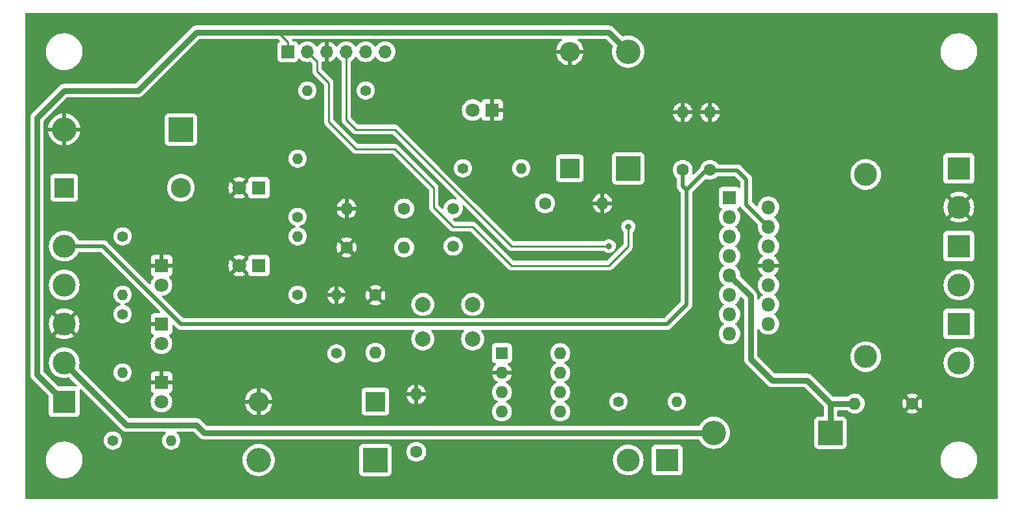
<source format=gbr>
%TF.GenerationSoftware,KiCad,Pcbnew,7.0.10*%
%TF.CreationDate,2024-02-09T16:37:33+11:00*%
%TF.ProjectId,CAN_DC_motor_driver,43414e5f-4443-45f6-9d6f-746f725f6472,0*%
%TF.SameCoordinates,Original*%
%TF.FileFunction,Copper,L2,Bot*%
%TF.FilePolarity,Positive*%
%FSLAX46Y46*%
G04 Gerber Fmt 4.6, Leading zero omitted, Abs format (unit mm)*
G04 Created by KiCad (PCBNEW 7.0.10) date 2024-02-09 16:37:33*
%MOMM*%
%LPD*%
G01*
G04 APERTURE LIST*
%TA.AperFunction,ComponentPad*%
%ADD10O,1.600000X1.600000*%
%TD*%
%TA.AperFunction,ComponentPad*%
%ADD11C,1.600000*%
%TD*%
%TA.AperFunction,ComponentPad*%
%ADD12C,1.400000*%
%TD*%
%TA.AperFunction,ComponentPad*%
%ADD13O,1.400000X1.400000*%
%TD*%
%TA.AperFunction,ComponentPad*%
%ADD14R,1.800000X1.800000*%
%TD*%
%TA.AperFunction,ComponentPad*%
%ADD15C,1.800000*%
%TD*%
%TA.AperFunction,ComponentPad*%
%ADD16O,1.700000X1.700000*%
%TD*%
%TA.AperFunction,ComponentPad*%
%ADD17R,1.700000X1.700000*%
%TD*%
%TA.AperFunction,ComponentPad*%
%ADD18R,2.600000X2.600000*%
%TD*%
%TA.AperFunction,ComponentPad*%
%ADD19O,2.600000X2.600000*%
%TD*%
%TA.AperFunction,ComponentPad*%
%ADD20C,3.000000*%
%TD*%
%TA.AperFunction,ComponentPad*%
%ADD21R,1.600000X1.600000*%
%TD*%
%TA.AperFunction,ComponentPad*%
%ADD22R,3.200000X3.200000*%
%TD*%
%TA.AperFunction,ComponentPad*%
%ADD23O,3.200000X3.200000*%
%TD*%
%TA.AperFunction,ComponentPad*%
%ADD24R,3.000000X3.000000*%
%TD*%
%TA.AperFunction,ComponentPad*%
%ADD25O,1.800000X1.800000*%
%TD*%
%TA.AperFunction,ComponentPad*%
%ADD26C,1.500000*%
%TD*%
%TA.AperFunction,ComponentPad*%
%ADD27C,2.000000*%
%TD*%
%TA.AperFunction,ViaPad*%
%ADD28C,0.800000*%
%TD*%
%TA.AperFunction,Conductor*%
%ADD29C,0.250000*%
%TD*%
%TA.AperFunction,Conductor*%
%ADD30C,0.550000*%
%TD*%
%TA.AperFunction,Conductor*%
%ADD31C,0.750000*%
%TD*%
G04 APERTURE END LIST*
D10*
%TO.P,C6,2*%
%TO.N,GND*%
X139192000Y-66354000D03*
D11*
%TO.P,C6,1*%
%TO.N,VS*%
X139192000Y-73854000D03*
%TD*%
D12*
%TO.P,R10,1*%
%TO.N,Net-(D9-K)*%
X88900000Y-90170000D03*
D13*
%TO.P,R10,2*%
%TO.N,/PGM_SWDIO*%
X88900000Y-82550000D03*
%TD*%
D11*
%TO.P,C5,1*%
%TO.N,GND*%
X169164000Y-104394000D03*
D10*
%TO.P,C5,2*%
%TO.N,Net-(D13-K)*%
X161664000Y-104394000D03*
%TD*%
D11*
%TO.P,C4,1*%
%TO.N,Net-(D10-K)*%
X121218000Y-78232000D03*
D10*
%TO.P,C4,2*%
%TO.N,GND*%
X128718000Y-78232000D03*
%TD*%
D12*
%TO.P,R5,1*%
%TO.N,Net-(D1-A)*%
X110490000Y-73660000D03*
D13*
%TO.P,R5,2*%
%TO.N,Net-(U4-PB7)*%
X118110000Y-73660000D03*
%TD*%
D14*
%TO.P,D1,1,K*%
%TO.N,GND*%
X114300000Y-66040000D03*
D15*
%TO.P,D1,2,A*%
%TO.N,Net-(D1-A)*%
X111760000Y-66040000D03*
%TD*%
D16*
%TO.P,J5,6,Pin_6*%
%TO.N,/PGM_SWO*%
X100330000Y-58420000D03*
%TO.P,J5,5,Pin_5*%
%TO.N,/NRST*%
X97790000Y-58420000D03*
%TO.P,J5,4,Pin_4*%
%TO.N,/PGM_SWDIO*%
X95250000Y-58420000D03*
%TO.P,J5,3,Pin_3*%
%TO.N,GND*%
X92710000Y-58420000D03*
%TO.P,J5,2,Pin_2*%
%TO.N,/PGM_SWCLK*%
X90170000Y-58420000D03*
D17*
%TO.P,J5,1,Pin_1*%
%TO.N,+3.3V*%
X87630000Y-58420000D03*
%TD*%
D12*
%TO.P,R6,1*%
%TO.N,Net-(J3-Pin_2)*%
X130810000Y-104140000D03*
D13*
%TO.P,R6,2*%
%TO.N,Net-(J3-Pin_1)*%
X138430000Y-104140000D03*
%TD*%
D11*
%TO.P,C1,1*%
%TO.N,Net-(U4-PC14)*%
X102810000Y-78920000D03*
D10*
%TO.P,C1,2*%
%TO.N,GND*%
X95310000Y-78920000D03*
%TD*%
D18*
%TO.P,D7,1,A1*%
%TO.N,Net-(D11-K)*%
X99060000Y-104140000D03*
D19*
%TO.P,D7,2,A2*%
%TO.N,GND*%
X83820000Y-104140000D03*
%TD*%
D20*
%TO.P,HS1,1*%
%TO.N,N/C*%
X163095000Y-98260000D03*
X163095000Y-74460000D03*
%TD*%
D21*
%TO.P,U1,1,TXD*%
%TO.N,/CAN_TX*%
X115580000Y-97800000D03*
D10*
%TO.P,U1,2,VSS*%
%TO.N,GND*%
X115580000Y-100340000D03*
%TO.P,U1,3,VDD*%
%TO.N,Net-(D11-K)*%
X115580000Y-102880000D03*
%TO.P,U1,4,RXD*%
%TO.N,/CAN_RX*%
X115580000Y-105420000D03*
%TO.P,U1,5,Vref*%
%TO.N,Net-(U1-Vref)*%
X123200000Y-105420000D03*
%TO.P,U1,6,CANL*%
%TO.N,Net-(J3-Pin_2)*%
X123200000Y-102880000D03*
%TO.P,U1,7,CANH*%
%TO.N,Net-(J3-Pin_1)*%
X123200000Y-100340000D03*
%TO.P,U1,8,Rs*%
%TO.N,/CAN_RS*%
X123200000Y-97800000D03*
%TD*%
D18*
%TO.P,D8,1,A1*%
%TO.N,Net-(D10-K)*%
X124460000Y-73660000D03*
D19*
%TO.P,D8,2,A2*%
%TO.N,GND*%
X124460000Y-58420000D03*
%TD*%
D22*
%TO.P,D11,1,K*%
%TO.N,Net-(D11-K)*%
X99060000Y-111760000D03*
D23*
%TO.P,D11,2,A*%
%TO.N,+5V*%
X83820000Y-111760000D03*
%TD*%
D12*
%TO.P,R9,1*%
%TO.N,Net-(D5-K)*%
X88900000Y-80010000D03*
D13*
%TO.P,R9,2*%
%TO.N,/PGM_SWCLK*%
X88900000Y-72390000D03*
%TD*%
D12*
%TO.P,R3,1*%
%TO.N,VS*%
X66040000Y-82550000D03*
D13*
%TO.P,R3,2*%
%TO.N,Net-(D2-A)*%
X66040000Y-90170000D03*
%TD*%
D22*
%TO.P,D12,1,K*%
%TO.N,GND2*%
X73660000Y-68580000D03*
D23*
%TO.P,D12,2,A*%
%TO.N,GND*%
X58420000Y-68580000D03*
%TD*%
D11*
%TO.P,C8,1*%
%TO.N,VS*%
X142748000Y-73854000D03*
D10*
%TO.P,C8,2*%
%TO.N,GND*%
X142748000Y-66354000D03*
%TD*%
D11*
%TO.P,C3,1*%
%TO.N,GND*%
X99060000Y-90230000D03*
D10*
%TO.P,C3,2*%
%TO.N,Net-(C3-Pad2)*%
X99060000Y-97730000D03*
%TD*%
D24*
%TO.P,J2,1,Pin_1*%
%TO.N,Net-(J2-Pin_1)*%
X175260000Y-83820000D03*
D20*
%TO.P,J2,2,Pin_2*%
%TO.N,Net-(J2-Pin_2)*%
X175260000Y-88900000D03*
%TD*%
D14*
%TO.P,D2,1,K*%
%TO.N,GND*%
X71120000Y-86360000D03*
D15*
%TO.P,D2,2,A*%
%TO.N,Net-(D2-A)*%
X71120000Y-88900000D03*
%TD*%
D14*
%TO.P,D9,1,K*%
%TO.N,Net-(D9-K)*%
X83820000Y-86360000D03*
D15*
%TO.P,D9,2,A*%
%TO.N,GND*%
X81280000Y-86360000D03*
%TD*%
D22*
%TO.P,D10,1,K*%
%TO.N,Net-(D10-K)*%
X132080000Y-73660000D03*
D23*
%TO.P,D10,2,A*%
%TO.N,+3.3V*%
X132080000Y-58420000D03*
%TD*%
D24*
%TO.P,J3,1,Pin_1*%
%TO.N,Net-(J3-Pin_1)*%
X137160000Y-111760000D03*
D20*
%TO.P,J3,2,Pin_2*%
%TO.N,Net-(J3-Pin_2)*%
X132080000Y-111760000D03*
%TD*%
D14*
%TO.P,U3,1,SENSE_A*%
%TO.N,Net-(U3-SENSE_A)*%
X145315000Y-77470000D03*
D25*
%TO.P,U3,2,OUT1*%
%TO.N,Net-(J2-Pin_1)*%
X150395000Y-78740000D03*
%TO.P,U3,3,OUT2*%
%TO.N,Net-(J2-Pin_2)*%
X145315000Y-80010000D03*
%TO.P,U3,4,Vs*%
%TO.N,VS*%
X150395000Y-81280000D03*
%TO.P,U3,5,IN1*%
%TO.N,Net-(U3-IN1)*%
X145315000Y-82550000D03*
%TO.P,U3,6,EnA*%
%TO.N,Net-(U3-EnA)*%
X150395000Y-83820000D03*
%TO.P,U3,7,IN2*%
%TO.N,Net-(U3-IN2)*%
X145315000Y-85090000D03*
%TO.P,U3,8,GND*%
%TO.N,GND*%
X150395000Y-86360000D03*
%TO.P,U3,9,Vss*%
%TO.N,Net-(D13-K)*%
X145315000Y-87630000D03*
%TO.P,U3,10,IN3*%
%TO.N,Net-(U3-IN3)*%
X150395000Y-88900000D03*
%TO.P,U3,11,EnB*%
%TO.N,Net-(U3-EnB)*%
X145315000Y-90170000D03*
%TO.P,U3,12,IN4*%
%TO.N,Net-(U3-IN4)*%
X150395000Y-91440000D03*
%TO.P,U3,13,OUT3*%
%TO.N,Net-(J4-Pin_1)*%
X145315000Y-92710000D03*
%TO.P,U3,14,OUT4*%
%TO.N,Net-(J4-Pin_2)*%
X150395000Y-93980000D03*
%TO.P,U3,15,SENSE_B*%
%TO.N,Net-(U3-SENSE_B)*%
X145315000Y-95250000D03*
%TD*%
D12*
%TO.P,R7,1*%
%TO.N,/NRST*%
X97790000Y-63500000D03*
D13*
%TO.P,R7,2*%
%TO.N,+3.3V*%
X90170000Y-63500000D03*
%TD*%
D26*
%TO.P,Y1,1,1*%
%TO.N,Net-(U4-PC15)*%
X109220000Y-83820000D03*
%TO.P,Y1,2,2*%
%TO.N,Net-(U4-PC14)*%
X109220000Y-78920000D03*
%TD*%
D12*
%TO.P,R8,1*%
%TO.N,+3.3V*%
X64770000Y-109220000D03*
D13*
%TO.P,R8,2*%
%TO.N,Net-(D4-A)*%
X72390000Y-109220000D03*
%TD*%
D27*
%TO.P,SW1,1,1*%
%TO.N,/NRST*%
X105260000Y-91440000D03*
X111760000Y-91440000D03*
%TO.P,SW1,2,2*%
%TO.N,Net-(C3-Pad2)*%
X105260000Y-95940000D03*
X111760000Y-95940000D03*
%TD*%
D14*
%TO.P,D4,1,K*%
%TO.N,GND*%
X71120000Y-101600000D03*
D15*
%TO.P,D4,2,A*%
%TO.N,Net-(D4-A)*%
X71120000Y-104140000D03*
%TD*%
D22*
%TO.P,D13,1,K*%
%TO.N,Net-(D13-K)*%
X158496000Y-108204000D03*
D23*
%TO.P,D13,2,A*%
%TO.N,+5V*%
X143256000Y-108204000D03*
%TD*%
D24*
%TO.P,J6,1,Pin_1*%
%TO.N,/PWM*%
X175260000Y-73660000D03*
D20*
%TO.P,J6,2,Pin_2*%
%TO.N,GND*%
X175260000Y-78740000D03*
%TD*%
D12*
%TO.P,R1,1*%
%TO.N,Net-(C3-Pad2)*%
X93980000Y-97850000D03*
D13*
%TO.P,R1,2*%
%TO.N,GND*%
X93980000Y-90230000D03*
%TD*%
D18*
%TO.P,D6,1,A1*%
%TO.N,VS*%
X58420000Y-76200000D03*
D19*
%TO.P,D6,2,A2*%
%TO.N,GND2*%
X73660000Y-76200000D03*
%TD*%
D11*
%TO.P,C7,1*%
%TO.N,Net-(D11-K)*%
X104394000Y-110684000D03*
D10*
%TO.P,C7,2*%
%TO.N,GND*%
X104394000Y-103184000D03*
%TD*%
D12*
%TO.P,R4,1*%
%TO.N,+5V*%
X66040000Y-92710000D03*
D13*
%TO.P,R4,2*%
%TO.N,Net-(D3-A)*%
X66040000Y-100330000D03*
%TD*%
D14*
%TO.P,D3,1,K*%
%TO.N,GND*%
X71120000Y-93980000D03*
D15*
%TO.P,D3,2,A*%
%TO.N,Net-(D3-A)*%
X71120000Y-96520000D03*
%TD*%
D24*
%TO.P,J4,1,Pin_1*%
%TO.N,Net-(J4-Pin_1)*%
X175260000Y-93980000D03*
D20*
%TO.P,J4,2,Pin_2*%
%TO.N,Net-(J4-Pin_2)*%
X175260000Y-99060000D03*
%TD*%
D11*
%TO.P,C2,1*%
%TO.N,GND*%
X95310000Y-84000000D03*
D10*
%TO.P,C2,2*%
%TO.N,Net-(U4-PC15)*%
X102810000Y-84000000D03*
%TD*%
D24*
%TO.P,J1,1,Pin_1*%
%TO.N,+3.3V*%
X58420000Y-104140000D03*
D20*
%TO.P,J1,2,Pin_2*%
%TO.N,+5V*%
X58420000Y-99060000D03*
%TO.P,J1,3,Pin_3*%
%TO.N,GND*%
X58420000Y-93980000D03*
%TO.P,J1,4,Pin_4*%
%TO.N,GND2*%
X58420000Y-88900000D03*
%TO.P,J1,5,Pin_5*%
%TO.N,VS*%
X58420000Y-83820000D03*
%TD*%
D14*
%TO.P,D5,1,K*%
%TO.N,Net-(D5-K)*%
X83820000Y-76200000D03*
D15*
%TO.P,D5,2,A*%
%TO.N,GND*%
X81280000Y-76200000D03*
%TD*%
D28*
%TO.N,GND*%
X114300000Y-86360000D03*
%TO.N,/PGM_SWDIO*%
X129540000Y-83820000D03*
%TO.N,/PGM_SWCLK*%
X132080000Y-81280000D03*
%TD*%
D29*
%TO.N,/PGM_SWCLK*%
X91440000Y-59690000D02*
X90170000Y-58420000D01*
X91440000Y-60960000D02*
X91440000Y-59690000D01*
X92964000Y-62484000D02*
X91440000Y-60960000D01*
X92964000Y-67564000D02*
X92964000Y-62484000D01*
X96520000Y-71120000D02*
X92964000Y-67564000D01*
X101600000Y-71120000D02*
X96520000Y-71120000D01*
X109220000Y-81280000D02*
X106680000Y-78740000D01*
X116840000Y-86360000D02*
X111760000Y-81280000D01*
X106680000Y-78740000D02*
X106680000Y-76200000D01*
X106680000Y-76200000D02*
X101600000Y-71120000D01*
X129540000Y-86360000D02*
X116840000Y-86360000D01*
X132080000Y-83820000D02*
X129540000Y-86360000D01*
X111760000Y-81280000D02*
X109220000Y-81280000D01*
X132080000Y-81280000D02*
X132080000Y-83820000D01*
%TO.N,/PGM_SWDIO*%
X129540000Y-83820000D02*
X116840000Y-83820000D01*
D30*
%TO.N,VS*%
X139192000Y-75946000D02*
X139192000Y-73854000D01*
X139700000Y-76454000D02*
X139192000Y-75946000D01*
D31*
%TO.N,Net-(D13-K)*%
X158496000Y-104394000D02*
X161664000Y-104394000D01*
X148082000Y-90397000D02*
X145315000Y-87630000D01*
X148082000Y-98552000D02*
X148082000Y-90397000D01*
X158496000Y-104394000D02*
X155448000Y-101346000D01*
X155448000Y-101346000D02*
X150876000Y-101346000D01*
X150876000Y-101346000D02*
X148082000Y-98552000D01*
X158496000Y-108204000D02*
X158496000Y-104394000D01*
D30*
%TO.N,VS*%
X147513544Y-78398544D02*
X150395000Y-81280000D01*
X147513544Y-75123544D02*
X147513544Y-78398544D01*
X139700000Y-76454000D02*
X142240000Y-73914000D01*
X139700000Y-91440000D02*
X139700000Y-76454000D01*
X137160000Y-93980000D02*
X139700000Y-91440000D01*
X73660000Y-93980000D02*
X137160000Y-93980000D01*
X142240000Y-73914000D02*
X146304000Y-73914000D01*
X63500000Y-83820000D02*
X73660000Y-93980000D01*
X58420000Y-83820000D02*
X63500000Y-83820000D01*
X146304000Y-73914000D02*
X147513544Y-75123544D01*
D31*
%TO.N,+3.3V*%
X75692000Y-55880000D02*
X86360000Y-55880000D01*
X68072000Y-63500000D02*
X75692000Y-55880000D01*
X58420000Y-63500000D02*
X68072000Y-63500000D01*
X54864000Y-67056000D02*
X58420000Y-63500000D01*
X54864000Y-100584000D02*
X54864000Y-67056000D01*
X58420000Y-104140000D02*
X54864000Y-100584000D01*
%TO.N,+5V*%
X76699000Y-108195000D02*
X143265000Y-108195000D01*
X66548000Y-107188000D02*
X75692000Y-107188000D01*
X75692000Y-107188000D02*
X76699000Y-108195000D01*
X58420000Y-99060000D02*
X66548000Y-107188000D01*
D29*
%TO.N,+3.3V*%
X87630000Y-57150000D02*
X86360000Y-55880000D01*
X87630000Y-58420000D02*
X87630000Y-57150000D01*
D31*
X86360000Y-55880000D02*
X129540000Y-55880000D01*
X129540000Y-55880000D02*
X132080000Y-58420000D01*
D29*
%TO.N,/PGM_SWDIO*%
X116840000Y-83820000D02*
X101600000Y-68580000D01*
X95250000Y-67310000D02*
X95250000Y-58420000D01*
X101600000Y-68580000D02*
X96520000Y-68580000D01*
X96520000Y-68580000D02*
X95250000Y-67310000D01*
%TD*%
%TA.AperFunction,Conductor*%
%TO.N,GND*%
G36*
X92960000Y-59750633D02*
G01*
X93173483Y-59693433D01*
X93173492Y-59693429D01*
X93387578Y-59593600D01*
X93581082Y-59458105D01*
X93748105Y-59291082D01*
X93878119Y-59105405D01*
X93932696Y-59061781D01*
X94002195Y-59054588D01*
X94064549Y-59086110D01*
X94081269Y-59105405D01*
X94211505Y-59291401D01*
X94378599Y-59458495D01*
X94571624Y-59593653D01*
X94615248Y-59648228D01*
X94624500Y-59695226D01*
X94624500Y-67227255D01*
X94622775Y-67242872D01*
X94623061Y-67242899D01*
X94622326Y-67250665D01*
X94624439Y-67317872D01*
X94624500Y-67321767D01*
X94624500Y-67349357D01*
X94625003Y-67353335D01*
X94625918Y-67364967D01*
X94627290Y-67408624D01*
X94627291Y-67408627D01*
X94632880Y-67427867D01*
X94636824Y-67446911D01*
X94639336Y-67466792D01*
X94655414Y-67507403D01*
X94659197Y-67518452D01*
X94671381Y-67560388D01*
X94681580Y-67577634D01*
X94690138Y-67595103D01*
X94697514Y-67613732D01*
X94723181Y-67649060D01*
X94729593Y-67658821D01*
X94751828Y-67696417D01*
X94751833Y-67696424D01*
X94765990Y-67710580D01*
X94778627Y-67725375D01*
X94790406Y-67741587D01*
X94820928Y-67766837D01*
X94824057Y-67769425D01*
X94832698Y-67777288D01*
X96019197Y-68963788D01*
X96029022Y-68976051D01*
X96029243Y-68975869D01*
X96034211Y-68981874D01*
X96083222Y-69027899D01*
X96086021Y-69030612D01*
X96105522Y-69050114D01*
X96105526Y-69050117D01*
X96105529Y-69050120D01*
X96108702Y-69052581D01*
X96117574Y-69060159D01*
X96149418Y-69090062D01*
X96166976Y-69099714D01*
X96183235Y-69110395D01*
X96199064Y-69122673D01*
X96239155Y-69140021D01*
X96249626Y-69145151D01*
X96272180Y-69157550D01*
X96287902Y-69166194D01*
X96287904Y-69166195D01*
X96287908Y-69166197D01*
X96307316Y-69171180D01*
X96325719Y-69177481D01*
X96344101Y-69185436D01*
X96344102Y-69185436D01*
X96344104Y-69185437D01*
X96387250Y-69192270D01*
X96398672Y-69194636D01*
X96440981Y-69205500D01*
X96461016Y-69205500D01*
X96480414Y-69207026D01*
X96500194Y-69210159D01*
X96500195Y-69210160D01*
X96500195Y-69210159D01*
X96500196Y-69210160D01*
X96543675Y-69206050D01*
X96555344Y-69205500D01*
X101289548Y-69205500D01*
X101356587Y-69225185D01*
X101377229Y-69241819D01*
X109631510Y-77496100D01*
X109664995Y-77557423D01*
X109660011Y-77627115D01*
X109618139Y-77683048D01*
X109552675Y-77707465D01*
X109511737Y-77703556D01*
X109437982Y-77683794D01*
X109437979Y-77683793D01*
X109437977Y-77683793D01*
X109328988Y-77674258D01*
X109220002Y-77664723D01*
X109219998Y-77664723D01*
X109074682Y-77677436D01*
X109002023Y-77683793D01*
X109002020Y-77683793D01*
X108790677Y-77740422D01*
X108790668Y-77740426D01*
X108592361Y-77832898D01*
X108592357Y-77832900D01*
X108413121Y-77958402D01*
X108258402Y-78113121D01*
X108132900Y-78292357D01*
X108132898Y-78292361D01*
X108040426Y-78490668D01*
X108040422Y-78490677D01*
X107983793Y-78702020D01*
X107983793Y-78702023D01*
X107970189Y-78857516D01*
X107944736Y-78922584D01*
X107888145Y-78963563D01*
X107818384Y-78967441D01*
X107758980Y-78934389D01*
X107341819Y-78517228D01*
X107308334Y-78455905D01*
X107305500Y-78429547D01*
X107305500Y-76282742D01*
X107307224Y-76267122D01*
X107306939Y-76267096D01*
X107307671Y-76259340D01*
X107307673Y-76259333D01*
X107305561Y-76192126D01*
X107305500Y-76188231D01*
X107305500Y-76160654D01*
X107305500Y-76160650D01*
X107304996Y-76156665D01*
X107304080Y-76145021D01*
X107303489Y-76126204D01*
X107302709Y-76101373D01*
X107297122Y-76082144D01*
X107293174Y-76063084D01*
X107290663Y-76043204D01*
X107274588Y-76002604D01*
X107270804Y-75991552D01*
X107258618Y-75949609D01*
X107258616Y-75949606D01*
X107248423Y-75932371D01*
X107239861Y-75914894D01*
X107232487Y-75896269D01*
X107206816Y-75860937D01*
X107200405Y-75851177D01*
X107178170Y-75813580D01*
X107178168Y-75813578D01*
X107178165Y-75813574D01*
X107164006Y-75799415D01*
X107151368Y-75784619D01*
X107139594Y-75768413D01*
X107130026Y-75760498D01*
X107105940Y-75740572D01*
X107097299Y-75732709D01*
X102100803Y-70736212D01*
X102090980Y-70723950D01*
X102090759Y-70724134D01*
X102085786Y-70718122D01*
X102036776Y-70672099D01*
X102033977Y-70669386D01*
X102014477Y-70649885D01*
X102014471Y-70649880D01*
X102011286Y-70647409D01*
X102002434Y-70639848D01*
X101970582Y-70609938D01*
X101970580Y-70609936D01*
X101970577Y-70609935D01*
X101953029Y-70600288D01*
X101936763Y-70589604D01*
X101920932Y-70577324D01*
X101880849Y-70559978D01*
X101870363Y-70554841D01*
X101832094Y-70533803D01*
X101832092Y-70533802D01*
X101812693Y-70528822D01*
X101794281Y-70522518D01*
X101775898Y-70514562D01*
X101775892Y-70514560D01*
X101732760Y-70507729D01*
X101721322Y-70505361D01*
X101679020Y-70494500D01*
X101679019Y-70494500D01*
X101658984Y-70494500D01*
X101639586Y-70492973D01*
X101632162Y-70491797D01*
X101619805Y-70489840D01*
X101619804Y-70489840D01*
X101576325Y-70493950D01*
X101564656Y-70494500D01*
X96830453Y-70494500D01*
X96763414Y-70474815D01*
X96742772Y-70458181D01*
X93625819Y-67341228D01*
X93592334Y-67279905D01*
X93589500Y-67253547D01*
X93589500Y-62566737D01*
X93591224Y-62551123D01*
X93590938Y-62551096D01*
X93591672Y-62543333D01*
X93591500Y-62537874D01*
X93589561Y-62476143D01*
X93589500Y-62472249D01*
X93589500Y-62444651D01*
X93589500Y-62444650D01*
X93588997Y-62440670D01*
X93588080Y-62429021D01*
X93587820Y-62420754D01*
X93586709Y-62385372D01*
X93581120Y-62366137D01*
X93577174Y-62347084D01*
X93574664Y-62327208D01*
X93558578Y-62286581D01*
X93554803Y-62275554D01*
X93542617Y-62233610D01*
X93532421Y-62216369D01*
X93523860Y-62198893D01*
X93516486Y-62180269D01*
X93516485Y-62180267D01*
X93490809Y-62144926D01*
X93484412Y-62135190D01*
X93462170Y-62097579D01*
X93462167Y-62097576D01*
X93462165Y-62097573D01*
X93448005Y-62083413D01*
X93435370Y-62068620D01*
X93423593Y-62052412D01*
X93389945Y-62024576D01*
X93381304Y-62016713D01*
X92101819Y-60737228D01*
X92068334Y-60675905D01*
X92065500Y-60649547D01*
X92065500Y-59803665D01*
X92085185Y-59736626D01*
X92137989Y-59690871D01*
X92207147Y-59680927D01*
X92241914Y-59691287D01*
X92246513Y-59693432D01*
X92246516Y-59693433D01*
X92460000Y-59750634D01*
X92460000Y-58855501D01*
X92567685Y-58904680D01*
X92674237Y-58920000D01*
X92745763Y-58920000D01*
X92852315Y-58904680D01*
X92960000Y-58855501D01*
X92960000Y-59750633D01*
G37*
%TD.AperFunction*%
%TA.AperFunction,Conductor*%
G36*
X146779855Y-78686976D02*
G01*
X146809214Y-78733697D01*
X146810423Y-78737152D01*
X146830029Y-78768355D01*
X146836754Y-78780524D01*
X146852750Y-78813740D01*
X146852752Y-78813743D01*
X146852754Y-78813746D01*
X146872593Y-78838624D01*
X146875737Y-78842566D01*
X146883781Y-78853903D01*
X146894210Y-78870499D01*
X146903154Y-78884734D01*
X146903396Y-78885118D01*
X146903399Y-78885122D01*
X147034033Y-79015756D01*
X147034039Y-79015761D01*
X148972670Y-80954393D01*
X149006155Y-81015716D01*
X149008566Y-81052313D01*
X148992073Y-81251370D01*
X148989700Y-81280004D01*
X148989700Y-81280006D01*
X149008864Y-81511297D01*
X149008866Y-81511308D01*
X149065842Y-81736300D01*
X149159075Y-81948848D01*
X149286016Y-82143147D01*
X149286019Y-82143151D01*
X149286021Y-82143153D01*
X149443216Y-82313913D01*
X149443219Y-82313915D01*
X149443222Y-82313918D01*
X149620818Y-82452147D01*
X149661631Y-82508857D01*
X149665306Y-82578630D01*
X149630674Y-82639313D01*
X149620818Y-82647853D01*
X149443222Y-82786081D01*
X149443219Y-82786084D01*
X149286016Y-82956852D01*
X149159075Y-83151151D01*
X149065842Y-83363699D01*
X149008866Y-83588691D01*
X149008864Y-83588702D01*
X148989700Y-83819993D01*
X148989700Y-83820006D01*
X149008864Y-84051297D01*
X149008866Y-84051308D01*
X149065842Y-84276300D01*
X149159075Y-84488848D01*
X149286016Y-84683147D01*
X149286019Y-84683151D01*
X149286021Y-84683153D01*
X149443216Y-84853913D01*
X149443219Y-84853915D01*
X149443222Y-84853918D01*
X149621225Y-84992464D01*
X149662038Y-85049174D01*
X149665713Y-85118947D01*
X149631081Y-85179630D01*
X149621226Y-85188170D01*
X149443558Y-85326455D01*
X149286414Y-85497157D01*
X149159516Y-85691390D01*
X149066317Y-85903864D01*
X149014117Y-86110000D01*
X149961314Y-86110000D01*
X149935507Y-86150156D01*
X149895000Y-86288111D01*
X149895000Y-86431889D01*
X149935507Y-86569844D01*
X149961314Y-86610000D01*
X149014117Y-86610000D01*
X149066317Y-86816135D01*
X149159516Y-87028609D01*
X149286414Y-87222842D01*
X149443558Y-87393545D01*
X149443562Y-87393548D01*
X149621225Y-87531829D01*
X149662038Y-87588539D01*
X149665713Y-87658312D01*
X149631081Y-87718995D01*
X149621226Y-87727535D01*
X149443218Y-87866085D01*
X149286016Y-88036852D01*
X149159075Y-88231151D01*
X149065842Y-88443699D01*
X149008866Y-88668691D01*
X149008864Y-88668702D01*
X148989700Y-88899993D01*
X148989700Y-88900006D01*
X149008864Y-89131297D01*
X149008866Y-89131308D01*
X149065842Y-89356300D01*
X149159075Y-89568848D01*
X149286016Y-89763147D01*
X149286019Y-89763151D01*
X149286021Y-89763153D01*
X149443216Y-89933913D01*
X149443219Y-89933915D01*
X149443222Y-89933918D01*
X149620818Y-90072147D01*
X149661631Y-90128857D01*
X149665306Y-90198630D01*
X149630674Y-90259313D01*
X149620818Y-90267853D01*
X149443222Y-90406081D01*
X149443219Y-90406084D01*
X149443216Y-90406086D01*
X149443216Y-90406087D01*
X149386180Y-90468045D01*
X149286018Y-90576850D01*
X149185309Y-90730998D01*
X149132162Y-90776354D01*
X149062931Y-90785778D01*
X148999595Y-90756276D01*
X148962264Y-90697215D01*
X148957500Y-90663176D01*
X148957500Y-90437629D01*
X148957909Y-90427564D01*
X148958193Y-90424079D01*
X148962340Y-90373152D01*
X148951302Y-90292145D01*
X148950899Y-90288849D01*
X148950324Y-90283563D01*
X148942073Y-90207684D01*
X148942014Y-90207509D01*
X148936656Y-90184649D01*
X148936631Y-90184463D01*
X148908462Y-90107790D01*
X148907346Y-90104620D01*
X148881269Y-90027223D01*
X148881266Y-90027218D01*
X148881172Y-90027061D01*
X148871025Y-90005887D01*
X148870960Y-90005710D01*
X148826959Y-89936871D01*
X148825188Y-89934016D01*
X148825127Y-89933915D01*
X148783089Y-89864046D01*
X148782955Y-89863904D01*
X148768504Y-89845419D01*
X148768400Y-89845256D01*
X148710658Y-89787514D01*
X148708316Y-89785109D01*
X148706951Y-89783668D01*
X148652129Y-89725793D01*
X148651970Y-89725685D01*
X148633877Y-89710733D01*
X146748150Y-87825006D01*
X146714665Y-87763683D01*
X146712255Y-87727084D01*
X146720300Y-87630000D01*
X146701134Y-87398695D01*
X146644157Y-87173700D01*
X146637109Y-87157633D01*
X146550924Y-86961151D01*
X146423983Y-86766852D01*
X146423980Y-86766849D01*
X146423979Y-86766847D01*
X146266784Y-86596087D01*
X146089180Y-86457853D01*
X146048368Y-86401143D01*
X146044693Y-86331370D01*
X146079324Y-86270687D01*
X146089181Y-86262146D01*
X146266784Y-86123913D01*
X146423979Y-85953153D01*
X146550924Y-85758849D01*
X146644157Y-85546300D01*
X146701134Y-85321305D01*
X146701135Y-85321297D01*
X146720300Y-85090006D01*
X146720300Y-85089993D01*
X146701135Y-84858702D01*
X146701133Y-84858691D01*
X146644157Y-84633699D01*
X146550924Y-84421151D01*
X146423983Y-84226852D01*
X146423980Y-84226849D01*
X146423979Y-84226847D01*
X146266784Y-84056087D01*
X146089180Y-83917853D01*
X146048368Y-83861143D01*
X146044693Y-83791370D01*
X146079324Y-83730687D01*
X146089181Y-83722146D01*
X146266784Y-83583913D01*
X146423979Y-83413153D01*
X146550924Y-83218849D01*
X146644157Y-83006300D01*
X146701134Y-82781305D01*
X146701135Y-82781297D01*
X146720300Y-82550006D01*
X146720300Y-82549993D01*
X146701135Y-82318702D01*
X146701133Y-82318691D01*
X146644157Y-82093699D01*
X146550924Y-81881151D01*
X146423983Y-81686852D01*
X146423980Y-81686849D01*
X146423979Y-81686847D01*
X146266784Y-81516087D01*
X146089180Y-81377853D01*
X146048368Y-81321143D01*
X146044693Y-81251370D01*
X146079324Y-81190687D01*
X146089181Y-81182146D01*
X146266784Y-81043913D01*
X146423979Y-80873153D01*
X146550924Y-80678849D01*
X146644157Y-80466300D01*
X146701134Y-80241305D01*
X146701135Y-80241297D01*
X146720300Y-80010006D01*
X146720300Y-80009993D01*
X146701135Y-79778702D01*
X146701133Y-79778691D01*
X146644157Y-79553699D01*
X146550924Y-79341151D01*
X146423983Y-79146852D01*
X146423980Y-79146849D01*
X146423979Y-79146847D01*
X146329195Y-79043884D01*
X146298275Y-78981232D01*
X146306135Y-78911806D01*
X146350283Y-78857651D01*
X146377095Y-78843722D01*
X146380195Y-78842566D01*
X146457331Y-78813796D01*
X146572546Y-78727546D01*
X146592909Y-78700344D01*
X146648841Y-78658475D01*
X146718532Y-78653491D01*
X146779855Y-78686976D01*
G37*
%TD.AperFunction*%
%TA.AperFunction,Conductor*%
G36*
X180282539Y-53360185D02*
G01*
X180328294Y-53412989D01*
X180339500Y-53464500D01*
X180339500Y-116715500D01*
X180319815Y-116782539D01*
X180267011Y-116828294D01*
X180215500Y-116839500D01*
X53464500Y-116839500D01*
X53397461Y-116819815D01*
X53351706Y-116767011D01*
X53340500Y-116715500D01*
X53340500Y-111682903D01*
X56015793Y-111682903D01*
X56025672Y-111990970D01*
X56025672Y-111990975D01*
X56025673Y-111990978D01*
X56074867Y-112295261D01*
X56119137Y-112444419D01*
X56162571Y-112590763D01*
X56279071Y-112853936D01*
X56287337Y-112872609D01*
X56447123Y-113136193D01*
X56447127Y-113136198D01*
X56447133Y-113136207D01*
X56639297Y-113377174D01*
X56639299Y-113377176D01*
X56639303Y-113377180D01*
X56639304Y-113377181D01*
X56860724Y-113591614D01*
X57011034Y-113703793D01*
X57107741Y-113775968D01*
X57107743Y-113775969D01*
X57107747Y-113775972D01*
X57376318Y-113927228D01*
X57517057Y-113984207D01*
X57662018Y-114042897D01*
X57662023Y-114042898D01*
X57662025Y-114042899D01*
X57960179Y-114121084D01*
X58265883Y-114160500D01*
X58265890Y-114160500D01*
X58496971Y-114160500D01*
X58496974Y-114160500D01*
X58496978Y-114160499D01*
X58496996Y-114160499D01*
X58599700Y-114153904D01*
X58727601Y-114145693D01*
X59030151Y-114086772D01*
X59322683Y-113989644D01*
X59322689Y-113989640D01*
X59322693Y-113989640D01*
X59590855Y-113860500D01*
X59600393Y-113855907D01*
X59858720Y-113687754D01*
X60093424Y-113487948D01*
X60300650Y-113259769D01*
X60476996Y-113006963D01*
X60619567Y-112733683D01*
X60726020Y-112444415D01*
X60794609Y-112143908D01*
X60824206Y-111837098D01*
X60821734Y-111760000D01*
X81714592Y-111760000D01*
X81734201Y-112046680D01*
X81792666Y-112328034D01*
X81792667Y-112328037D01*
X81888894Y-112598793D01*
X81888893Y-112598793D01*
X82021098Y-112853935D01*
X82186812Y-113088700D01*
X82231167Y-113136192D01*
X82382947Y-113298708D01*
X82605853Y-113480055D01*
X82831946Y-113617546D01*
X82851382Y-113629365D01*
X83022735Y-113703793D01*
X83114942Y-113743844D01*
X83391642Y-113821371D01*
X83629694Y-113854091D01*
X83676321Y-113860500D01*
X83676322Y-113860500D01*
X83963679Y-113860500D01*
X83997094Y-113855907D01*
X84248358Y-113821371D01*
X84525058Y-113743844D01*
X84654181Y-113687758D01*
X84788617Y-113629365D01*
X84788620Y-113629363D01*
X84788625Y-113629361D01*
X85034147Y-113480055D01*
X85122875Y-113407870D01*
X96959500Y-113407870D01*
X96959501Y-113407876D01*
X96965908Y-113467483D01*
X97016202Y-113602328D01*
X97016206Y-113602335D01*
X97102452Y-113717544D01*
X97102455Y-113717547D01*
X97217664Y-113803793D01*
X97217671Y-113803797D01*
X97352517Y-113854091D01*
X97352516Y-113854091D01*
X97359444Y-113854835D01*
X97412127Y-113860500D01*
X100707872Y-113860499D01*
X100767483Y-113854091D01*
X100902331Y-113803796D01*
X101017546Y-113717546D01*
X101103796Y-113602331D01*
X101154091Y-113467483D01*
X101160500Y-113407873D01*
X101160499Y-110684001D01*
X103088532Y-110684001D01*
X103108364Y-110910686D01*
X103108366Y-110910697D01*
X103167258Y-111130488D01*
X103167261Y-111130497D01*
X103263431Y-111336732D01*
X103263432Y-111336734D01*
X103393954Y-111523141D01*
X103554858Y-111684045D01*
X103554861Y-111684047D01*
X103741266Y-111814568D01*
X103947504Y-111910739D01*
X104167308Y-111969635D01*
X104329230Y-111983801D01*
X104393998Y-111989468D01*
X104394000Y-111989468D01*
X104394002Y-111989468D01*
X104450673Y-111984509D01*
X104620692Y-111969635D01*
X104840496Y-111910739D01*
X105046734Y-111814568D01*
X105124664Y-111760001D01*
X130074390Y-111760001D01*
X130094804Y-112045433D01*
X130155628Y-112325037D01*
X130155630Y-112325043D01*
X130155631Y-112325046D01*
X130200155Y-112444419D01*
X130255635Y-112593166D01*
X130392770Y-112844309D01*
X130392775Y-112844317D01*
X130564254Y-113073387D01*
X130564270Y-113073405D01*
X130766594Y-113275729D01*
X130766612Y-113275745D01*
X130995682Y-113447224D01*
X130995690Y-113447229D01*
X131246833Y-113584364D01*
X131246832Y-113584364D01*
X131246836Y-113584365D01*
X131246839Y-113584367D01*
X131514954Y-113684369D01*
X131514960Y-113684370D01*
X131514962Y-113684371D01*
X131794566Y-113745195D01*
X131794568Y-113745195D01*
X131794572Y-113745196D01*
X132048220Y-113763337D01*
X132079999Y-113765610D01*
X132080000Y-113765610D01*
X132080001Y-113765610D01*
X132108595Y-113763564D01*
X132365428Y-113745196D01*
X132492534Y-113717546D01*
X132645037Y-113684371D01*
X132645037Y-113684370D01*
X132645046Y-113684369D01*
X132913161Y-113584367D01*
X133164315Y-113447226D01*
X133350473Y-113307870D01*
X135159500Y-113307870D01*
X135159501Y-113307876D01*
X135165908Y-113367483D01*
X135216202Y-113502328D01*
X135216206Y-113502335D01*
X135302452Y-113617544D01*
X135302455Y-113617547D01*
X135417664Y-113703793D01*
X135417671Y-113703797D01*
X135552517Y-113754091D01*
X135552516Y-113754091D01*
X135559444Y-113754835D01*
X135612127Y-113760500D01*
X138707872Y-113760499D01*
X138767483Y-113754091D01*
X138902331Y-113703796D01*
X139017546Y-113617546D01*
X139103796Y-113502331D01*
X139154091Y-113367483D01*
X139160500Y-113307873D01*
X139160499Y-111682903D01*
X172855793Y-111682903D01*
X172865672Y-111990970D01*
X172865672Y-111990975D01*
X172865673Y-111990978D01*
X172914867Y-112295261D01*
X172959137Y-112444419D01*
X173002571Y-112590763D01*
X173119071Y-112853936D01*
X173127337Y-112872609D01*
X173287123Y-113136193D01*
X173287127Y-113136198D01*
X173287133Y-113136207D01*
X173479297Y-113377174D01*
X173479299Y-113377176D01*
X173479303Y-113377180D01*
X173479304Y-113377181D01*
X173700724Y-113591614D01*
X173851034Y-113703793D01*
X173947741Y-113775968D01*
X173947743Y-113775969D01*
X173947747Y-113775972D01*
X174216318Y-113927228D01*
X174357057Y-113984207D01*
X174502018Y-114042897D01*
X174502023Y-114042898D01*
X174502025Y-114042899D01*
X174800179Y-114121084D01*
X175105883Y-114160500D01*
X175105890Y-114160500D01*
X175336971Y-114160500D01*
X175336974Y-114160500D01*
X175336978Y-114160499D01*
X175336996Y-114160499D01*
X175439700Y-114153904D01*
X175567601Y-114145693D01*
X175870151Y-114086772D01*
X176162683Y-113989644D01*
X176162689Y-113989640D01*
X176162693Y-113989640D01*
X176430855Y-113860500D01*
X176440393Y-113855907D01*
X176698720Y-113687754D01*
X176933424Y-113487948D01*
X177140650Y-113259769D01*
X177316996Y-113006963D01*
X177459567Y-112733683D01*
X177566020Y-112444415D01*
X177634609Y-112143908D01*
X177664206Y-111837098D01*
X177654327Y-111529022D01*
X177605133Y-111224739D01*
X177517431Y-110929244D01*
X177517429Y-110929239D01*
X177517428Y-110929236D01*
X177392666Y-110647398D01*
X177392663Y-110647391D01*
X177232877Y-110383807D01*
X177232870Y-110383799D01*
X177232866Y-110383792D01*
X177040702Y-110142825D01*
X177040700Y-110142823D01*
X177008992Y-110112116D01*
X176819276Y-109928386D01*
X176650536Y-109802452D01*
X176572258Y-109744031D01*
X176572253Y-109744028D01*
X176303682Y-109592772D01*
X176266383Y-109577671D01*
X176017981Y-109477102D01*
X175850660Y-109433226D01*
X175719821Y-109398916D01*
X175414117Y-109359500D01*
X175183026Y-109359500D01*
X175183003Y-109359500D01*
X174952406Y-109374306D01*
X174952389Y-109374308D01*
X174649854Y-109433226D01*
X174649849Y-109433228D01*
X174357310Y-109530358D01*
X174357306Y-109530359D01*
X174079613Y-109664089D01*
X174079605Y-109664094D01*
X173821286Y-109832241D01*
X173821276Y-109832248D01*
X173586581Y-110032046D01*
X173586571Y-110032056D01*
X173379354Y-110260225D01*
X173379350Y-110260229D01*
X173203005Y-110513033D01*
X173203003Y-110513037D01*
X173060432Y-110786319D01*
X173060429Y-110786326D01*
X172953981Y-111075580D01*
X172953979Y-111075590D01*
X172885391Y-111376089D01*
X172855794Y-111682902D01*
X172855793Y-111682903D01*
X139160499Y-111682903D01*
X139160499Y-110212128D01*
X139154091Y-110152517D01*
X139150475Y-110142823D01*
X139103797Y-110017671D01*
X139103793Y-110017664D01*
X139017547Y-109902455D01*
X139017544Y-109902452D01*
X138902335Y-109816206D01*
X138902328Y-109816202D01*
X138767482Y-109765908D01*
X138767483Y-109765908D01*
X138707883Y-109759501D01*
X138707881Y-109759500D01*
X138707873Y-109759500D01*
X138707864Y-109759500D01*
X135612129Y-109759500D01*
X135612123Y-109759501D01*
X135552516Y-109765908D01*
X135417671Y-109816202D01*
X135417664Y-109816206D01*
X135302455Y-109902452D01*
X135302452Y-109902455D01*
X135216206Y-110017664D01*
X135216202Y-110017671D01*
X135165908Y-110152517D01*
X135159501Y-110212116D01*
X135159501Y-110212123D01*
X135159500Y-110212135D01*
X135159500Y-113307870D01*
X133350473Y-113307870D01*
X133393395Y-113275739D01*
X133595739Y-113073395D01*
X133767226Y-112844315D01*
X133904367Y-112593161D01*
X134004369Y-112325046D01*
X134065196Y-112045428D01*
X134085610Y-111760000D01*
X134065196Y-111474572D01*
X134064923Y-111473319D01*
X134004371Y-111194962D01*
X134004370Y-111194960D01*
X134004369Y-111194954D01*
X133904367Y-110926839D01*
X133901289Y-110921203D01*
X133767229Y-110675690D01*
X133767224Y-110675682D01*
X133595745Y-110446612D01*
X133595729Y-110446594D01*
X133393405Y-110244270D01*
X133393387Y-110244254D01*
X133164317Y-110072775D01*
X133164309Y-110072770D01*
X132913166Y-109935635D01*
X132913167Y-109935635D01*
X132792514Y-109890634D01*
X132645046Y-109835631D01*
X132645043Y-109835630D01*
X132645037Y-109835628D01*
X132365433Y-109774804D01*
X132080001Y-109754390D01*
X132079999Y-109754390D01*
X131794566Y-109774804D01*
X131514962Y-109835628D01*
X131246833Y-109935635D01*
X130995690Y-110072770D01*
X130995682Y-110072775D01*
X130766612Y-110244254D01*
X130766594Y-110244270D01*
X130564270Y-110446594D01*
X130564254Y-110446612D01*
X130392775Y-110675682D01*
X130392770Y-110675690D01*
X130255635Y-110926833D01*
X130155628Y-111194962D01*
X130094804Y-111474566D01*
X130074390Y-111759998D01*
X130074390Y-111760001D01*
X105124664Y-111760001D01*
X105233139Y-111684047D01*
X105394047Y-111523139D01*
X105524568Y-111336734D01*
X105620739Y-111130496D01*
X105679635Y-110910692D01*
X105699468Y-110684000D01*
X105679635Y-110457308D01*
X105620739Y-110237504D01*
X105524568Y-110031266D01*
X105394047Y-109844861D01*
X105394045Y-109844858D01*
X105233141Y-109683954D01*
X105046734Y-109553432D01*
X105046732Y-109553431D01*
X104840497Y-109457261D01*
X104840488Y-109457258D01*
X104620697Y-109398366D01*
X104620693Y-109398365D01*
X104620692Y-109398365D01*
X104620691Y-109398364D01*
X104620686Y-109398364D01*
X104394002Y-109378532D01*
X104393998Y-109378532D01*
X104167313Y-109398364D01*
X104167302Y-109398366D01*
X103947511Y-109457258D01*
X103947502Y-109457261D01*
X103741267Y-109553431D01*
X103741265Y-109553432D01*
X103554858Y-109683954D01*
X103393954Y-109844858D01*
X103263432Y-110031265D01*
X103263431Y-110031267D01*
X103167261Y-110237502D01*
X103167258Y-110237511D01*
X103108366Y-110457302D01*
X103108364Y-110457313D01*
X103088532Y-110683998D01*
X103088532Y-110684001D01*
X101160499Y-110684001D01*
X101160499Y-110112128D01*
X101154091Y-110052517D01*
X101151785Y-110046335D01*
X101103797Y-109917671D01*
X101103793Y-109917664D01*
X101017547Y-109802455D01*
X101017544Y-109802452D01*
X100902335Y-109716206D01*
X100902328Y-109716202D01*
X100767482Y-109665908D01*
X100767483Y-109665908D01*
X100707883Y-109659501D01*
X100707881Y-109659500D01*
X100707873Y-109659500D01*
X100707864Y-109659500D01*
X97412129Y-109659500D01*
X97412123Y-109659501D01*
X97352516Y-109665908D01*
X97217671Y-109716202D01*
X97217664Y-109716206D01*
X97102455Y-109802452D01*
X97102452Y-109802455D01*
X97016206Y-109917664D01*
X97016202Y-109917671D01*
X96965908Y-110052517D01*
X96959501Y-110112116D01*
X96959501Y-110112123D01*
X96959500Y-110112135D01*
X96959500Y-113407870D01*
X85122875Y-113407870D01*
X85257053Y-113298708D01*
X85453189Y-113088698D01*
X85618901Y-112853936D01*
X85751104Y-112598797D01*
X85847334Y-112328032D01*
X85905798Y-112046686D01*
X85925408Y-111760000D01*
X85905798Y-111473314D01*
X85847334Y-111191968D01*
X85751105Y-110921206D01*
X85751106Y-110921206D01*
X85618901Y-110666064D01*
X85453187Y-110431299D01*
X85328778Y-110298091D01*
X85257053Y-110221292D01*
X85074501Y-110072775D01*
X85034146Y-110039944D01*
X84788617Y-109890634D01*
X84525063Y-109776158D01*
X84525061Y-109776157D01*
X84525058Y-109776156D01*
X84395578Y-109739877D01*
X84248364Y-109698630D01*
X84248359Y-109698629D01*
X84248358Y-109698629D01*
X84106018Y-109679064D01*
X83963679Y-109659500D01*
X83963678Y-109659500D01*
X83676322Y-109659500D01*
X83676321Y-109659500D01*
X83391642Y-109698629D01*
X83391635Y-109698630D01*
X83183861Y-109756845D01*
X83114942Y-109776156D01*
X83114939Y-109776156D01*
X83114936Y-109776158D01*
X83114935Y-109776158D01*
X82851382Y-109890634D01*
X82605853Y-110039944D01*
X82382950Y-110221289D01*
X82382947Y-110221291D01*
X82382947Y-110221292D01*
X82363513Y-110242100D01*
X82186812Y-110431299D01*
X82021098Y-110666064D01*
X81888894Y-110921206D01*
X81792667Y-111191962D01*
X81792666Y-111191965D01*
X81734201Y-111473319D01*
X81714592Y-111760000D01*
X60821734Y-111760000D01*
X60814327Y-111529022D01*
X60765133Y-111224739D01*
X60677431Y-110929244D01*
X60677429Y-110929239D01*
X60677428Y-110929236D01*
X60552666Y-110647398D01*
X60552663Y-110647391D01*
X60392877Y-110383807D01*
X60392870Y-110383799D01*
X60392866Y-110383792D01*
X60200702Y-110142825D01*
X60200700Y-110142823D01*
X60168992Y-110112116D01*
X59979276Y-109928386D01*
X59810536Y-109802452D01*
X59732258Y-109744031D01*
X59732253Y-109744028D01*
X59463682Y-109592772D01*
X59426383Y-109577671D01*
X59177981Y-109477102D01*
X59010660Y-109433226D01*
X58879821Y-109398916D01*
X58574117Y-109359500D01*
X58343026Y-109359500D01*
X58343003Y-109359500D01*
X58112406Y-109374306D01*
X58112389Y-109374308D01*
X57809854Y-109433226D01*
X57809849Y-109433228D01*
X57517310Y-109530358D01*
X57517306Y-109530359D01*
X57239613Y-109664089D01*
X57239605Y-109664094D01*
X56981286Y-109832241D01*
X56981276Y-109832248D01*
X56746581Y-110032046D01*
X56746571Y-110032056D01*
X56539354Y-110260225D01*
X56539350Y-110260229D01*
X56363005Y-110513033D01*
X56363003Y-110513037D01*
X56220432Y-110786319D01*
X56220429Y-110786326D01*
X56113981Y-111075580D01*
X56113979Y-111075590D01*
X56045391Y-111376089D01*
X56015794Y-111682902D01*
X56015793Y-111682903D01*
X53340500Y-111682903D01*
X53340500Y-109220000D01*
X63564357Y-109220000D01*
X63584884Y-109441535D01*
X63584885Y-109441537D01*
X63645769Y-109655523D01*
X63645775Y-109655538D01*
X63744938Y-109854683D01*
X63744943Y-109854691D01*
X63879020Y-110032238D01*
X64043437Y-110182123D01*
X64043439Y-110182125D01*
X64232595Y-110299245D01*
X64232596Y-110299245D01*
X64232599Y-110299247D01*
X64440060Y-110379618D01*
X64658757Y-110420500D01*
X64658759Y-110420500D01*
X64881241Y-110420500D01*
X64881243Y-110420500D01*
X65099940Y-110379618D01*
X65307401Y-110299247D01*
X65496562Y-110182124D01*
X65660981Y-110032236D01*
X65795058Y-109854689D01*
X65894229Y-109655528D01*
X65955115Y-109441536D01*
X65975643Y-109220000D01*
X65955115Y-108998464D01*
X65894229Y-108784472D01*
X65894224Y-108784461D01*
X65795061Y-108585316D01*
X65795056Y-108585308D01*
X65660979Y-108407761D01*
X65496562Y-108257876D01*
X65496560Y-108257874D01*
X65307404Y-108140754D01*
X65307398Y-108140752D01*
X65099940Y-108060382D01*
X64881243Y-108019500D01*
X64658757Y-108019500D01*
X64440060Y-108060382D01*
X64426186Y-108065757D01*
X64232601Y-108140752D01*
X64232595Y-108140754D01*
X64043439Y-108257874D01*
X64043437Y-108257876D01*
X63879020Y-108407761D01*
X63744943Y-108585308D01*
X63744938Y-108585316D01*
X63645775Y-108784461D01*
X63645769Y-108784476D01*
X63584885Y-108998462D01*
X63584884Y-108998464D01*
X63564357Y-109219999D01*
X63564357Y-109220000D01*
X53340500Y-109220000D01*
X53340500Y-100607845D01*
X53983660Y-100607845D01*
X53994688Y-100688790D01*
X53995096Y-100692120D01*
X54003927Y-100773316D01*
X54003929Y-100773327D01*
X54003990Y-100773506D01*
X54009340Y-100796331D01*
X54009366Y-100796525D01*
X54009369Y-100796537D01*
X54037540Y-100873219D01*
X54038655Y-100876385D01*
X54064731Y-100953776D01*
X54064734Y-100953782D01*
X54064832Y-100953945D01*
X54074969Y-100975099D01*
X54075036Y-100975283D01*
X54075040Y-100975290D01*
X54119046Y-101044139D01*
X54120815Y-101046990D01*
X54162912Y-101116955D01*
X54163042Y-101117092D01*
X54177492Y-101135575D01*
X54177600Y-101135744D01*
X54235395Y-101193539D01*
X54237702Y-101195910D01*
X54293866Y-101255203D01*
X54293868Y-101255204D01*
X54293871Y-101255207D01*
X54294028Y-101255314D01*
X54312121Y-101270265D01*
X56383181Y-103341325D01*
X56416666Y-103402648D01*
X56419500Y-103429006D01*
X56419500Y-105687870D01*
X56419501Y-105687876D01*
X56425908Y-105747483D01*
X56476202Y-105882328D01*
X56476206Y-105882335D01*
X56562452Y-105997544D01*
X56562455Y-105997547D01*
X56677664Y-106083793D01*
X56677671Y-106083797D01*
X56812517Y-106134091D01*
X56812516Y-106134091D01*
X56819444Y-106134835D01*
X56872127Y-106140500D01*
X59967872Y-106140499D01*
X60027483Y-106134091D01*
X60162331Y-106083796D01*
X60277546Y-105997546D01*
X60363796Y-105882331D01*
X60414091Y-105747483D01*
X60420500Y-105687873D01*
X60420499Y-102598004D01*
X60440184Y-102530966D01*
X60492988Y-102485211D01*
X60562146Y-102475267D01*
X60625702Y-102504292D01*
X60632180Y-102510324D01*
X65900199Y-107778343D01*
X65907026Y-107785749D01*
X65942361Y-107827350D01*
X65942368Y-107827355D01*
X65942369Y-107827357D01*
X66007428Y-107876813D01*
X66010012Y-107878832D01*
X66037099Y-107900606D01*
X66073702Y-107930030D01*
X66073872Y-107930114D01*
X66093814Y-107942483D01*
X66093971Y-107942602D01*
X66168143Y-107976917D01*
X66171120Y-107978344D01*
X66244307Y-108014641D01*
X66244481Y-108014684D01*
X66266626Y-108022480D01*
X66266803Y-108022562D01*
X66346579Y-108040121D01*
X66349827Y-108040882D01*
X66429111Y-108060600D01*
X66429284Y-108060604D01*
X66452602Y-108063460D01*
X66452784Y-108063500D01*
X66534463Y-108063500D01*
X66537821Y-108063545D01*
X66619473Y-108065757D01*
X66619655Y-108065721D01*
X66643023Y-108063500D01*
X71556577Y-108063500D01*
X71623616Y-108083185D01*
X71669371Y-108135989D01*
X71679315Y-108205147D01*
X71650290Y-108268703D01*
X71640115Y-108279137D01*
X71499020Y-108407761D01*
X71364943Y-108585308D01*
X71364938Y-108585316D01*
X71265775Y-108784461D01*
X71265769Y-108784476D01*
X71204885Y-108998462D01*
X71204884Y-108998464D01*
X71184357Y-109219999D01*
X71184357Y-109220000D01*
X71204884Y-109441535D01*
X71204885Y-109441537D01*
X71265769Y-109655523D01*
X71265775Y-109655538D01*
X71364938Y-109854683D01*
X71364943Y-109854691D01*
X71499020Y-110032238D01*
X71663437Y-110182123D01*
X71663439Y-110182125D01*
X71852595Y-110299245D01*
X71852596Y-110299245D01*
X71852599Y-110299247D01*
X72060060Y-110379618D01*
X72278757Y-110420500D01*
X72278759Y-110420500D01*
X72501241Y-110420500D01*
X72501243Y-110420500D01*
X72719940Y-110379618D01*
X72927401Y-110299247D01*
X73116562Y-110182124D01*
X73280981Y-110032236D01*
X73415058Y-109854689D01*
X73514229Y-109655528D01*
X73575115Y-109441536D01*
X73595643Y-109220000D01*
X73575115Y-108998464D01*
X73514229Y-108784472D01*
X73514224Y-108784461D01*
X73415061Y-108585316D01*
X73415056Y-108585308D01*
X73280979Y-108407761D01*
X73139885Y-108279137D01*
X73103603Y-108219426D01*
X73105364Y-108149578D01*
X73144608Y-108091771D01*
X73208874Y-108064356D01*
X73223423Y-108063500D01*
X75277994Y-108063500D01*
X75345033Y-108083185D01*
X75365675Y-108099819D01*
X76051199Y-108785343D01*
X76058026Y-108792749D01*
X76093361Y-108834350D01*
X76093368Y-108834355D01*
X76093369Y-108834357D01*
X76158428Y-108883813D01*
X76161012Y-108885832D01*
X76188099Y-108907606D01*
X76224702Y-108937030D01*
X76224872Y-108937114D01*
X76244814Y-108949483D01*
X76244971Y-108949602D01*
X76319143Y-108983917D01*
X76322120Y-108985344D01*
X76395307Y-109021641D01*
X76395481Y-109021684D01*
X76417626Y-109029480D01*
X76417803Y-109029562D01*
X76497579Y-109047121D01*
X76500827Y-109047882D01*
X76580111Y-109067600D01*
X76580284Y-109067604D01*
X76603602Y-109070460D01*
X76603784Y-109070500D01*
X76685463Y-109070500D01*
X76688821Y-109070545D01*
X76770473Y-109072757D01*
X76770655Y-109072721D01*
X76794023Y-109070500D01*
X141263845Y-109070500D01*
X141330884Y-109090185D01*
X141373942Y-109137451D01*
X141457099Y-109297936D01*
X141527988Y-109398364D01*
X141622812Y-109532700D01*
X141642174Y-109553431D01*
X141818947Y-109742708D01*
X142041853Y-109924055D01*
X142286411Y-110072775D01*
X142287382Y-110073365D01*
X142469609Y-110152516D01*
X142550942Y-110187844D01*
X142827642Y-110265371D01*
X143065694Y-110298091D01*
X143112321Y-110304500D01*
X143112322Y-110304500D01*
X143399679Y-110304500D01*
X143446306Y-110298091D01*
X143684358Y-110265371D01*
X143961058Y-110187844D01*
X144074015Y-110138779D01*
X144224617Y-110073365D01*
X144224620Y-110073363D01*
X144224625Y-110073361D01*
X144470147Y-109924055D01*
X144693053Y-109742708D01*
X144889189Y-109532698D01*
X145054901Y-109297936D01*
X145187104Y-109042797D01*
X145283334Y-108772032D01*
X145341798Y-108490686D01*
X145361408Y-108204000D01*
X145341798Y-107917314D01*
X145283334Y-107635968D01*
X145187105Y-107365206D01*
X145187106Y-107365206D01*
X145054901Y-107110064D01*
X144889187Y-106875299D01*
X144810554Y-106791105D01*
X144693053Y-106665292D01*
X144470147Y-106483945D01*
X144470146Y-106483944D01*
X144224617Y-106334634D01*
X143961063Y-106220158D01*
X143961061Y-106220157D01*
X143961058Y-106220156D01*
X143831578Y-106183877D01*
X143684364Y-106142630D01*
X143684359Y-106142629D01*
X143684358Y-106142629D01*
X143542018Y-106123064D01*
X143399679Y-106103500D01*
X143399678Y-106103500D01*
X143112322Y-106103500D01*
X143112321Y-106103500D01*
X142827642Y-106142629D01*
X142827635Y-106142630D01*
X142619861Y-106200845D01*
X142550942Y-106220156D01*
X142550939Y-106220156D01*
X142550936Y-106220158D01*
X142550935Y-106220158D01*
X142287382Y-106334634D01*
X142041853Y-106483944D01*
X141818950Y-106665289D01*
X141622812Y-106875299D01*
X141457097Y-107110066D01*
X141457096Y-107110068D01*
X141383268Y-107252549D01*
X141334948Y-107303016D01*
X141273171Y-107319500D01*
X77113006Y-107319500D01*
X77045967Y-107299815D01*
X77025325Y-107283181D01*
X76339793Y-106597649D01*
X76332979Y-106590258D01*
X76297631Y-106548643D01*
X76297630Y-106548642D01*
X76232607Y-106499213D01*
X76229961Y-106497144D01*
X76166302Y-106445973D01*
X76166294Y-106445968D01*
X76166120Y-106445882D01*
X76146182Y-106433514D01*
X76146029Y-106433398D01*
X76071897Y-106399100D01*
X76068872Y-106397650D01*
X75995700Y-106361362D01*
X75995696Y-106361360D01*
X75995693Y-106361359D01*
X75995687Y-106361357D01*
X75995680Y-106361355D01*
X75995488Y-106361307D01*
X75973385Y-106353525D01*
X75973198Y-106353438D01*
X75973195Y-106353437D01*
X75893412Y-106335875D01*
X75890145Y-106335109D01*
X75810887Y-106315399D01*
X75810689Y-106315394D01*
X75787413Y-106312543D01*
X75787222Y-106312501D01*
X75787219Y-106312500D01*
X75787216Y-106312500D01*
X75787212Y-106312500D01*
X75705537Y-106312500D01*
X75702179Y-106312455D01*
X75620527Y-106310243D01*
X75620345Y-106310278D01*
X75596977Y-106312500D01*
X66962006Y-106312500D01*
X66894967Y-106292815D01*
X66874325Y-106276181D01*
X64738150Y-104140006D01*
X69714700Y-104140006D01*
X69733864Y-104371297D01*
X69733866Y-104371308D01*
X69790842Y-104596300D01*
X69884075Y-104808848D01*
X70011016Y-105003147D01*
X70011019Y-105003151D01*
X70011021Y-105003153D01*
X70168216Y-105173913D01*
X70168219Y-105173915D01*
X70168222Y-105173918D01*
X70351365Y-105316464D01*
X70351371Y-105316468D01*
X70351374Y-105316470D01*
X70555497Y-105426936D01*
X70669487Y-105466068D01*
X70775015Y-105502297D01*
X70775017Y-105502297D01*
X70775019Y-105502298D01*
X71003951Y-105540500D01*
X71003952Y-105540500D01*
X71236048Y-105540500D01*
X71236049Y-105540500D01*
X71464981Y-105502298D01*
X71684503Y-105426936D01*
X71888626Y-105316470D01*
X71902311Y-105305819D01*
X71950129Y-105268600D01*
X72071784Y-105173913D01*
X72228979Y-105003153D01*
X72355924Y-104808849D01*
X72449157Y-104596300D01*
X72501400Y-104390000D01*
X82033687Y-104390000D01*
X82035112Y-104409022D01*
X82035114Y-104409031D01*
X82095142Y-104672033D01*
X82095148Y-104672052D01*
X82193709Y-104923181D01*
X82193708Y-104923181D01*
X82328600Y-105156818D01*
X82496810Y-105367748D01*
X82694571Y-105551242D01*
X82917483Y-105703220D01*
X82917485Y-105703221D01*
X83160539Y-105820269D01*
X83160537Y-105820269D01*
X83418337Y-105899790D01*
X83418343Y-105899792D01*
X83569999Y-105922650D01*
X83570000Y-105922649D01*
X83570000Y-104744310D01*
X83578817Y-104749158D01*
X83737886Y-104790000D01*
X83860894Y-104790000D01*
X83982933Y-104774583D01*
X84070000Y-104740110D01*
X84070000Y-105922650D01*
X84221656Y-105899792D01*
X84221662Y-105899790D01*
X84479461Y-105820269D01*
X84722516Y-105703221D01*
X84722517Y-105703220D01*
X84945428Y-105551242D01*
X85013727Y-105487870D01*
X97259500Y-105487870D01*
X97259501Y-105487876D01*
X97265908Y-105547483D01*
X97316202Y-105682328D01*
X97316206Y-105682335D01*
X97402452Y-105797544D01*
X97402455Y-105797547D01*
X97517664Y-105883793D01*
X97517671Y-105883797D01*
X97652517Y-105934091D01*
X97652516Y-105934091D01*
X97659444Y-105934835D01*
X97712127Y-105940500D01*
X100407872Y-105940499D01*
X100467483Y-105934091D01*
X100602331Y-105883796D01*
X100717546Y-105797546D01*
X100803796Y-105682331D01*
X100854091Y-105547483D01*
X100860500Y-105487873D01*
X100860500Y-105420001D01*
X114274532Y-105420001D01*
X114294364Y-105646686D01*
X114294366Y-105646697D01*
X114353258Y-105866488D01*
X114353261Y-105866497D01*
X114449431Y-106072732D01*
X114449432Y-106072734D01*
X114579954Y-106259141D01*
X114740858Y-106420045D01*
X114787693Y-106452839D01*
X114927266Y-106550568D01*
X115133504Y-106646739D01*
X115353308Y-106705635D01*
X115515230Y-106719801D01*
X115579998Y-106725468D01*
X115580000Y-106725468D01*
X115580002Y-106725468D01*
X115636673Y-106720509D01*
X115806692Y-106705635D01*
X116026496Y-106646739D01*
X116232734Y-106550568D01*
X116419139Y-106420047D01*
X116580047Y-106259139D01*
X116710568Y-106072734D01*
X116806739Y-105866496D01*
X116865635Y-105646692D01*
X116885468Y-105420001D01*
X121894532Y-105420001D01*
X121914364Y-105646686D01*
X121914366Y-105646697D01*
X121973258Y-105866488D01*
X121973261Y-105866497D01*
X122069431Y-106072732D01*
X122069432Y-106072734D01*
X122199954Y-106259141D01*
X122360858Y-106420045D01*
X122407693Y-106452839D01*
X122547266Y-106550568D01*
X122753504Y-106646739D01*
X122973308Y-106705635D01*
X123135230Y-106719801D01*
X123199998Y-106725468D01*
X123200000Y-106725468D01*
X123200002Y-106725468D01*
X123256673Y-106720509D01*
X123426692Y-106705635D01*
X123646496Y-106646739D01*
X123852734Y-106550568D01*
X124039139Y-106420047D01*
X124200047Y-106259139D01*
X124330568Y-106072734D01*
X124426739Y-105866496D01*
X124485635Y-105646692D01*
X124505468Y-105420000D01*
X124503197Y-105394048D01*
X124489120Y-105233141D01*
X124485635Y-105193308D01*
X124426739Y-104973504D01*
X124330568Y-104767266D01*
X124200047Y-104580861D01*
X124200045Y-104580858D01*
X124039141Y-104419954D01*
X123852734Y-104289432D01*
X123852728Y-104289429D01*
X123808600Y-104268852D01*
X123794724Y-104262381D01*
X123742285Y-104216210D01*
X123723133Y-104149017D01*
X123725858Y-104140000D01*
X129604357Y-104140000D01*
X129624884Y-104361535D01*
X129624885Y-104361537D01*
X129685769Y-104575523D01*
X129685775Y-104575538D01*
X129784938Y-104774683D01*
X129784943Y-104774691D01*
X129919020Y-104952238D01*
X130083437Y-105102123D01*
X130083439Y-105102125D01*
X130272595Y-105219245D01*
X130272596Y-105219245D01*
X130272599Y-105219247D01*
X130480060Y-105299618D01*
X130698757Y-105340500D01*
X130698759Y-105340500D01*
X130921241Y-105340500D01*
X130921243Y-105340500D01*
X131139940Y-105299618D01*
X131347401Y-105219247D01*
X131536562Y-105102124D01*
X131700981Y-104952236D01*
X131835058Y-104774689D01*
X131934229Y-104575528D01*
X131995115Y-104361536D01*
X132015643Y-104140000D01*
X137224357Y-104140000D01*
X137244884Y-104361535D01*
X137244885Y-104361537D01*
X137305769Y-104575523D01*
X137305775Y-104575538D01*
X137404938Y-104774683D01*
X137404943Y-104774691D01*
X137539020Y-104952238D01*
X137703437Y-105102123D01*
X137703439Y-105102125D01*
X137892595Y-105219245D01*
X137892596Y-105219245D01*
X137892599Y-105219247D01*
X138100060Y-105299618D01*
X138318757Y-105340500D01*
X138318759Y-105340500D01*
X138541241Y-105340500D01*
X138541243Y-105340500D01*
X138759940Y-105299618D01*
X138967401Y-105219247D01*
X139156562Y-105102124D01*
X139320981Y-104952236D01*
X139455058Y-104774689D01*
X139554229Y-104575528D01*
X139615115Y-104361536D01*
X139635643Y-104140000D01*
X139615115Y-103918464D01*
X139554229Y-103704472D01*
X139543886Y-103683700D01*
X139455061Y-103505316D01*
X139455056Y-103505308D01*
X139320979Y-103327761D01*
X139156562Y-103177876D01*
X139156560Y-103177874D01*
X138967404Y-103060754D01*
X138967398Y-103060752D01*
X138759940Y-102980382D01*
X138541243Y-102939500D01*
X138318757Y-102939500D01*
X138100060Y-102980382D01*
X138010195Y-103015196D01*
X137892601Y-103060752D01*
X137892595Y-103060754D01*
X137703439Y-103177874D01*
X137703437Y-103177876D01*
X137539020Y-103327761D01*
X137404943Y-103505308D01*
X137404938Y-103505316D01*
X137305775Y-103704461D01*
X137305769Y-103704476D01*
X137244885Y-103918462D01*
X137244884Y-103918464D01*
X137224357Y-104139999D01*
X137224357Y-104140000D01*
X132015643Y-104140000D01*
X131995115Y-103918464D01*
X131934229Y-103704472D01*
X131923886Y-103683700D01*
X131835061Y-103505316D01*
X131835056Y-103505308D01*
X131700979Y-103327761D01*
X131536562Y-103177876D01*
X131536560Y-103177874D01*
X131347404Y-103060754D01*
X131347398Y-103060752D01*
X131139940Y-102980382D01*
X130921243Y-102939500D01*
X130698757Y-102939500D01*
X130480060Y-102980382D01*
X130390195Y-103015196D01*
X130272601Y-103060752D01*
X130272595Y-103060754D01*
X130083439Y-103177874D01*
X130083437Y-103177876D01*
X129919020Y-103327761D01*
X129784943Y-103505308D01*
X129784938Y-103505316D01*
X129685775Y-103704461D01*
X129685769Y-103704476D01*
X129624885Y-103918462D01*
X129624884Y-103918464D01*
X129604357Y-104139999D01*
X129604357Y-104140000D01*
X123725858Y-104140000D01*
X123743348Y-104082135D01*
X123794725Y-104037618D01*
X123852734Y-104010568D01*
X124039139Y-103880047D01*
X124200047Y-103719139D01*
X124330568Y-103532734D01*
X124426739Y-103326496D01*
X124485635Y-103106692D01*
X124505468Y-102880000D01*
X124503111Y-102853064D01*
X124496518Y-102777702D01*
X124485635Y-102653308D01*
X124426739Y-102433504D01*
X124330568Y-102227266D01*
X124200047Y-102040861D01*
X124200045Y-102040858D01*
X124039141Y-101879954D01*
X123852734Y-101749432D01*
X123852728Y-101749429D01*
X123794725Y-101722382D01*
X123742285Y-101676210D01*
X123723133Y-101609017D01*
X123743348Y-101542135D01*
X123794725Y-101497618D01*
X123811881Y-101489618D01*
X123852734Y-101470568D01*
X124039139Y-101340047D01*
X124200047Y-101179139D01*
X124330568Y-100992734D01*
X124426739Y-100786496D01*
X124485635Y-100566692D01*
X124505468Y-100340000D01*
X124485635Y-100113308D01*
X124439198Y-99940000D01*
X124426741Y-99893511D01*
X124426738Y-99893502D01*
X124426579Y-99893161D01*
X124330568Y-99687266D01*
X124200047Y-99500861D01*
X124200045Y-99500858D01*
X124039141Y-99339954D01*
X123852734Y-99209432D01*
X123852728Y-99209429D01*
X123794725Y-99182382D01*
X123742285Y-99136210D01*
X123723133Y-99069017D01*
X123743348Y-99002135D01*
X123794725Y-98957618D01*
X123852734Y-98930568D01*
X124039139Y-98800047D01*
X124200047Y-98639139D01*
X124330568Y-98452734D01*
X124426739Y-98246496D01*
X124485635Y-98026692D01*
X124505468Y-97800000D01*
X124485635Y-97573308D01*
X124426739Y-97353504D01*
X124330568Y-97147266D01*
X124200047Y-96960861D01*
X124200045Y-96960858D01*
X124039141Y-96799954D01*
X123852734Y-96669432D01*
X123852732Y-96669431D01*
X123646497Y-96573261D01*
X123646488Y-96573258D01*
X123426697Y-96514366D01*
X123426693Y-96514365D01*
X123426692Y-96514365D01*
X123426691Y-96514364D01*
X123426686Y-96514364D01*
X123200002Y-96494532D01*
X123199998Y-96494532D01*
X122973313Y-96514364D01*
X122973302Y-96514366D01*
X122753511Y-96573258D01*
X122753502Y-96573261D01*
X122547267Y-96669431D01*
X122547265Y-96669432D01*
X122360858Y-96799954D01*
X122199954Y-96960858D01*
X122069432Y-97147265D01*
X122069431Y-97147267D01*
X121973261Y-97353502D01*
X121973258Y-97353511D01*
X121914366Y-97573302D01*
X121914364Y-97573313D01*
X121894532Y-97799998D01*
X121894532Y-97800001D01*
X121914364Y-98026686D01*
X121914366Y-98026697D01*
X121973258Y-98246488D01*
X121973261Y-98246497D01*
X122069431Y-98452732D01*
X122069432Y-98452734D01*
X122199954Y-98639141D01*
X122360858Y-98800045D01*
X122360861Y-98800047D01*
X122547266Y-98930568D01*
X122605275Y-98957618D01*
X122657714Y-99003791D01*
X122676866Y-99070984D01*
X122656650Y-99137865D01*
X122605275Y-99182382D01*
X122547267Y-99209431D01*
X122547265Y-99209432D01*
X122360858Y-99339954D01*
X122199954Y-99500858D01*
X122069432Y-99687265D01*
X122069431Y-99687267D01*
X121973261Y-99893502D01*
X121973258Y-99893511D01*
X121914366Y-100113302D01*
X121914364Y-100113313D01*
X121894532Y-100339998D01*
X121894532Y-100340001D01*
X121914364Y-100566686D01*
X121914366Y-100566697D01*
X121973258Y-100786488D01*
X121973261Y-100786497D01*
X122069431Y-100992732D01*
X122069432Y-100992734D01*
X122199954Y-101179141D01*
X122360858Y-101340045D01*
X122360861Y-101340047D01*
X122547266Y-101470568D01*
X122588119Y-101489618D01*
X122605275Y-101497618D01*
X122657714Y-101543791D01*
X122676866Y-101610984D01*
X122656650Y-101677865D01*
X122605275Y-101722382D01*
X122547267Y-101749431D01*
X122547265Y-101749432D01*
X122360858Y-101879954D01*
X122199954Y-102040858D01*
X122069432Y-102227265D01*
X122069431Y-102227267D01*
X121973261Y-102433502D01*
X121973258Y-102433511D01*
X121914366Y-102653302D01*
X121914364Y-102653313D01*
X121894532Y-102879998D01*
X121894532Y-102880001D01*
X121914364Y-103106686D01*
X121914366Y-103106697D01*
X121973258Y-103326488D01*
X121973261Y-103326497D01*
X122069431Y-103532732D01*
X122069432Y-103532734D01*
X122199954Y-103719141D01*
X122360858Y-103880045D01*
X122360861Y-103880047D01*
X122547266Y-104010568D01*
X122605275Y-104037618D01*
X122657714Y-104083791D01*
X122676866Y-104150984D01*
X122656650Y-104217865D01*
X122605275Y-104262382D01*
X122547267Y-104289431D01*
X122547265Y-104289432D01*
X122360858Y-104419954D01*
X122199954Y-104580858D01*
X122069432Y-104767265D01*
X122069431Y-104767267D01*
X121973261Y-104973502D01*
X121973258Y-104973511D01*
X121914366Y-105193302D01*
X121914364Y-105193313D01*
X121894532Y-105419998D01*
X121894532Y-105420001D01*
X116885468Y-105420001D01*
X116885468Y-105420000D01*
X116883197Y-105394048D01*
X116869120Y-105233141D01*
X116865635Y-105193308D01*
X116806739Y-104973504D01*
X116710568Y-104767266D01*
X116580047Y-104580861D01*
X116580045Y-104580858D01*
X116419141Y-104419954D01*
X116232734Y-104289432D01*
X116232728Y-104289429D01*
X116188600Y-104268852D01*
X116174724Y-104262381D01*
X116122285Y-104216210D01*
X116103133Y-104149017D01*
X116123348Y-104082135D01*
X116174725Y-104037618D01*
X116232734Y-104010568D01*
X116419139Y-103880047D01*
X116580047Y-103719139D01*
X116710568Y-103532734D01*
X116806739Y-103326496D01*
X116865635Y-103106692D01*
X116885468Y-102880000D01*
X116883111Y-102853064D01*
X116876518Y-102777702D01*
X116865635Y-102653308D01*
X116806739Y-102433504D01*
X116710568Y-102227266D01*
X116580047Y-102040861D01*
X116580045Y-102040858D01*
X116419141Y-101879954D01*
X116232734Y-101749432D01*
X116232732Y-101749431D01*
X116174725Y-101722382D01*
X116174132Y-101722105D01*
X116121694Y-101675934D01*
X116102542Y-101608740D01*
X116122758Y-101541859D01*
X116174134Y-101497341D01*
X116232484Y-101470132D01*
X116418820Y-101339657D01*
X116579657Y-101178820D01*
X116710134Y-100992482D01*
X116806265Y-100786326D01*
X116806269Y-100786317D01*
X116858872Y-100590000D01*
X115895686Y-100590000D01*
X115907641Y-100578045D01*
X115965165Y-100465148D01*
X115984986Y-100340000D01*
X115965165Y-100214852D01*
X115907641Y-100101955D01*
X115895686Y-100090000D01*
X116858872Y-100090000D01*
X116858872Y-100089999D01*
X116806269Y-99893682D01*
X116806265Y-99893673D01*
X116710134Y-99687517D01*
X116579657Y-99501179D01*
X116418820Y-99340342D01*
X116393779Y-99322808D01*
X116350154Y-99268230D01*
X116342962Y-99198732D01*
X116374484Y-99136377D01*
X116434714Y-99100964D01*
X116451650Y-99097943D01*
X116487483Y-99094091D01*
X116578891Y-99059998D01*
X116622331Y-99043796D01*
X116737546Y-98957546D01*
X116823796Y-98842331D01*
X116874091Y-98707483D01*
X116880500Y-98647873D01*
X116880499Y-96952128D01*
X116874091Y-96892517D01*
X116873473Y-96890861D01*
X116823797Y-96757671D01*
X116823793Y-96757664D01*
X116737547Y-96642455D01*
X116737544Y-96642452D01*
X116622335Y-96556206D01*
X116622328Y-96556202D01*
X116487482Y-96505908D01*
X116487483Y-96505908D01*
X116427883Y-96499501D01*
X116427881Y-96499500D01*
X116427873Y-96499500D01*
X116427864Y-96499500D01*
X114732129Y-96499500D01*
X114732123Y-96499501D01*
X114672516Y-96505908D01*
X114537671Y-96556202D01*
X114537664Y-96556206D01*
X114422455Y-96642452D01*
X114422452Y-96642455D01*
X114336206Y-96757664D01*
X114336202Y-96757671D01*
X114285908Y-96892517D01*
X114280093Y-96946612D01*
X114279501Y-96952123D01*
X114279500Y-96952135D01*
X114279500Y-98647870D01*
X114279501Y-98647876D01*
X114285908Y-98707483D01*
X114336202Y-98842328D01*
X114336206Y-98842335D01*
X114422452Y-98957544D01*
X114422455Y-98957547D01*
X114537664Y-99043793D01*
X114537671Y-99043797D01*
X114672513Y-99094090D01*
X114672514Y-99094090D01*
X114672517Y-99094091D01*
X114708353Y-99097944D01*
X114772901Y-99124679D01*
X114812751Y-99182070D01*
X114815246Y-99251896D01*
X114779595Y-99311985D01*
X114766223Y-99322805D01*
X114741182Y-99340339D01*
X114580342Y-99501179D01*
X114449865Y-99687517D01*
X114353734Y-99893673D01*
X114353730Y-99893682D01*
X114301127Y-100089999D01*
X114301128Y-100090000D01*
X115264314Y-100090000D01*
X115252359Y-100101955D01*
X115194835Y-100214852D01*
X115175014Y-100340000D01*
X115194835Y-100465148D01*
X115252359Y-100578045D01*
X115264314Y-100590000D01*
X114301128Y-100590000D01*
X114353730Y-100786317D01*
X114353734Y-100786326D01*
X114449865Y-100992482D01*
X114580342Y-101178820D01*
X114741179Y-101339657D01*
X114927518Y-101470134D01*
X114927520Y-101470135D01*
X114985865Y-101497342D01*
X115038305Y-101543514D01*
X115057457Y-101610707D01*
X115037242Y-101677589D01*
X114985867Y-101722105D01*
X114927268Y-101749431D01*
X114927264Y-101749433D01*
X114740858Y-101879954D01*
X114579954Y-102040858D01*
X114449432Y-102227265D01*
X114449431Y-102227267D01*
X114353261Y-102433502D01*
X114353258Y-102433511D01*
X114294366Y-102653302D01*
X114294364Y-102653313D01*
X114274532Y-102879998D01*
X114274532Y-102880001D01*
X114294364Y-103106686D01*
X114294366Y-103106697D01*
X114353258Y-103326488D01*
X114353261Y-103326497D01*
X114449431Y-103532732D01*
X114449432Y-103532734D01*
X114579954Y-103719141D01*
X114740858Y-103880045D01*
X114740861Y-103880047D01*
X114927266Y-104010568D01*
X114985275Y-104037618D01*
X115037714Y-104083791D01*
X115056866Y-104150984D01*
X115036650Y-104217865D01*
X114985275Y-104262382D01*
X114927267Y-104289431D01*
X114927265Y-104289432D01*
X114740858Y-104419954D01*
X114579954Y-104580858D01*
X114449432Y-104767265D01*
X114449431Y-104767267D01*
X114353261Y-104973502D01*
X114353258Y-104973511D01*
X114294366Y-105193302D01*
X114294364Y-105193313D01*
X114274532Y-105419998D01*
X114274532Y-105420001D01*
X100860500Y-105420001D01*
X100860499Y-102933999D01*
X103115127Y-102933999D01*
X103115128Y-102934000D01*
X104078314Y-102934000D01*
X104066359Y-102945955D01*
X104008835Y-103058852D01*
X103989014Y-103184000D01*
X104008835Y-103309148D01*
X104066359Y-103422045D01*
X104078314Y-103434000D01*
X103115128Y-103434000D01*
X103167730Y-103630317D01*
X103167734Y-103630326D01*
X103263865Y-103836482D01*
X103394342Y-104022820D01*
X103555179Y-104183657D01*
X103741517Y-104314134D01*
X103947673Y-104410265D01*
X103947682Y-104410269D01*
X104143999Y-104462872D01*
X104144000Y-104462871D01*
X104144000Y-103499686D01*
X104155955Y-103511641D01*
X104268852Y-103569165D01*
X104362519Y-103584000D01*
X104425481Y-103584000D01*
X104519148Y-103569165D01*
X104632045Y-103511641D01*
X104644000Y-103499686D01*
X104644000Y-104462872D01*
X104840317Y-104410269D01*
X104840326Y-104410265D01*
X105046482Y-104314134D01*
X105232820Y-104183657D01*
X105393657Y-104022820D01*
X105524134Y-103836482D01*
X105620265Y-103630326D01*
X105620269Y-103630317D01*
X105672872Y-103434000D01*
X104709686Y-103434000D01*
X104721641Y-103422045D01*
X104779165Y-103309148D01*
X104798986Y-103184000D01*
X104779165Y-103058852D01*
X104721641Y-102945955D01*
X104709686Y-102934000D01*
X105672872Y-102934000D01*
X105672872Y-102933999D01*
X105620269Y-102737682D01*
X105620265Y-102737673D01*
X105524134Y-102531517D01*
X105393657Y-102345179D01*
X105232820Y-102184342D01*
X105046482Y-102053865D01*
X104840328Y-101957734D01*
X104644000Y-101905127D01*
X104644000Y-102868314D01*
X104632045Y-102856359D01*
X104519148Y-102798835D01*
X104425481Y-102784000D01*
X104362519Y-102784000D01*
X104268852Y-102798835D01*
X104155955Y-102856359D01*
X104144000Y-102868314D01*
X104144000Y-101905127D01*
X103947671Y-101957734D01*
X103741517Y-102053865D01*
X103555179Y-102184342D01*
X103394342Y-102345179D01*
X103263865Y-102531517D01*
X103167734Y-102737673D01*
X103167730Y-102737682D01*
X103115127Y-102933999D01*
X100860499Y-102933999D01*
X100860499Y-102792128D01*
X100854091Y-102732517D01*
X100803921Y-102598005D01*
X100803797Y-102597671D01*
X100803793Y-102597664D01*
X100717547Y-102482455D01*
X100717544Y-102482452D01*
X100602335Y-102396206D01*
X100602328Y-102396202D01*
X100467482Y-102345908D01*
X100467483Y-102345908D01*
X100407883Y-102339501D01*
X100407881Y-102339500D01*
X100407873Y-102339500D01*
X100407864Y-102339500D01*
X97712129Y-102339500D01*
X97712123Y-102339501D01*
X97652516Y-102345908D01*
X97517671Y-102396202D01*
X97517664Y-102396206D01*
X97402455Y-102482452D01*
X97402452Y-102482455D01*
X97316206Y-102597664D01*
X97316202Y-102597671D01*
X97265908Y-102732517D01*
X97259501Y-102792116D01*
X97259501Y-102792123D01*
X97259500Y-102792135D01*
X97259500Y-105487870D01*
X85013727Y-105487870D01*
X85143189Y-105367748D01*
X85311399Y-105156818D01*
X85446290Y-104923181D01*
X85544851Y-104672052D01*
X85544857Y-104672033D01*
X85604885Y-104409031D01*
X85604887Y-104409022D01*
X85606312Y-104390000D01*
X84420728Y-104390000D01*
X84443100Y-104342457D01*
X84473873Y-104181138D01*
X84463561Y-104017234D01*
X84422220Y-103890000D01*
X85606312Y-103890000D01*
X85606312Y-103889999D01*
X85604887Y-103870977D01*
X85604885Y-103870968D01*
X85544857Y-103607966D01*
X85544851Y-103607947D01*
X85446290Y-103356818D01*
X85446291Y-103356818D01*
X85311399Y-103123181D01*
X85143189Y-102912251D01*
X84945428Y-102728757D01*
X84722517Y-102576779D01*
X84722516Y-102576778D01*
X84479460Y-102459730D01*
X84479462Y-102459730D01*
X84221665Y-102380210D01*
X84070000Y-102357349D01*
X84070000Y-103535689D01*
X84061183Y-103530842D01*
X83902114Y-103490000D01*
X83779106Y-103490000D01*
X83657067Y-103505417D01*
X83570000Y-103539889D01*
X83570000Y-102357349D01*
X83418334Y-102380210D01*
X83160538Y-102459730D01*
X82917485Y-102576778D01*
X82917483Y-102576779D01*
X82694571Y-102728757D01*
X82496810Y-102912251D01*
X82328600Y-103123181D01*
X82193709Y-103356818D01*
X82095148Y-103607947D01*
X82095142Y-103607966D01*
X82035114Y-103870968D01*
X82035112Y-103870977D01*
X82033687Y-103889999D01*
X82033688Y-103890000D01*
X83219272Y-103890000D01*
X83196900Y-103937543D01*
X83166127Y-104098862D01*
X83176439Y-104262766D01*
X83217780Y-104390000D01*
X82033687Y-104390000D01*
X72501400Y-104390000D01*
X72506134Y-104371305D01*
X72506135Y-104371297D01*
X72525300Y-104140006D01*
X72525300Y-104139993D01*
X72506135Y-103908702D01*
X72506133Y-103908691D01*
X72449157Y-103683699D01*
X72355924Y-103471151D01*
X72228981Y-103276849D01*
X72133832Y-103173489D01*
X72102910Y-103110835D01*
X72110770Y-103041409D01*
X72154918Y-102987253D01*
X72181730Y-102973325D01*
X72262084Y-102943355D01*
X72262093Y-102943350D01*
X72377187Y-102857190D01*
X72377190Y-102857187D01*
X72463350Y-102742093D01*
X72463354Y-102742086D01*
X72513596Y-102607379D01*
X72513598Y-102607372D01*
X72519999Y-102547844D01*
X72520000Y-102547827D01*
X72520000Y-101850000D01*
X71495278Y-101850000D01*
X71543625Y-101766260D01*
X71573810Y-101634008D01*
X71563673Y-101498735D01*
X71514113Y-101372459D01*
X71496203Y-101350000D01*
X72520000Y-101350000D01*
X72520000Y-100652172D01*
X72519999Y-100652155D01*
X72513598Y-100592627D01*
X72513596Y-100592620D01*
X72463354Y-100457913D01*
X72463350Y-100457906D01*
X72377190Y-100342812D01*
X72377187Y-100342809D01*
X72262093Y-100256649D01*
X72262086Y-100256645D01*
X72127379Y-100206403D01*
X72127372Y-100206401D01*
X72067844Y-100200000D01*
X71370000Y-100200000D01*
X71370000Y-101225810D01*
X71317453Y-101189984D01*
X71187827Y-101150000D01*
X71086276Y-101150000D01*
X70985862Y-101165135D01*
X70870000Y-101220931D01*
X70870000Y-100200000D01*
X70172155Y-100200000D01*
X70112627Y-100206401D01*
X70112620Y-100206403D01*
X69977913Y-100256645D01*
X69977906Y-100256649D01*
X69862812Y-100342809D01*
X69862809Y-100342812D01*
X69776649Y-100457906D01*
X69776645Y-100457913D01*
X69726403Y-100592620D01*
X69726401Y-100592627D01*
X69720000Y-100652155D01*
X69720000Y-101350000D01*
X70744722Y-101350000D01*
X70696375Y-101433740D01*
X70666190Y-101565992D01*
X70676327Y-101701265D01*
X70725887Y-101827541D01*
X70743797Y-101850000D01*
X69720000Y-101850000D01*
X69720000Y-102547844D01*
X69726401Y-102607372D01*
X69726403Y-102607379D01*
X69776645Y-102742086D01*
X69776649Y-102742093D01*
X69862809Y-102857187D01*
X69862812Y-102857190D01*
X69977906Y-102943350D01*
X69977913Y-102943354D01*
X70058270Y-102973325D01*
X70114204Y-103015196D01*
X70138621Y-103080660D01*
X70123770Y-103148933D01*
X70106168Y-103173489D01*
X70102130Y-103177876D01*
X70011021Y-103276847D01*
X70011019Y-103276848D01*
X70011016Y-103276853D01*
X69884075Y-103471151D01*
X69790842Y-103683699D01*
X69733866Y-103908691D01*
X69733864Y-103908702D01*
X69714700Y-104139993D01*
X69714700Y-104140006D01*
X64738150Y-104140006D01*
X60928144Y-100330000D01*
X64834357Y-100330000D01*
X64854884Y-100551535D01*
X64854885Y-100551537D01*
X64915769Y-100765523D01*
X64915775Y-100765538D01*
X65014938Y-100964683D01*
X65014943Y-100964691D01*
X65149020Y-101142238D01*
X65313437Y-101292123D01*
X65313439Y-101292125D01*
X65502595Y-101409245D01*
X65502596Y-101409245D01*
X65502599Y-101409247D01*
X65710060Y-101489618D01*
X65928757Y-101530500D01*
X65928759Y-101530500D01*
X66151241Y-101530500D01*
X66151243Y-101530500D01*
X66369940Y-101489618D01*
X66577401Y-101409247D01*
X66766562Y-101292124D01*
X66930981Y-101142236D01*
X67065058Y-100964689D01*
X67164229Y-100765528D01*
X67225115Y-100551536D01*
X67245643Y-100330000D01*
X67239676Y-100265610D01*
X67225115Y-100108464D01*
X67225114Y-100108462D01*
X67219861Y-100090000D01*
X67164229Y-99894472D01*
X67163836Y-99893682D01*
X67065061Y-99695316D01*
X67065056Y-99695308D01*
X66930979Y-99517761D01*
X66766562Y-99367876D01*
X66766560Y-99367874D01*
X66577404Y-99250754D01*
X66577398Y-99250752D01*
X66369940Y-99170382D01*
X66151243Y-99129500D01*
X65928757Y-99129500D01*
X65710060Y-99170382D01*
X65609263Y-99209431D01*
X65502601Y-99250752D01*
X65502595Y-99250754D01*
X65313439Y-99367874D01*
X65313437Y-99367876D01*
X65149020Y-99517761D01*
X65014943Y-99695308D01*
X65014938Y-99695316D01*
X64915775Y-99894461D01*
X64915769Y-99894476D01*
X64854885Y-100108462D01*
X64854884Y-100108464D01*
X64834357Y-100329999D01*
X64834357Y-100330000D01*
X60928144Y-100330000D01*
X60367798Y-99769654D01*
X60334313Y-99708331D01*
X60339296Y-99638645D01*
X60344369Y-99625046D01*
X60405196Y-99345428D01*
X60425610Y-99060000D01*
X60423855Y-99035468D01*
X60421471Y-99002135D01*
X60405196Y-98774572D01*
X60403010Y-98764525D01*
X60344371Y-98494962D01*
X60344370Y-98494960D01*
X60344369Y-98494954D01*
X60244367Y-98226839D01*
X60243731Y-98225675D01*
X60107229Y-97975690D01*
X60107224Y-97975682D01*
X59935745Y-97746612D01*
X59935729Y-97746594D01*
X59733405Y-97544270D01*
X59733387Y-97544254D01*
X59504317Y-97372775D01*
X59504309Y-97372770D01*
X59253166Y-97235635D01*
X59253167Y-97235635D01*
X59145915Y-97195632D01*
X58985046Y-97135631D01*
X58985043Y-97135630D01*
X58985037Y-97135628D01*
X58705433Y-97074804D01*
X58420001Y-97054390D01*
X58419999Y-97054390D01*
X58134566Y-97074804D01*
X57854962Y-97135628D01*
X57586833Y-97235635D01*
X57335690Y-97372770D01*
X57335682Y-97372775D01*
X57106612Y-97544254D01*
X57106594Y-97544270D01*
X56904270Y-97746594D01*
X56904254Y-97746612D01*
X56732775Y-97975682D01*
X56732770Y-97975690D01*
X56595635Y-98226833D01*
X56495628Y-98494962D01*
X56434804Y-98774566D01*
X56414390Y-99059998D01*
X56414390Y-99060001D01*
X56434804Y-99345433D01*
X56495628Y-99625037D01*
X56495630Y-99625043D01*
X56495631Y-99625046D01*
X56526695Y-99708331D01*
X56595635Y-99893166D01*
X56732770Y-100144309D01*
X56732775Y-100144317D01*
X56904254Y-100373387D01*
X56904270Y-100373405D01*
X57106594Y-100575729D01*
X57106612Y-100575745D01*
X57335682Y-100747224D01*
X57335690Y-100747229D01*
X57586833Y-100884364D01*
X57586832Y-100884364D01*
X57586836Y-100884365D01*
X57586839Y-100884367D01*
X57854954Y-100984369D01*
X57854960Y-100984370D01*
X57854962Y-100984371D01*
X58134566Y-101045195D01*
X58134568Y-101045195D01*
X58134572Y-101045196D01*
X58388220Y-101063337D01*
X58419999Y-101065610D01*
X58420000Y-101065610D01*
X58420001Y-101065610D01*
X58448595Y-101063564D01*
X58705428Y-101045196D01*
X58985046Y-100984369D01*
X58998634Y-100979300D01*
X59068322Y-100974311D01*
X59129647Y-101007791D01*
X60049675Y-101927819D01*
X60083160Y-101989142D01*
X60078176Y-102058834D01*
X60036304Y-102114767D01*
X59970840Y-102139184D01*
X59961994Y-102139500D01*
X57709006Y-102139500D01*
X57641967Y-102119815D01*
X57621325Y-102103181D01*
X55775819Y-100257675D01*
X55742334Y-100196352D01*
X55739500Y-100169994D01*
X55739500Y-93980001D01*
X56414891Y-93980001D01*
X56435300Y-94265362D01*
X56496109Y-94544895D01*
X56596091Y-94812958D01*
X56733191Y-95064038D01*
X56733196Y-95064046D01*
X56839882Y-95206561D01*
X56839883Y-95206562D01*
X57735195Y-94311250D01*
X57757340Y-94362587D01*
X57863433Y-94505094D01*
X57999530Y-94619294D01*
X58089216Y-94664335D01*
X57193436Y-95560115D01*
X57335960Y-95666807D01*
X57335961Y-95666808D01*
X57587042Y-95803908D01*
X57587041Y-95803908D01*
X57855104Y-95903890D01*
X58134637Y-95964699D01*
X58419999Y-95985109D01*
X58420001Y-95985109D01*
X58705362Y-95964699D01*
X58984895Y-95903890D01*
X59252958Y-95803908D01*
X59504047Y-95666803D01*
X59646561Y-95560116D01*
X59646562Y-95560115D01*
X58753748Y-94667300D01*
X58763409Y-94663784D01*
X58911844Y-94566157D01*
X59033764Y-94436930D01*
X59105768Y-94312215D01*
X60000115Y-95206562D01*
X60000116Y-95206561D01*
X60106803Y-95064047D01*
X60243908Y-94812958D01*
X60343890Y-94544895D01*
X60404699Y-94265362D01*
X60425109Y-93980001D01*
X60425109Y-93979998D01*
X60404699Y-93694637D01*
X60343890Y-93415104D01*
X60243908Y-93147041D01*
X60106808Y-92895961D01*
X60106807Y-92895960D01*
X60000115Y-92753436D01*
X59104803Y-93648747D01*
X59082660Y-93597413D01*
X58976567Y-93454906D01*
X58840470Y-93340706D01*
X58750782Y-93295663D01*
X59336445Y-92710000D01*
X64834357Y-92710000D01*
X64854884Y-92931535D01*
X64854885Y-92931537D01*
X64915769Y-93145523D01*
X64915775Y-93145538D01*
X65014938Y-93344683D01*
X65014943Y-93344691D01*
X65149020Y-93522238D01*
X65313437Y-93672123D01*
X65313439Y-93672125D01*
X65502595Y-93789245D01*
X65502596Y-93789245D01*
X65502599Y-93789247D01*
X65710060Y-93869618D01*
X65928757Y-93910500D01*
X65928759Y-93910500D01*
X66151241Y-93910500D01*
X66151243Y-93910500D01*
X66369940Y-93869618D01*
X66577401Y-93789247D01*
X66766562Y-93672124D01*
X66930981Y-93522236D01*
X67065058Y-93344689D01*
X67164229Y-93145528D01*
X67225115Y-92931536D01*
X67245643Y-92710000D01*
X67225115Y-92488464D01*
X67164229Y-92274472D01*
X67153886Y-92253700D01*
X67065061Y-92075316D01*
X67065056Y-92075308D01*
X66930979Y-91897761D01*
X66766562Y-91747876D01*
X66766560Y-91747874D01*
X66577404Y-91630754D01*
X66577395Y-91630750D01*
X66438731Y-91577032D01*
X66383475Y-91555625D01*
X66328075Y-91513054D01*
X66304484Y-91447288D01*
X66320195Y-91379207D01*
X66370219Y-91330428D01*
X66383466Y-91324377D01*
X66577401Y-91249247D01*
X66766562Y-91132124D01*
X66930981Y-90982236D01*
X67065058Y-90804689D01*
X67164229Y-90605528D01*
X67225115Y-90391536D01*
X67245643Y-90170000D01*
X67239878Y-90107790D01*
X67225115Y-89948464D01*
X67225114Y-89948462D01*
X67222564Y-89939500D01*
X67164229Y-89734472D01*
X67163579Y-89733166D01*
X67065061Y-89535316D01*
X67065056Y-89535308D01*
X66930979Y-89357761D01*
X66766562Y-89207876D01*
X66766560Y-89207874D01*
X66577404Y-89090754D01*
X66577398Y-89090752D01*
X66369940Y-89010382D01*
X66151243Y-88969500D01*
X65928757Y-88969500D01*
X65710060Y-89010382D01*
X65592446Y-89055946D01*
X65502601Y-89090752D01*
X65502595Y-89090754D01*
X65313439Y-89207874D01*
X65313437Y-89207876D01*
X65149020Y-89357761D01*
X65014943Y-89535308D01*
X65014938Y-89535316D01*
X64915775Y-89734461D01*
X64915769Y-89734476D01*
X64854885Y-89948462D01*
X64854884Y-89948464D01*
X64834357Y-90169999D01*
X64834357Y-90170000D01*
X64854884Y-90391535D01*
X64854885Y-90391537D01*
X64915769Y-90605523D01*
X64915775Y-90605538D01*
X65014938Y-90804683D01*
X65014943Y-90804691D01*
X65149020Y-90982238D01*
X65313437Y-91132123D01*
X65313439Y-91132125D01*
X65502595Y-91249245D01*
X65502596Y-91249245D01*
X65502599Y-91249247D01*
X65696524Y-91324374D01*
X65751924Y-91366946D01*
X65775515Y-91432713D01*
X65759804Y-91500793D01*
X65709780Y-91549572D01*
X65696533Y-91555622D01*
X65548488Y-91612975D01*
X65502601Y-91630752D01*
X65502595Y-91630754D01*
X65313439Y-91747874D01*
X65313437Y-91747876D01*
X65149020Y-91897761D01*
X65014943Y-92075308D01*
X65014938Y-92075316D01*
X64915775Y-92274461D01*
X64915769Y-92274476D01*
X64854885Y-92488462D01*
X64854884Y-92488464D01*
X64834357Y-92709999D01*
X64834357Y-92710000D01*
X59336445Y-92710000D01*
X59646562Y-92399883D01*
X59646561Y-92399882D01*
X59504046Y-92293196D01*
X59504038Y-92293191D01*
X59252957Y-92156091D01*
X59252958Y-92156091D01*
X58984895Y-92056109D01*
X58705362Y-91995300D01*
X58420001Y-91974891D01*
X58419999Y-91974891D01*
X58134637Y-91995300D01*
X57855104Y-92056109D01*
X57587041Y-92156091D01*
X57335961Y-92293191D01*
X57335953Y-92293196D01*
X57193437Y-92399882D01*
X57193436Y-92399883D01*
X58086252Y-93292699D01*
X58076591Y-93296216D01*
X57928156Y-93393843D01*
X57806236Y-93523070D01*
X57734231Y-93647784D01*
X56839883Y-92753436D01*
X56839882Y-92753437D01*
X56733196Y-92895953D01*
X56733191Y-92895961D01*
X56596091Y-93147041D01*
X56496109Y-93415104D01*
X56435300Y-93694637D01*
X56414891Y-93979998D01*
X56414891Y-93980001D01*
X55739500Y-93980001D01*
X55739500Y-88900001D01*
X56414390Y-88900001D01*
X56434804Y-89185433D01*
X56495628Y-89465037D01*
X56495630Y-89465043D01*
X56495631Y-89465046D01*
X56590378Y-89719071D01*
X56595635Y-89733166D01*
X56732770Y-89984309D01*
X56732775Y-89984317D01*
X56904254Y-90213387D01*
X56904270Y-90213405D01*
X57106594Y-90415729D01*
X57106612Y-90415745D01*
X57335682Y-90587224D01*
X57335690Y-90587229D01*
X57586833Y-90724364D01*
X57586832Y-90724364D01*
X57586836Y-90724365D01*
X57586839Y-90724367D01*
X57854954Y-90824369D01*
X57854960Y-90824370D01*
X57854962Y-90824371D01*
X58134566Y-90885195D01*
X58134568Y-90885195D01*
X58134572Y-90885196D01*
X58388220Y-90903337D01*
X58419999Y-90905610D01*
X58420000Y-90905610D01*
X58420001Y-90905610D01*
X58448595Y-90903564D01*
X58705428Y-90885196D01*
X58717923Y-90882478D01*
X58985037Y-90824371D01*
X58985037Y-90824370D01*
X58985046Y-90824369D01*
X59253161Y-90724367D01*
X59504315Y-90587226D01*
X59733395Y-90415739D01*
X59935739Y-90213395D01*
X60107226Y-89984315D01*
X60244367Y-89733161D01*
X60344369Y-89465046D01*
X60405196Y-89185428D01*
X60425610Y-88900000D01*
X60425609Y-88899993D01*
X60409067Y-88668702D01*
X60405196Y-88614572D01*
X60344369Y-88334954D01*
X60244367Y-88066839D01*
X60227993Y-88036853D01*
X60107229Y-87815690D01*
X60107224Y-87815682D01*
X59935745Y-87586612D01*
X59935729Y-87586594D01*
X59733405Y-87384270D01*
X59733387Y-87384254D01*
X59504317Y-87212775D01*
X59504309Y-87212770D01*
X59253166Y-87075635D01*
X59253167Y-87075635D01*
X59127077Y-87028606D01*
X58985046Y-86975631D01*
X58985043Y-86975630D01*
X58985037Y-86975628D01*
X58705433Y-86914804D01*
X58420001Y-86894390D01*
X58419999Y-86894390D01*
X58134566Y-86914804D01*
X57854962Y-86975628D01*
X57586833Y-87075635D01*
X57335690Y-87212770D01*
X57335682Y-87212775D01*
X57106612Y-87384254D01*
X57106594Y-87384270D01*
X56904270Y-87586594D01*
X56904254Y-87586612D01*
X56732775Y-87815682D01*
X56732770Y-87815690D01*
X56595635Y-88066833D01*
X56495628Y-88334962D01*
X56434804Y-88614566D01*
X56414390Y-88899998D01*
X56414390Y-88900001D01*
X55739500Y-88900001D01*
X55739500Y-83820001D01*
X56414390Y-83820001D01*
X56434804Y-84105433D01*
X56495628Y-84385037D01*
X56495630Y-84385043D01*
X56495631Y-84385046D01*
X56595378Y-84652478D01*
X56595635Y-84653166D01*
X56732770Y-84904309D01*
X56732775Y-84904317D01*
X56904254Y-85133387D01*
X56904270Y-85133405D01*
X57106594Y-85335729D01*
X57106612Y-85335745D01*
X57335682Y-85507224D01*
X57335690Y-85507229D01*
X57586833Y-85644364D01*
X57586832Y-85644364D01*
X57586836Y-85644365D01*
X57586839Y-85644367D01*
X57854954Y-85744369D01*
X57854960Y-85744370D01*
X57854962Y-85744371D01*
X58134566Y-85805195D01*
X58134568Y-85805195D01*
X58134572Y-85805196D01*
X58388220Y-85823337D01*
X58419999Y-85825610D01*
X58420000Y-85825610D01*
X58420001Y-85825610D01*
X58448595Y-85823564D01*
X58705428Y-85805196D01*
X58895742Y-85763796D01*
X58985037Y-85744371D01*
X58985037Y-85744370D01*
X58985046Y-85744369D01*
X59253161Y-85644367D01*
X59504315Y-85507226D01*
X59733395Y-85335739D01*
X59935739Y-85133395D01*
X60107226Y-84904315D01*
X60240593Y-84660071D01*
X60289997Y-84610668D01*
X60349424Y-84595500D01*
X63127416Y-84595500D01*
X63194455Y-84615185D01*
X63215097Y-84631819D01*
X70951597Y-92368319D01*
X70985082Y-92429642D01*
X70980098Y-92499334D01*
X70938226Y-92555267D01*
X70872762Y-92579684D01*
X70863916Y-92580000D01*
X70172155Y-92580000D01*
X70112627Y-92586401D01*
X70112620Y-92586403D01*
X69977913Y-92636645D01*
X69977906Y-92636649D01*
X69862812Y-92722809D01*
X69862809Y-92722812D01*
X69776649Y-92837906D01*
X69776645Y-92837913D01*
X69726403Y-92972620D01*
X69726401Y-92972627D01*
X69720000Y-93032155D01*
X69720000Y-93730000D01*
X70744722Y-93730000D01*
X70696375Y-93813740D01*
X70666190Y-93945992D01*
X70676327Y-94081265D01*
X70725887Y-94207541D01*
X70743797Y-94230000D01*
X69720000Y-94230000D01*
X69720000Y-94927844D01*
X69726401Y-94987372D01*
X69726403Y-94987379D01*
X69776645Y-95122086D01*
X69776649Y-95122093D01*
X69862809Y-95237187D01*
X69862812Y-95237190D01*
X69977906Y-95323350D01*
X69977913Y-95323354D01*
X70058270Y-95353325D01*
X70114204Y-95395196D01*
X70138621Y-95460660D01*
X70123770Y-95528933D01*
X70106168Y-95553489D01*
X70074876Y-95587482D01*
X70011021Y-95656847D01*
X70011019Y-95656848D01*
X70011016Y-95656853D01*
X69884075Y-95851151D01*
X69790842Y-96063699D01*
X69733866Y-96288691D01*
X69733864Y-96288702D01*
X69714700Y-96519993D01*
X69714700Y-96520006D01*
X69733864Y-96751297D01*
X69733866Y-96751308D01*
X69790842Y-96976300D01*
X69884075Y-97188848D01*
X70011016Y-97383147D01*
X70011019Y-97383151D01*
X70011021Y-97383153D01*
X70168216Y-97553913D01*
X70168219Y-97553915D01*
X70168222Y-97553918D01*
X70351365Y-97696464D01*
X70351371Y-97696468D01*
X70351374Y-97696470D01*
X70555497Y-97806936D01*
X70669487Y-97846068D01*
X70775015Y-97882297D01*
X70775017Y-97882297D01*
X70775019Y-97882298D01*
X71003951Y-97920500D01*
X71003952Y-97920500D01*
X71236048Y-97920500D01*
X71236049Y-97920500D01*
X71464981Y-97882298D01*
X71559062Y-97850000D01*
X92774357Y-97850000D01*
X92794884Y-98071535D01*
X92794885Y-98071537D01*
X92855769Y-98285523D01*
X92855775Y-98285538D01*
X92954938Y-98484683D01*
X92954943Y-98484691D01*
X93089020Y-98662238D01*
X93253437Y-98812123D01*
X93253439Y-98812125D01*
X93442595Y-98929245D01*
X93442596Y-98929245D01*
X93442599Y-98929247D01*
X93650060Y-99009618D01*
X93868757Y-99050500D01*
X93868759Y-99050500D01*
X94091241Y-99050500D01*
X94091243Y-99050500D01*
X94309940Y-99009618D01*
X94517401Y-98929247D01*
X94706562Y-98812124D01*
X94870981Y-98662236D01*
X95005058Y-98484689D01*
X95104229Y-98285528D01*
X95165115Y-98071536D01*
X95185643Y-97850000D01*
X95174524Y-97730001D01*
X97754532Y-97730001D01*
X97774364Y-97956686D01*
X97774366Y-97956697D01*
X97833258Y-98176488D01*
X97833261Y-98176497D01*
X97929431Y-98382732D01*
X97929432Y-98382734D01*
X98059954Y-98569141D01*
X98220858Y-98730045D01*
X98220861Y-98730047D01*
X98407266Y-98860568D01*
X98613504Y-98956739D01*
X98613509Y-98956740D01*
X98613511Y-98956741D01*
X98616784Y-98957618D01*
X98833308Y-99015635D01*
X98995230Y-99029801D01*
X99059998Y-99035468D01*
X99060000Y-99035468D01*
X99060002Y-99035468D01*
X99116673Y-99030509D01*
X99286692Y-99015635D01*
X99506496Y-98956739D01*
X99712734Y-98860568D01*
X99899139Y-98730047D01*
X100060047Y-98569139D01*
X100190568Y-98382734D01*
X100286739Y-98176496D01*
X100345635Y-97956692D01*
X100365468Y-97730000D01*
X100345635Y-97503308D01*
X100286739Y-97283504D01*
X100190568Y-97077266D01*
X100060047Y-96890861D01*
X100060045Y-96890858D01*
X99899141Y-96729954D01*
X99712734Y-96599432D01*
X99712732Y-96599431D01*
X99506497Y-96503261D01*
X99506488Y-96503258D01*
X99286697Y-96444366D01*
X99286693Y-96444365D01*
X99286692Y-96444365D01*
X99286691Y-96444364D01*
X99286686Y-96444364D01*
X99060002Y-96424532D01*
X99059998Y-96424532D01*
X98833313Y-96444364D01*
X98833302Y-96444366D01*
X98613511Y-96503258D01*
X98613502Y-96503261D01*
X98407267Y-96599431D01*
X98407265Y-96599432D01*
X98220858Y-96729954D01*
X98059954Y-96890858D01*
X97929432Y-97077265D01*
X97929431Y-97077267D01*
X97833261Y-97283502D01*
X97833258Y-97283511D01*
X97774366Y-97503302D01*
X97774364Y-97503313D01*
X97754532Y-97729998D01*
X97754532Y-97730001D01*
X95174524Y-97730001D01*
X95165115Y-97628464D01*
X95104229Y-97414472D01*
X95104224Y-97414461D01*
X95005061Y-97215316D01*
X95005056Y-97215308D01*
X94870979Y-97037761D01*
X94706562Y-96887876D01*
X94706560Y-96887874D01*
X94517404Y-96770754D01*
X94517398Y-96770752D01*
X94309940Y-96690382D01*
X94091243Y-96649500D01*
X93868757Y-96649500D01*
X93650060Y-96690382D01*
X93547916Y-96729953D01*
X93442601Y-96770752D01*
X93442595Y-96770754D01*
X93253439Y-96887874D01*
X93253437Y-96887876D01*
X93089020Y-97037761D01*
X92954943Y-97215308D01*
X92954938Y-97215316D01*
X92855775Y-97414461D01*
X92855769Y-97414476D01*
X92794885Y-97628462D01*
X92794884Y-97628464D01*
X92774357Y-97849999D01*
X92774357Y-97850000D01*
X71559062Y-97850000D01*
X71684503Y-97806936D01*
X71888626Y-97696470D01*
X71890564Y-97694962D01*
X71976003Y-97628462D01*
X72071784Y-97553913D01*
X72228979Y-97383153D01*
X72355924Y-97188849D01*
X72449157Y-96976300D01*
X72506134Y-96751305D01*
X72506718Y-96744261D01*
X72525300Y-96520006D01*
X72525300Y-96519993D01*
X72506135Y-96288702D01*
X72506133Y-96288691D01*
X72449157Y-96063699D01*
X72355924Y-95851151D01*
X72228981Y-95656849D01*
X72133832Y-95553489D01*
X72102910Y-95490835D01*
X72110770Y-95421409D01*
X72154918Y-95367253D01*
X72181730Y-95353325D01*
X72262084Y-95323355D01*
X72262093Y-95323350D01*
X72377187Y-95237190D01*
X72377190Y-95237187D01*
X72463350Y-95122093D01*
X72463354Y-95122086D01*
X72513596Y-94987379D01*
X72513598Y-94987372D01*
X72519999Y-94927844D01*
X72520000Y-94927827D01*
X72520000Y-94236084D01*
X72539685Y-94169045D01*
X72592489Y-94123290D01*
X72661647Y-94113346D01*
X72725203Y-94142371D01*
X72731681Y-94148403D01*
X73045512Y-94462234D01*
X73045522Y-94462245D01*
X73049852Y-94466575D01*
X73049853Y-94466576D01*
X73173424Y-94590147D01*
X73204630Y-94609755D01*
X73204635Y-94609758D01*
X73215973Y-94617803D01*
X73244798Y-94640790D01*
X73278017Y-94656786D01*
X73290185Y-94663511D01*
X73321394Y-94683122D01*
X73356183Y-94695295D01*
X73356186Y-94695296D01*
X73369035Y-94700618D01*
X73402248Y-94716613D01*
X73438186Y-94724815D01*
X73451531Y-94728659D01*
X73486343Y-94740841D01*
X73522982Y-94744969D01*
X73536681Y-94747296D01*
X73572622Y-94755500D01*
X73616448Y-94755500D01*
X104028229Y-94755500D01*
X104095268Y-94775185D01*
X104141023Y-94827989D01*
X104150967Y-94897147D01*
X104121942Y-94960703D01*
X104119459Y-94963483D01*
X104071833Y-95015217D01*
X103935826Y-95223393D01*
X103835936Y-95451118D01*
X103774892Y-95692175D01*
X103774890Y-95692187D01*
X103754357Y-95939994D01*
X103754357Y-95940005D01*
X103774890Y-96187812D01*
X103774892Y-96187824D01*
X103835936Y-96428881D01*
X103935826Y-96656606D01*
X104071833Y-96864782D01*
X104071836Y-96864785D01*
X104240256Y-97047738D01*
X104436491Y-97200474D01*
X104655190Y-97318828D01*
X104890386Y-97399571D01*
X105135665Y-97440500D01*
X105384335Y-97440500D01*
X105629614Y-97399571D01*
X105864810Y-97318828D01*
X106083509Y-97200474D01*
X106279744Y-97047738D01*
X106448164Y-96864785D01*
X106584173Y-96656607D01*
X106684063Y-96428881D01*
X106745108Y-96187821D01*
X106755393Y-96063699D01*
X106765643Y-95940005D01*
X106765643Y-95939994D01*
X106745109Y-95692187D01*
X106745107Y-95692175D01*
X106684063Y-95451118D01*
X106584173Y-95223393D01*
X106448166Y-95015217D01*
X106400541Y-94963483D01*
X106369619Y-94900828D01*
X106377479Y-94831402D01*
X106421626Y-94777247D01*
X106488044Y-94755556D01*
X106491771Y-94755500D01*
X110528229Y-94755500D01*
X110595268Y-94775185D01*
X110641023Y-94827989D01*
X110650967Y-94897147D01*
X110621942Y-94960703D01*
X110619459Y-94963483D01*
X110571833Y-95015217D01*
X110435826Y-95223393D01*
X110335936Y-95451118D01*
X110274892Y-95692175D01*
X110274890Y-95692187D01*
X110254357Y-95939994D01*
X110254357Y-95940005D01*
X110274890Y-96187812D01*
X110274892Y-96187824D01*
X110335936Y-96428881D01*
X110435826Y-96656606D01*
X110571833Y-96864782D01*
X110571836Y-96864785D01*
X110740256Y-97047738D01*
X110936491Y-97200474D01*
X111155190Y-97318828D01*
X111390386Y-97399571D01*
X111635665Y-97440500D01*
X111884335Y-97440500D01*
X112129614Y-97399571D01*
X112364810Y-97318828D01*
X112583509Y-97200474D01*
X112779744Y-97047738D01*
X112948164Y-96864785D01*
X113084173Y-96656607D01*
X113184063Y-96428881D01*
X113245108Y-96187821D01*
X113255393Y-96063699D01*
X113265643Y-95940005D01*
X113265643Y-95939994D01*
X113245109Y-95692187D01*
X113245107Y-95692175D01*
X113184063Y-95451118D01*
X113084173Y-95223393D01*
X112948166Y-95015217D01*
X112900541Y-94963483D01*
X112869619Y-94900828D01*
X112877479Y-94831402D01*
X112921626Y-94777247D01*
X112988044Y-94755556D01*
X112991771Y-94755500D01*
X137247373Y-94755500D01*
X137247378Y-94755500D01*
X137283335Y-94747292D01*
X137297010Y-94744969D01*
X137333657Y-94740841D01*
X137368463Y-94728660D01*
X137381816Y-94724814D01*
X137417752Y-94716613D01*
X137450971Y-94700614D01*
X137463802Y-94695299D01*
X137498606Y-94683122D01*
X137529820Y-94663507D01*
X137541976Y-94656789D01*
X137575202Y-94640790D01*
X137604023Y-94617804D01*
X137615369Y-94609755D01*
X137646574Y-94590148D01*
X137646573Y-94590148D01*
X137646576Y-94590147D01*
X137770147Y-94466576D01*
X137770147Y-94466574D01*
X137780355Y-94456367D01*
X137780356Y-94456364D01*
X140279157Y-91957566D01*
X140310147Y-91926576D01*
X140329764Y-91895354D01*
X140337795Y-91884034D01*
X140360790Y-91855202D01*
X140376789Y-91821976D01*
X140383507Y-91809820D01*
X140403122Y-91778606D01*
X140415299Y-91743802D01*
X140420614Y-91730971D01*
X140436613Y-91697752D01*
X140444814Y-91661816D01*
X140448663Y-91648456D01*
X140454858Y-91630753D01*
X140460841Y-91613657D01*
X140464969Y-91577010D01*
X140467292Y-91563335D01*
X140475500Y-91527378D01*
X140475500Y-91352622D01*
X140475500Y-76826584D01*
X140495185Y-76759545D01*
X140511819Y-76738903D01*
X141326755Y-75923967D01*
X142150415Y-75100306D01*
X142211736Y-75066823D01*
X142281428Y-75071807D01*
X142290494Y-75075605D01*
X142301504Y-75080739D01*
X142521308Y-75139635D01*
X142683230Y-75153801D01*
X142747998Y-75159468D01*
X142748000Y-75159468D01*
X142748002Y-75159468D01*
X142804673Y-75154509D01*
X142974692Y-75139635D01*
X143194496Y-75080739D01*
X143400734Y-74984568D01*
X143587139Y-74854047D01*
X143648670Y-74792516D01*
X143715368Y-74725819D01*
X143776691Y-74692334D01*
X143803049Y-74689500D01*
X145931416Y-74689500D01*
X145998455Y-74709185D01*
X146019097Y-74725819D01*
X146701725Y-75408447D01*
X146735210Y-75469770D01*
X146738044Y-75496128D01*
X146738044Y-76088623D01*
X146718359Y-76155662D01*
X146665555Y-76201417D01*
X146596397Y-76211361D01*
X146539733Y-76187890D01*
X146457331Y-76126204D01*
X146457328Y-76126202D01*
X146322482Y-76075908D01*
X146322483Y-76075908D01*
X146262883Y-76069501D01*
X146262881Y-76069500D01*
X146262873Y-76069500D01*
X146262864Y-76069500D01*
X144367129Y-76069500D01*
X144367123Y-76069501D01*
X144307516Y-76075908D01*
X144172671Y-76126202D01*
X144172664Y-76126206D01*
X144057455Y-76212452D01*
X144057452Y-76212455D01*
X143971206Y-76327664D01*
X143971202Y-76327671D01*
X143920908Y-76462517D01*
X143914501Y-76522116D01*
X143914500Y-76522135D01*
X143914500Y-78417870D01*
X143914501Y-78417876D01*
X143920908Y-78477483D01*
X143971202Y-78612328D01*
X143971206Y-78612335D01*
X144057452Y-78727544D01*
X144057455Y-78727547D01*
X144172664Y-78813793D01*
X144172673Y-78813798D01*
X144252904Y-78843722D01*
X144308838Y-78885593D01*
X144333256Y-78951057D01*
X144318405Y-79019330D01*
X144300802Y-79043886D01*
X144206019Y-79146849D01*
X144079075Y-79341151D01*
X143985842Y-79553699D01*
X143928866Y-79778691D01*
X143928864Y-79778702D01*
X143909700Y-80009993D01*
X143909700Y-80010006D01*
X143928864Y-80241297D01*
X143928866Y-80241308D01*
X143985842Y-80466300D01*
X144079075Y-80678848D01*
X144206016Y-80873147D01*
X144206019Y-80873151D01*
X144206021Y-80873153D01*
X144363216Y-81043913D01*
X144363219Y-81043915D01*
X144363222Y-81043918D01*
X144540818Y-81182147D01*
X144581631Y-81238857D01*
X144585306Y-81308630D01*
X144550674Y-81369313D01*
X144540818Y-81377853D01*
X144363222Y-81516081D01*
X144363219Y-81516084D01*
X144206016Y-81686852D01*
X144079075Y-81881151D01*
X143985842Y-82093699D01*
X143928866Y-82318691D01*
X143928864Y-82318702D01*
X143909700Y-82549993D01*
X143909700Y-82550006D01*
X143928864Y-82781297D01*
X143928866Y-82781308D01*
X143985842Y-83006300D01*
X144079075Y-83218848D01*
X144206016Y-83413147D01*
X144206019Y-83413151D01*
X144206021Y-83413153D01*
X144363216Y-83583913D01*
X144363219Y-83583915D01*
X144363222Y-83583918D01*
X144540818Y-83722147D01*
X144581631Y-83778857D01*
X144585306Y-83848630D01*
X144550674Y-83909313D01*
X144540818Y-83917853D01*
X144363222Y-84056081D01*
X144363219Y-84056084D01*
X144206016Y-84226852D01*
X144079075Y-84421151D01*
X143985842Y-84633699D01*
X143928866Y-84858691D01*
X143928864Y-84858702D01*
X143909700Y-85089993D01*
X143909700Y-85090006D01*
X143928864Y-85321297D01*
X143928866Y-85321308D01*
X143985842Y-85546300D01*
X144079075Y-85758848D01*
X144206016Y-85953147D01*
X144206019Y-85953151D01*
X144206021Y-85953153D01*
X144363216Y-86123913D01*
X144363219Y-86123915D01*
X144363222Y-86123918D01*
X144540818Y-86262147D01*
X144581631Y-86318857D01*
X144585306Y-86388630D01*
X144550674Y-86449313D01*
X144540818Y-86457853D01*
X144363222Y-86596081D01*
X144363219Y-86596084D01*
X144206016Y-86766852D01*
X144079075Y-86961151D01*
X143985842Y-87173699D01*
X143928866Y-87398691D01*
X143928864Y-87398702D01*
X143909700Y-87629993D01*
X143909700Y-87630006D01*
X143928864Y-87861297D01*
X143928866Y-87861308D01*
X143985842Y-88086300D01*
X144079075Y-88298848D01*
X144206016Y-88493147D01*
X144206019Y-88493151D01*
X144206021Y-88493153D01*
X144363216Y-88663913D01*
X144363219Y-88663915D01*
X144363222Y-88663918D01*
X144540818Y-88802147D01*
X144581631Y-88858857D01*
X144585306Y-88928630D01*
X144550674Y-88989313D01*
X144540818Y-88997853D01*
X144363222Y-89136081D01*
X144363219Y-89136084D01*
X144206016Y-89306852D01*
X144079075Y-89501151D01*
X143985842Y-89713699D01*
X143928866Y-89938691D01*
X143928864Y-89938702D01*
X143909700Y-90169993D01*
X143909700Y-90170006D01*
X143928864Y-90401297D01*
X143928866Y-90401308D01*
X143985842Y-90626300D01*
X144079075Y-90838848D01*
X144206016Y-91033147D01*
X144206019Y-91033151D01*
X144206021Y-91033153D01*
X144363216Y-91203913D01*
X144363219Y-91203915D01*
X144363222Y-91203918D01*
X144540818Y-91342147D01*
X144581631Y-91398857D01*
X144585306Y-91468630D01*
X144550674Y-91529313D01*
X144540818Y-91537853D01*
X144363222Y-91676081D01*
X144363219Y-91676084D01*
X144363216Y-91676086D01*
X144363216Y-91676087D01*
X144343278Y-91697746D01*
X144206016Y-91846852D01*
X144079075Y-92041151D01*
X143985842Y-92253699D01*
X143928866Y-92478691D01*
X143928864Y-92478702D01*
X143909700Y-92709993D01*
X143909700Y-92710006D01*
X143928864Y-92941297D01*
X143928866Y-92941308D01*
X143985842Y-93166300D01*
X144079075Y-93378848D01*
X144206016Y-93573147D01*
X144206019Y-93573151D01*
X144206021Y-93573153D01*
X144363216Y-93743913D01*
X144363219Y-93743915D01*
X144363222Y-93743918D01*
X144540818Y-93882147D01*
X144581631Y-93938857D01*
X144585306Y-94008630D01*
X144550674Y-94069313D01*
X144540818Y-94077853D01*
X144363222Y-94216081D01*
X144363219Y-94216084D01*
X144206016Y-94386852D01*
X144079075Y-94581151D01*
X143985842Y-94793699D01*
X143928866Y-95018691D01*
X143928864Y-95018702D01*
X143909700Y-95249993D01*
X143909700Y-95250006D01*
X143928864Y-95481297D01*
X143928866Y-95481308D01*
X143985842Y-95706300D01*
X144079075Y-95918848D01*
X144206016Y-96113147D01*
X144206019Y-96113151D01*
X144206021Y-96113153D01*
X144363216Y-96283913D01*
X144363219Y-96283915D01*
X144363222Y-96283918D01*
X144546365Y-96426464D01*
X144546371Y-96426468D01*
X144546374Y-96426470D01*
X144750497Y-96536936D01*
X144856299Y-96573258D01*
X144970015Y-96612297D01*
X144970017Y-96612297D01*
X144970019Y-96612298D01*
X145198951Y-96650500D01*
X145198952Y-96650500D01*
X145431048Y-96650500D01*
X145431049Y-96650500D01*
X145659981Y-96612298D01*
X145879503Y-96536936D01*
X146083626Y-96426470D01*
X146266784Y-96283913D01*
X146423979Y-96113153D01*
X146550924Y-95918849D01*
X146644157Y-95706300D01*
X146701134Y-95481305D01*
X146702845Y-95460660D01*
X146720300Y-95250006D01*
X146720300Y-95249993D01*
X146701135Y-95018702D01*
X146701133Y-95018691D01*
X146644157Y-94793699D01*
X146550924Y-94581151D01*
X146423983Y-94386852D01*
X146423980Y-94386849D01*
X146423979Y-94386847D01*
X146266784Y-94216087D01*
X146089180Y-94077853D01*
X146048368Y-94021143D01*
X146044693Y-93951370D01*
X146079324Y-93890687D01*
X146089181Y-93882146D01*
X146266784Y-93743913D01*
X146423979Y-93573153D01*
X146550924Y-93378849D01*
X146644157Y-93166300D01*
X146701134Y-92941305D01*
X146701201Y-92940500D01*
X146720300Y-92710006D01*
X146720300Y-92709993D01*
X146701135Y-92478702D01*
X146701133Y-92478691D01*
X146644157Y-92253699D01*
X146550924Y-92041151D01*
X146423983Y-91846852D01*
X146423980Y-91846849D01*
X146423979Y-91846847D01*
X146266784Y-91676087D01*
X146089180Y-91537853D01*
X146048368Y-91481143D01*
X146044693Y-91411370D01*
X146079324Y-91350687D01*
X146089181Y-91342146D01*
X146266784Y-91203913D01*
X146423979Y-91033153D01*
X146550924Y-90838849D01*
X146644157Y-90626300D01*
X146677270Y-90495538D01*
X146712808Y-90435385D01*
X146775229Y-90403993D01*
X146844712Y-90411331D01*
X146885156Y-90438300D01*
X147170181Y-90723325D01*
X147203666Y-90784648D01*
X147206500Y-90811006D01*
X147206500Y-98511378D01*
X147206091Y-98521442D01*
X147201660Y-98575845D01*
X147212688Y-98656790D01*
X147213096Y-98660120D01*
X147221927Y-98741316D01*
X147221929Y-98741327D01*
X147221990Y-98741506D01*
X147227340Y-98764331D01*
X147227366Y-98764525D01*
X147227369Y-98764537D01*
X147255540Y-98841219D01*
X147256655Y-98844385D01*
X147282731Y-98921776D01*
X147282734Y-98921782D01*
X147282832Y-98921945D01*
X147292969Y-98943099D01*
X147293036Y-98943283D01*
X147293040Y-98943290D01*
X147337046Y-99012139D01*
X147338809Y-99014981D01*
X147372505Y-99070984D01*
X147380912Y-99084955D01*
X147381042Y-99085092D01*
X147395492Y-99103575D01*
X147395600Y-99103744D01*
X147453395Y-99161539D01*
X147455702Y-99163910D01*
X147511866Y-99223203D01*
X147511868Y-99223204D01*
X147511871Y-99223207D01*
X147512028Y-99223314D01*
X147530121Y-99238265D01*
X150228199Y-101936343D01*
X150235026Y-101943749D01*
X150270361Y-101985350D01*
X150270368Y-101985355D01*
X150270369Y-101985357D01*
X150335428Y-102034813D01*
X150338012Y-102036832D01*
X150359201Y-102053865D01*
X150401702Y-102088030D01*
X150401872Y-102088114D01*
X150421814Y-102100483D01*
X150421971Y-102100602D01*
X150496143Y-102134917D01*
X150499120Y-102136344D01*
X150572307Y-102172641D01*
X150572481Y-102172684D01*
X150594626Y-102180480D01*
X150594803Y-102180562D01*
X150674579Y-102198121D01*
X150677827Y-102198882D01*
X150757111Y-102218600D01*
X150757284Y-102218604D01*
X150780602Y-102221460D01*
X150780784Y-102221500D01*
X150862463Y-102221500D01*
X150865821Y-102221545D01*
X150947473Y-102223757D01*
X150947655Y-102223721D01*
X150971023Y-102221500D01*
X155033994Y-102221500D01*
X155101033Y-102241185D01*
X155121675Y-102257819D01*
X157584181Y-104720325D01*
X157617666Y-104781648D01*
X157620500Y-104808006D01*
X157620500Y-105979500D01*
X157600815Y-106046539D01*
X157548011Y-106092294D01*
X157496500Y-106103500D01*
X156848129Y-106103500D01*
X156848123Y-106103501D01*
X156788516Y-106109908D01*
X156653671Y-106160202D01*
X156653664Y-106160206D01*
X156538455Y-106246452D01*
X156538452Y-106246455D01*
X156452206Y-106361664D01*
X156452202Y-106361671D01*
X156401908Y-106496517D01*
X156395501Y-106556116D01*
X156395501Y-106556123D01*
X156395500Y-106556135D01*
X156395500Y-109851870D01*
X156395501Y-109851876D01*
X156401908Y-109911483D01*
X156452202Y-110046328D01*
X156452206Y-110046335D01*
X156538452Y-110161544D01*
X156538455Y-110161547D01*
X156653664Y-110247793D01*
X156653671Y-110247797D01*
X156788517Y-110298091D01*
X156788516Y-110298091D01*
X156795444Y-110298835D01*
X156848127Y-110304500D01*
X160143872Y-110304499D01*
X160203483Y-110298091D01*
X160338331Y-110247796D01*
X160453546Y-110161546D01*
X160539796Y-110046331D01*
X160590091Y-109911483D01*
X160596500Y-109851873D01*
X160596499Y-106556128D01*
X160590271Y-106498191D01*
X160590091Y-106496516D01*
X160539797Y-106361671D01*
X160539793Y-106361664D01*
X160453547Y-106246455D01*
X160453544Y-106246452D01*
X160338335Y-106160206D01*
X160338328Y-106160202D01*
X160203482Y-106109908D01*
X160203483Y-106109908D01*
X160143883Y-106103501D01*
X160143881Y-106103500D01*
X160143873Y-106103500D01*
X160143865Y-106103500D01*
X159495500Y-106103500D01*
X159428461Y-106083815D01*
X159382706Y-106031011D01*
X159371500Y-105979500D01*
X159371500Y-105393500D01*
X159391185Y-105326461D01*
X159443989Y-105280706D01*
X159495500Y-105269500D01*
X160648952Y-105269500D01*
X160715991Y-105289185D01*
X160736628Y-105305814D01*
X160798562Y-105367748D01*
X160824862Y-105394048D01*
X160918063Y-105459307D01*
X161011266Y-105524568D01*
X161217504Y-105620739D01*
X161437308Y-105679635D01*
X161599230Y-105693801D01*
X161663998Y-105699468D01*
X161664000Y-105699468D01*
X161664002Y-105699468D01*
X161720673Y-105694509D01*
X161890692Y-105679635D01*
X162110496Y-105620739D01*
X162316734Y-105524568D01*
X162503139Y-105394047D01*
X162664047Y-105233139D01*
X162794568Y-105046734D01*
X162890739Y-104840496D01*
X162949635Y-104620692D01*
X162969468Y-104394002D01*
X167859034Y-104394002D01*
X167878858Y-104620599D01*
X167878860Y-104620610D01*
X167937730Y-104840317D01*
X167937735Y-104840331D01*
X168033863Y-105046478D01*
X168084974Y-105119472D01*
X168766046Y-104438400D01*
X168778835Y-104519148D01*
X168836359Y-104632045D01*
X168925955Y-104721641D01*
X169038852Y-104779165D01*
X169119599Y-104791953D01*
X168438526Y-105473025D01*
X168511513Y-105524132D01*
X168511521Y-105524136D01*
X168717668Y-105620264D01*
X168717682Y-105620269D01*
X168937389Y-105679139D01*
X168937400Y-105679141D01*
X169163998Y-105698966D01*
X169164002Y-105698966D01*
X169390599Y-105679141D01*
X169390610Y-105679139D01*
X169610317Y-105620269D01*
X169610331Y-105620264D01*
X169816478Y-105524136D01*
X169889471Y-105473024D01*
X169208400Y-104791953D01*
X169289148Y-104779165D01*
X169402045Y-104721641D01*
X169491641Y-104632045D01*
X169549165Y-104519148D01*
X169561953Y-104438400D01*
X170243024Y-105119471D01*
X170294136Y-105046478D01*
X170390264Y-104840331D01*
X170390269Y-104840317D01*
X170449139Y-104620610D01*
X170449141Y-104620599D01*
X170468966Y-104394002D01*
X170468966Y-104393997D01*
X170449141Y-104167400D01*
X170449139Y-104167389D01*
X170390269Y-103947682D01*
X170390264Y-103947668D01*
X170294136Y-103741521D01*
X170294132Y-103741513D01*
X170243025Y-103668526D01*
X169561953Y-104349598D01*
X169549165Y-104268852D01*
X169491641Y-104155955D01*
X169402045Y-104066359D01*
X169289148Y-104008835D01*
X169208401Y-103996046D01*
X169889472Y-103314974D01*
X169816478Y-103263863D01*
X169610331Y-103167735D01*
X169610317Y-103167730D01*
X169390610Y-103108860D01*
X169390599Y-103108858D01*
X169164002Y-103089034D01*
X169163998Y-103089034D01*
X168937400Y-103108858D01*
X168937389Y-103108860D01*
X168717682Y-103167730D01*
X168717673Y-103167734D01*
X168511516Y-103263866D01*
X168511512Y-103263868D01*
X168438526Y-103314973D01*
X168438526Y-103314974D01*
X169119599Y-103996046D01*
X169038852Y-104008835D01*
X168925955Y-104066359D01*
X168836359Y-104155955D01*
X168778835Y-104268852D01*
X168766046Y-104349598D01*
X168084974Y-103668526D01*
X168084973Y-103668526D01*
X168033868Y-103741512D01*
X168033866Y-103741516D01*
X167937734Y-103947673D01*
X167937730Y-103947682D01*
X167878860Y-104167389D01*
X167878858Y-104167400D01*
X167859034Y-104393997D01*
X167859034Y-104394002D01*
X162969468Y-104394002D01*
X162969468Y-104394000D01*
X162967482Y-104371305D01*
X162958519Y-104268852D01*
X162949635Y-104167308D01*
X162890739Y-103947504D01*
X162794568Y-103741266D01*
X162664047Y-103554861D01*
X162664045Y-103554858D01*
X162503141Y-103393954D01*
X162316734Y-103263432D01*
X162316732Y-103263431D01*
X162110497Y-103167261D01*
X162110488Y-103167258D01*
X161890697Y-103108366D01*
X161890693Y-103108365D01*
X161890692Y-103108365D01*
X161890691Y-103108364D01*
X161890686Y-103108364D01*
X161664002Y-103088532D01*
X161663998Y-103088532D01*
X161437313Y-103108364D01*
X161437302Y-103108366D01*
X161217511Y-103167258D01*
X161217502Y-103167261D01*
X161011267Y-103263431D01*
X161011265Y-103263432D01*
X160824862Y-103393951D01*
X160796769Y-103422045D01*
X160736631Y-103482182D01*
X160675311Y-103515666D01*
X160648952Y-103518500D01*
X158910006Y-103518500D01*
X158842967Y-103498815D01*
X158822325Y-103482181D01*
X156095793Y-100755649D01*
X156088979Y-100748258D01*
X156053631Y-100706643D01*
X156053630Y-100706642D01*
X155988607Y-100657213D01*
X155985961Y-100655144D01*
X155922302Y-100603973D01*
X155922294Y-100603968D01*
X155922120Y-100603882D01*
X155902182Y-100591514D01*
X155902029Y-100591398D01*
X155827897Y-100557100D01*
X155824872Y-100555650D01*
X155751700Y-100519362D01*
X155751696Y-100519360D01*
X155751693Y-100519359D01*
X155751687Y-100519357D01*
X155751680Y-100519355D01*
X155751488Y-100519307D01*
X155729385Y-100511525D01*
X155729198Y-100511438D01*
X155729195Y-100511437D01*
X155649412Y-100493875D01*
X155646145Y-100493109D01*
X155566887Y-100473399D01*
X155566689Y-100473394D01*
X155543413Y-100470543D01*
X155543222Y-100470501D01*
X155543219Y-100470500D01*
X155543216Y-100470500D01*
X155543212Y-100470500D01*
X155461537Y-100470500D01*
X155458179Y-100470455D01*
X155376527Y-100468243D01*
X155376345Y-100468278D01*
X155352977Y-100470500D01*
X151290006Y-100470500D01*
X151222967Y-100450815D01*
X151202325Y-100434181D01*
X149028145Y-98260001D01*
X161089390Y-98260001D01*
X161109804Y-98545433D01*
X161170628Y-98825037D01*
X161170630Y-98825043D01*
X161170631Y-98825046D01*
X161270633Y-99093161D01*
X161270635Y-99093166D01*
X161407770Y-99344309D01*
X161407775Y-99344317D01*
X161579254Y-99573387D01*
X161579270Y-99573405D01*
X161781594Y-99775729D01*
X161781612Y-99775745D01*
X162010682Y-99947224D01*
X162010690Y-99947229D01*
X162261833Y-100084364D01*
X162261832Y-100084364D01*
X162261836Y-100084365D01*
X162261839Y-100084367D01*
X162529954Y-100184369D01*
X162529960Y-100184370D01*
X162529962Y-100184371D01*
X162809566Y-100245195D01*
X162809568Y-100245195D01*
X162809572Y-100245196D01*
X163063220Y-100263337D01*
X163094999Y-100265610D01*
X163095000Y-100265610D01*
X163095001Y-100265610D01*
X163123595Y-100263564D01*
X163380428Y-100245196D01*
X163558767Y-100206401D01*
X163660037Y-100184371D01*
X163660037Y-100184370D01*
X163660046Y-100184369D01*
X163928161Y-100084367D01*
X164179315Y-99947226D01*
X164408395Y-99775739D01*
X164610739Y-99573395D01*
X164782226Y-99344315D01*
X164919367Y-99093161D01*
X164931735Y-99060001D01*
X173254390Y-99060001D01*
X173274804Y-99345433D01*
X173335628Y-99625037D01*
X173335630Y-99625043D01*
X173335631Y-99625046D01*
X173366695Y-99708331D01*
X173435635Y-99893166D01*
X173572770Y-100144309D01*
X173572775Y-100144317D01*
X173744254Y-100373387D01*
X173744270Y-100373405D01*
X173946594Y-100575729D01*
X173946612Y-100575745D01*
X174175682Y-100747224D01*
X174175690Y-100747229D01*
X174426833Y-100884364D01*
X174426832Y-100884364D01*
X174426836Y-100884365D01*
X174426839Y-100884367D01*
X174694954Y-100984369D01*
X174694960Y-100984370D01*
X174694962Y-100984371D01*
X174974566Y-101045195D01*
X174974568Y-101045195D01*
X174974572Y-101045196D01*
X175228220Y-101063337D01*
X175259999Y-101065610D01*
X175260000Y-101065610D01*
X175260001Y-101065610D01*
X175288595Y-101063564D01*
X175545428Y-101045196D01*
X175717377Y-101007791D01*
X175825037Y-100984371D01*
X175825037Y-100984370D01*
X175825046Y-100984369D01*
X176093161Y-100884367D01*
X176344315Y-100747226D01*
X176573395Y-100575739D01*
X176775739Y-100373395D01*
X176947226Y-100144315D01*
X177084367Y-99893161D01*
X177184369Y-99625046D01*
X177245196Y-99345428D01*
X177265610Y-99060000D01*
X177263855Y-99035468D01*
X177261471Y-99002135D01*
X177245196Y-98774572D01*
X177243010Y-98764525D01*
X177184371Y-98494962D01*
X177184370Y-98494960D01*
X177184369Y-98494954D01*
X177084367Y-98226839D01*
X177083731Y-98225675D01*
X176947229Y-97975690D01*
X176947224Y-97975682D01*
X176775745Y-97746612D01*
X176775729Y-97746594D01*
X176573405Y-97544270D01*
X176573387Y-97544254D01*
X176344317Y-97372775D01*
X176344309Y-97372770D01*
X176093166Y-97235635D01*
X176093167Y-97235635D01*
X175985915Y-97195632D01*
X175825046Y-97135631D01*
X175825043Y-97135630D01*
X175825037Y-97135628D01*
X175545433Y-97074804D01*
X175260001Y-97054390D01*
X175259999Y-97054390D01*
X174974566Y-97074804D01*
X174694962Y-97135628D01*
X174426833Y-97235635D01*
X174175690Y-97372770D01*
X174175682Y-97372775D01*
X173946612Y-97544254D01*
X173946594Y-97544270D01*
X173744270Y-97746594D01*
X173744254Y-97746612D01*
X173572775Y-97975682D01*
X173572770Y-97975690D01*
X173435635Y-98226833D01*
X173335628Y-98494962D01*
X173274804Y-98774566D01*
X173254390Y-99059998D01*
X173254390Y-99060001D01*
X164931735Y-99060001D01*
X165019369Y-98825046D01*
X165057911Y-98647870D01*
X165080195Y-98545433D01*
X165080195Y-98545432D01*
X165080196Y-98545428D01*
X165100610Y-98260000D01*
X165080196Y-97974572D01*
X165076306Y-97956692D01*
X165019371Y-97694962D01*
X165019370Y-97694960D01*
X165019369Y-97694954D01*
X164919367Y-97426839D01*
X164912616Y-97414476D01*
X164782229Y-97175690D01*
X164782224Y-97175682D01*
X164610745Y-96946612D01*
X164610729Y-96946594D01*
X164408405Y-96744270D01*
X164408387Y-96744254D01*
X164179317Y-96572775D01*
X164179309Y-96572770D01*
X163928166Y-96435635D01*
X163928167Y-96435635D01*
X163820915Y-96395632D01*
X163660046Y-96335631D01*
X163660043Y-96335630D01*
X163660037Y-96335628D01*
X163380433Y-96274804D01*
X163095001Y-96254390D01*
X163094999Y-96254390D01*
X162809566Y-96274804D01*
X162529962Y-96335628D01*
X162261833Y-96435635D01*
X162010690Y-96572770D01*
X162010682Y-96572775D01*
X161781612Y-96744254D01*
X161781594Y-96744270D01*
X161579270Y-96946594D01*
X161579254Y-96946612D01*
X161407775Y-97175682D01*
X161407770Y-97175690D01*
X161270635Y-97426833D01*
X161170628Y-97694962D01*
X161109804Y-97974566D01*
X161089390Y-98259998D01*
X161089390Y-98260001D01*
X149028145Y-98260001D01*
X148993819Y-98225675D01*
X148960334Y-98164352D01*
X148957500Y-98137994D01*
X148957500Y-95527870D01*
X173259500Y-95527870D01*
X173259501Y-95527876D01*
X173265908Y-95587483D01*
X173316202Y-95722328D01*
X173316206Y-95722335D01*
X173402452Y-95837544D01*
X173402455Y-95837547D01*
X173517664Y-95923793D01*
X173517671Y-95923797D01*
X173652517Y-95974091D01*
X173652516Y-95974091D01*
X173659444Y-95974835D01*
X173712127Y-95980500D01*
X176807872Y-95980499D01*
X176867483Y-95974091D01*
X177002331Y-95923796D01*
X177117546Y-95837546D01*
X177203796Y-95722331D01*
X177254091Y-95587483D01*
X177260500Y-95527873D01*
X177260499Y-92432128D01*
X177254091Y-92372517D01*
X177252525Y-92368319D01*
X177203797Y-92237671D01*
X177203793Y-92237664D01*
X177117547Y-92122455D01*
X177117544Y-92122452D01*
X177002335Y-92036206D01*
X177002328Y-92036202D01*
X176867482Y-91985908D01*
X176867483Y-91985908D01*
X176807883Y-91979501D01*
X176807881Y-91979500D01*
X176807873Y-91979500D01*
X176807864Y-91979500D01*
X173712129Y-91979500D01*
X173712123Y-91979501D01*
X173652516Y-91985908D01*
X173517671Y-92036202D01*
X173517664Y-92036206D01*
X173402455Y-92122452D01*
X173402452Y-92122455D01*
X173316206Y-92237664D01*
X173316202Y-92237671D01*
X173265908Y-92372517D01*
X173259767Y-92429642D01*
X173259501Y-92432123D01*
X173259500Y-92432135D01*
X173259500Y-95527870D01*
X148957500Y-95527870D01*
X148957500Y-94756823D01*
X148977185Y-94689784D01*
X149029989Y-94644029D01*
X149099147Y-94634085D01*
X149162703Y-94663110D01*
X149185309Y-94689002D01*
X149286016Y-94843147D01*
X149286019Y-94843151D01*
X149286021Y-94843153D01*
X149443216Y-95013913D01*
X149443219Y-95013915D01*
X149443222Y-95013918D01*
X149626365Y-95156464D01*
X149626371Y-95156468D01*
X149626374Y-95156470D01*
X149830497Y-95266936D01*
X149944487Y-95306068D01*
X150050015Y-95342297D01*
X150050017Y-95342297D01*
X150050019Y-95342298D01*
X150278951Y-95380500D01*
X150278952Y-95380500D01*
X150511048Y-95380500D01*
X150511049Y-95380500D01*
X150739981Y-95342298D01*
X150959503Y-95266936D01*
X151163626Y-95156470D01*
X151346784Y-95013913D01*
X151503979Y-94843153D01*
X151630924Y-94648849D01*
X151724157Y-94436300D01*
X151781134Y-94211305D01*
X151789251Y-94113346D01*
X151800300Y-93980006D01*
X151800300Y-93979993D01*
X151781135Y-93748702D01*
X151781133Y-93748691D01*
X151724157Y-93523699D01*
X151630924Y-93311151D01*
X151503983Y-93116852D01*
X151503980Y-93116849D01*
X151503979Y-93116847D01*
X151346784Y-92946087D01*
X151169180Y-92807853D01*
X151128368Y-92751143D01*
X151124693Y-92681370D01*
X151159324Y-92620687D01*
X151169181Y-92612146D01*
X151346784Y-92473913D01*
X151503979Y-92303153D01*
X151510488Y-92293191D01*
X151599722Y-92156607D01*
X151630924Y-92108849D01*
X151724157Y-91896300D01*
X151781134Y-91671305D01*
X151782483Y-91655027D01*
X151800300Y-91440006D01*
X151800300Y-91439993D01*
X151781135Y-91208702D01*
X151781133Y-91208691D01*
X151724157Y-90983699D01*
X151630924Y-90771151D01*
X151503983Y-90576852D01*
X151503980Y-90576849D01*
X151503979Y-90576847D01*
X151346784Y-90406087D01*
X151169180Y-90267853D01*
X151128368Y-90211143D01*
X151124693Y-90141370D01*
X151159324Y-90080687D01*
X151169181Y-90072146D01*
X151346784Y-89933913D01*
X151503979Y-89763153D01*
X151630924Y-89568849D01*
X151724157Y-89356300D01*
X151781134Y-89131305D01*
X151783739Y-89099866D01*
X151800300Y-88900006D01*
X151800300Y-88900001D01*
X173254390Y-88900001D01*
X173274804Y-89185433D01*
X173335628Y-89465037D01*
X173335630Y-89465043D01*
X173335631Y-89465046D01*
X173430378Y-89719071D01*
X173435635Y-89733166D01*
X173572770Y-89984309D01*
X173572775Y-89984317D01*
X173744254Y-90213387D01*
X173744270Y-90213405D01*
X173946594Y-90415729D01*
X173946612Y-90415745D01*
X174175682Y-90587224D01*
X174175690Y-90587229D01*
X174426833Y-90724364D01*
X174426832Y-90724364D01*
X174426836Y-90724365D01*
X174426839Y-90724367D01*
X174694954Y-90824369D01*
X174694960Y-90824370D01*
X174694962Y-90824371D01*
X174974566Y-90885195D01*
X174974568Y-90885195D01*
X174974572Y-90885196D01*
X175228220Y-90903337D01*
X175259999Y-90905610D01*
X175260000Y-90905610D01*
X175260001Y-90905610D01*
X175288595Y-90903564D01*
X175545428Y-90885196D01*
X175557923Y-90882478D01*
X175825037Y-90824371D01*
X175825037Y-90824370D01*
X175825046Y-90824369D01*
X176093161Y-90724367D01*
X176344315Y-90587226D01*
X176573395Y-90415739D01*
X176775739Y-90213395D01*
X176947226Y-89984315D01*
X177084367Y-89733161D01*
X177184369Y-89465046D01*
X177245196Y-89185428D01*
X177265610Y-88900000D01*
X177265609Y-88899993D01*
X177249067Y-88668702D01*
X177245196Y-88614572D01*
X177184369Y-88334954D01*
X177084367Y-88066839D01*
X177067993Y-88036853D01*
X176947229Y-87815690D01*
X176947224Y-87815682D01*
X176775745Y-87586612D01*
X176775729Y-87586594D01*
X176573405Y-87384270D01*
X176573387Y-87384254D01*
X176344317Y-87212775D01*
X176344309Y-87212770D01*
X176093166Y-87075635D01*
X176093167Y-87075635D01*
X175967077Y-87028606D01*
X175825046Y-86975631D01*
X175825043Y-86975630D01*
X175825037Y-86975628D01*
X175545433Y-86914804D01*
X175260001Y-86894390D01*
X175259999Y-86894390D01*
X174974566Y-86914804D01*
X174694962Y-86975628D01*
X174426833Y-87075635D01*
X174175690Y-87212770D01*
X174175682Y-87212775D01*
X173946612Y-87384254D01*
X173946594Y-87384270D01*
X173744270Y-87586594D01*
X173744254Y-87586612D01*
X173572775Y-87815682D01*
X173572770Y-87815690D01*
X173435635Y-88066833D01*
X173335628Y-88334962D01*
X173274804Y-88614566D01*
X173254390Y-88899998D01*
X173254390Y-88900001D01*
X151800300Y-88900001D01*
X151800300Y-88899993D01*
X151781135Y-88668702D01*
X151781133Y-88668691D01*
X151724157Y-88443699D01*
X151630924Y-88231151D01*
X151503983Y-88036852D01*
X151503980Y-88036849D01*
X151503979Y-88036847D01*
X151346784Y-87866087D01*
X151282027Y-87815685D01*
X151168773Y-87727535D01*
X151127960Y-87670825D01*
X151124286Y-87601052D01*
X151158918Y-87540369D01*
X151168774Y-87531828D01*
X151346442Y-87393543D01*
X151503585Y-87222842D01*
X151630483Y-87028609D01*
X151723682Y-86816135D01*
X151775883Y-86610000D01*
X150828686Y-86610000D01*
X150854493Y-86569844D01*
X150895000Y-86431889D01*
X150895000Y-86288111D01*
X150854493Y-86150156D01*
X150828686Y-86110000D01*
X151775883Y-86110000D01*
X151723682Y-85903864D01*
X151630483Y-85691390D01*
X151503585Y-85497157D01*
X151384567Y-85367870D01*
X173259500Y-85367870D01*
X173259501Y-85367876D01*
X173265908Y-85427483D01*
X173316202Y-85562328D01*
X173316206Y-85562335D01*
X173402452Y-85677544D01*
X173402455Y-85677547D01*
X173517664Y-85763793D01*
X173517671Y-85763797D01*
X173652517Y-85814091D01*
X173652516Y-85814091D01*
X173659444Y-85814835D01*
X173712127Y-85820500D01*
X176807872Y-85820499D01*
X176867483Y-85814091D01*
X177002331Y-85763796D01*
X177117546Y-85677546D01*
X177203796Y-85562331D01*
X177254091Y-85427483D01*
X177260500Y-85367873D01*
X177260499Y-82272128D01*
X177254091Y-82212517D01*
X177224347Y-82132770D01*
X177203797Y-82077671D01*
X177203793Y-82077664D01*
X177117547Y-81962455D01*
X177117544Y-81962452D01*
X177002335Y-81876206D01*
X177002328Y-81876202D01*
X176867482Y-81825908D01*
X176867483Y-81825908D01*
X176807883Y-81819501D01*
X176807881Y-81819500D01*
X176807873Y-81819500D01*
X176807864Y-81819500D01*
X173712129Y-81819500D01*
X173712123Y-81819501D01*
X173652516Y-81825908D01*
X173517671Y-81876202D01*
X173517664Y-81876206D01*
X173402455Y-81962452D01*
X173402452Y-81962455D01*
X173316206Y-82077664D01*
X173316202Y-82077671D01*
X173265908Y-82212517D01*
X173259501Y-82272116D01*
X173259501Y-82272123D01*
X173259500Y-82272135D01*
X173259500Y-85367870D01*
X151384567Y-85367870D01*
X151346441Y-85326454D01*
X151346437Y-85326451D01*
X151168774Y-85188170D01*
X151127961Y-85131460D01*
X151124286Y-85061687D01*
X151158918Y-85001004D01*
X151168774Y-84992463D01*
X151202256Y-84966403D01*
X151346784Y-84853913D01*
X151503979Y-84683153D01*
X151630924Y-84488849D01*
X151724157Y-84276300D01*
X151781134Y-84051305D01*
X151781135Y-84051297D01*
X151800300Y-83820006D01*
X151800300Y-83819993D01*
X151781135Y-83588702D01*
X151781133Y-83588691D01*
X151724157Y-83363699D01*
X151630924Y-83151151D01*
X151503983Y-82956852D01*
X151503980Y-82956849D01*
X151503979Y-82956847D01*
X151346784Y-82786087D01*
X151169180Y-82647853D01*
X151128368Y-82591143D01*
X151124693Y-82521370D01*
X151159324Y-82460687D01*
X151169181Y-82452146D01*
X151346784Y-82313913D01*
X151503979Y-82143153D01*
X151630924Y-81948849D01*
X151724157Y-81736300D01*
X151781134Y-81511305D01*
X151784494Y-81470754D01*
X151800300Y-81280006D01*
X151800300Y-81279993D01*
X151781135Y-81048702D01*
X151781133Y-81048691D01*
X151724157Y-80823699D01*
X151630924Y-80611151D01*
X151503983Y-80416852D01*
X151503980Y-80416849D01*
X151503979Y-80416847D01*
X151346784Y-80246087D01*
X151169180Y-80107853D01*
X151128368Y-80051143D01*
X151124693Y-79981370D01*
X151159324Y-79920687D01*
X151169181Y-79912146D01*
X151346784Y-79773913D01*
X151503979Y-79603153D01*
X151630924Y-79408849D01*
X151724157Y-79196300D01*
X151781134Y-78971305D01*
X151781135Y-78971297D01*
X151800300Y-78740006D01*
X151800300Y-78740001D01*
X173254891Y-78740001D01*
X173275300Y-79025362D01*
X173336109Y-79304895D01*
X173436091Y-79572958D01*
X173573191Y-79824038D01*
X173573196Y-79824046D01*
X173679882Y-79966561D01*
X173679883Y-79966562D01*
X174575195Y-79071250D01*
X174597340Y-79122587D01*
X174703433Y-79265094D01*
X174839530Y-79379294D01*
X174929216Y-79424335D01*
X174033436Y-80320115D01*
X174175960Y-80426807D01*
X174175961Y-80426808D01*
X174427042Y-80563908D01*
X174427041Y-80563908D01*
X174695104Y-80663890D01*
X174974637Y-80724699D01*
X175259999Y-80745109D01*
X175260001Y-80745109D01*
X175545362Y-80724699D01*
X175824895Y-80663890D01*
X176092958Y-80563908D01*
X176344047Y-80426803D01*
X176486561Y-80320116D01*
X176486562Y-80320115D01*
X175593748Y-79427300D01*
X175603409Y-79423784D01*
X175751844Y-79326157D01*
X175873764Y-79196930D01*
X175945768Y-79072215D01*
X176840115Y-79966562D01*
X176840116Y-79966561D01*
X176946803Y-79824047D01*
X177083908Y-79572958D01*
X177183890Y-79304895D01*
X177244699Y-79025362D01*
X177265109Y-78740001D01*
X177265109Y-78739998D01*
X177244699Y-78454637D01*
X177183890Y-78175104D01*
X177083908Y-77907041D01*
X176946808Y-77655961D01*
X176946807Y-77655960D01*
X176840115Y-77513436D01*
X175944803Y-78408747D01*
X175922660Y-78357413D01*
X175816567Y-78214906D01*
X175680470Y-78100706D01*
X175590782Y-78055663D01*
X176486562Y-77159883D01*
X176486561Y-77159882D01*
X176344046Y-77053196D01*
X176344038Y-77053191D01*
X176092957Y-76916091D01*
X176092958Y-76916091D01*
X175824895Y-76816109D01*
X175545362Y-76755300D01*
X175260001Y-76734891D01*
X175259999Y-76734891D01*
X174974637Y-76755300D01*
X174695104Y-76816109D01*
X174427041Y-76916091D01*
X174175961Y-77053191D01*
X174175953Y-77053196D01*
X174033437Y-77159882D01*
X174033436Y-77159883D01*
X174926252Y-78052699D01*
X174916591Y-78056216D01*
X174768156Y-78153843D01*
X174646236Y-78283070D01*
X174574231Y-78407784D01*
X173679883Y-77513436D01*
X173679882Y-77513437D01*
X173573196Y-77655953D01*
X173573191Y-77655961D01*
X173436091Y-77907041D01*
X173336109Y-78175104D01*
X173275300Y-78454637D01*
X173254891Y-78739998D01*
X173254891Y-78740001D01*
X151800300Y-78740001D01*
X151800300Y-78739993D01*
X151781135Y-78508702D01*
X151781133Y-78508691D01*
X151724157Y-78283699D01*
X151630924Y-78071151D01*
X151503983Y-77876852D01*
X151503980Y-77876849D01*
X151503979Y-77876847D01*
X151346784Y-77706087D01*
X151346779Y-77706083D01*
X151346777Y-77706081D01*
X151163634Y-77563535D01*
X151163628Y-77563531D01*
X150959504Y-77453064D01*
X150959495Y-77453061D01*
X150739984Y-77377702D01*
X150527996Y-77342328D01*
X150511049Y-77339500D01*
X150278951Y-77339500D01*
X150262004Y-77342328D01*
X150050015Y-77377702D01*
X149830504Y-77453061D01*
X149830495Y-77453064D01*
X149626371Y-77563531D01*
X149626365Y-77563535D01*
X149443222Y-77706081D01*
X149443219Y-77706084D01*
X149443216Y-77706086D01*
X149443216Y-77706087D01*
X149411609Y-77740422D01*
X149286016Y-77876852D01*
X149159075Y-78071151D01*
X149065842Y-78283699D01*
X149008866Y-78508691D01*
X149008023Y-78513749D01*
X149006920Y-78513565D01*
X148983720Y-78573662D01*
X148927312Y-78614892D01*
X148857568Y-78619080D01*
X148797627Y-78585904D01*
X148325363Y-78113640D01*
X148291878Y-78052317D01*
X148289044Y-78025959D01*
X148289044Y-75218534D01*
X148289045Y-75218517D01*
X148289045Y-75036169D01*
X148289044Y-75036161D01*
X148280843Y-75000234D01*
X148278513Y-74986521D01*
X148274386Y-74949890D01*
X148274385Y-74949888D01*
X148262207Y-74915087D01*
X148258359Y-74901734D01*
X148250157Y-74865793D01*
X148234154Y-74832562D01*
X148228846Y-74819747D01*
X148216666Y-74784938D01*
X148216664Y-74784935D01*
X148216664Y-74784934D01*
X148197054Y-74753726D01*
X148190325Y-74741551D01*
X148174334Y-74708343D01*
X148151345Y-74679516D01*
X148143306Y-74668186D01*
X148123691Y-74636968D01*
X148000120Y-74513397D01*
X148000119Y-74513396D01*
X147946724Y-74460001D01*
X161089390Y-74460001D01*
X161109804Y-74745433D01*
X161170628Y-75025037D01*
X161170630Y-75025043D01*
X161170631Y-75025046D01*
X161255329Y-75252129D01*
X161270635Y-75293166D01*
X161407770Y-75544309D01*
X161407775Y-75544317D01*
X161579254Y-75773386D01*
X161579261Y-75773395D01*
X161579264Y-75773398D01*
X161579270Y-75773405D01*
X161781594Y-75975729D01*
X161781612Y-75975745D01*
X162010682Y-76147224D01*
X162010690Y-76147229D01*
X162261833Y-76284364D01*
X162261832Y-76284364D01*
X162261836Y-76284365D01*
X162261839Y-76284367D01*
X162529954Y-76384369D01*
X162529960Y-76384370D01*
X162529962Y-76384371D01*
X162809566Y-76445195D01*
X162809568Y-76445195D01*
X162809572Y-76445196D01*
X163051754Y-76462517D01*
X163094999Y-76465610D01*
X163095000Y-76465610D01*
X163095001Y-76465610D01*
X163138246Y-76462517D01*
X163380428Y-76445196D01*
X163438433Y-76432578D01*
X163660037Y-76384371D01*
X163660037Y-76384370D01*
X163660046Y-76384369D01*
X163928161Y-76284367D01*
X164179315Y-76147226D01*
X164408395Y-75975739D01*
X164610739Y-75773395D01*
X164614469Y-75768413D01*
X164695252Y-75660499D01*
X164782226Y-75544315D01*
X164919367Y-75293161D01*
X164951179Y-75207870D01*
X173259500Y-75207870D01*
X173259501Y-75207876D01*
X173265908Y-75267483D01*
X173316202Y-75402328D01*
X173316206Y-75402335D01*
X173402452Y-75517544D01*
X173402455Y-75517547D01*
X173517664Y-75603793D01*
X173517671Y-75603797D01*
X173652517Y-75654091D01*
X173652516Y-75654091D01*
X173659444Y-75654835D01*
X173712127Y-75660500D01*
X176807872Y-75660499D01*
X176867483Y-75654091D01*
X177002331Y-75603796D01*
X177117546Y-75517546D01*
X177203796Y-75402331D01*
X177254091Y-75267483D01*
X177260500Y-75207873D01*
X177260499Y-72112128D01*
X177254091Y-72052517D01*
X177239027Y-72012129D01*
X177203797Y-71917671D01*
X177203793Y-71917664D01*
X177117547Y-71802455D01*
X177117544Y-71802452D01*
X177002335Y-71716206D01*
X177002328Y-71716202D01*
X176867482Y-71665908D01*
X176867483Y-71665908D01*
X176807883Y-71659501D01*
X176807881Y-71659500D01*
X176807873Y-71659500D01*
X176807864Y-71659500D01*
X173712129Y-71659500D01*
X173712123Y-71659501D01*
X173652516Y-71665908D01*
X173517671Y-71716202D01*
X173517664Y-71716206D01*
X173402455Y-71802452D01*
X173402452Y-71802455D01*
X173316206Y-71917664D01*
X173316202Y-71917671D01*
X173265908Y-72052517D01*
X173259501Y-72112116D01*
X173259501Y-72112123D01*
X173259500Y-72112135D01*
X173259500Y-75207870D01*
X164951179Y-75207870D01*
X165019369Y-75025046D01*
X165056099Y-74856202D01*
X165080195Y-74745433D01*
X165080195Y-74745432D01*
X165080196Y-74745428D01*
X165100610Y-74460000D01*
X165099159Y-74439718D01*
X165089615Y-74306269D01*
X165080196Y-74174572D01*
X165063003Y-74095538D01*
X165019371Y-73894962D01*
X165019370Y-73894960D01*
X165019369Y-73894954D01*
X164919367Y-73626839D01*
X164908287Y-73606548D01*
X164782229Y-73375690D01*
X164782224Y-73375682D01*
X164610745Y-73146612D01*
X164610729Y-73146594D01*
X164408405Y-72944270D01*
X164408387Y-72944254D01*
X164179317Y-72772775D01*
X164179309Y-72772770D01*
X163928166Y-72635635D01*
X163928167Y-72635635D01*
X163781020Y-72580752D01*
X163660046Y-72535631D01*
X163660043Y-72535630D01*
X163660037Y-72535628D01*
X163380433Y-72474804D01*
X163095001Y-72454390D01*
X163094999Y-72454390D01*
X162809566Y-72474804D01*
X162529962Y-72535628D01*
X162261833Y-72635635D01*
X162010690Y-72772770D01*
X162010682Y-72772775D01*
X161781612Y-72944254D01*
X161781594Y-72944270D01*
X161579270Y-73146594D01*
X161579254Y-73146612D01*
X161407775Y-73375682D01*
X161407770Y-73375690D01*
X161270635Y-73626833D01*
X161170628Y-73894962D01*
X161109804Y-74174566D01*
X161089390Y-74459998D01*
X161089390Y-74460001D01*
X147946724Y-74460001D01*
X146921216Y-73434494D01*
X146921215Y-73434492D01*
X146790578Y-73303855D01*
X146790576Y-73303853D01*
X146781635Y-73298234D01*
X146759359Y-73284237D01*
X146748022Y-73276193D01*
X146719202Y-73253210D01*
X146719199Y-73253208D01*
X146719196Y-73253206D01*
X146685980Y-73237210D01*
X146673811Y-73230485D01*
X146642608Y-73210879D01*
X146642609Y-73210879D01*
X146615134Y-73201265D01*
X146607811Y-73198702D01*
X146594972Y-73193384D01*
X146561753Y-73177387D01*
X146561752Y-73177386D01*
X146525817Y-73169184D01*
X146512462Y-73165337D01*
X146493202Y-73158598D01*
X146477657Y-73153159D01*
X146455362Y-73150646D01*
X146441017Y-73149030D01*
X146427312Y-73146701D01*
X146391383Y-73138500D01*
X146391378Y-73138500D01*
X146347552Y-73138500D01*
X143899170Y-73138500D01*
X143832131Y-73118815D01*
X143797595Y-73085623D01*
X143748045Y-73014858D01*
X143587141Y-72853954D01*
X143400734Y-72723432D01*
X143400732Y-72723431D01*
X143194497Y-72627261D01*
X143194488Y-72627258D01*
X142974697Y-72568366D01*
X142974693Y-72568365D01*
X142974692Y-72568365D01*
X142974691Y-72568364D01*
X142974686Y-72568364D01*
X142748002Y-72548532D01*
X142747998Y-72548532D01*
X142521313Y-72568364D01*
X142521302Y-72568366D01*
X142301511Y-72627258D01*
X142301502Y-72627261D01*
X142095267Y-72723431D01*
X142095265Y-72723432D01*
X141908858Y-72853954D01*
X141747954Y-73014858D01*
X141617432Y-73201265D01*
X141617431Y-73201267D01*
X141521260Y-73407504D01*
X141482820Y-73550962D01*
X141450727Y-73606548D01*
X140620643Y-74436633D01*
X140559320Y-74470118D01*
X140489629Y-74465134D01*
X140433695Y-74423262D01*
X140409278Y-74357798D01*
X140418792Y-74306269D01*
X140416889Y-74305577D01*
X140418734Y-74300504D01*
X140418739Y-74300496D01*
X140477635Y-74080692D01*
X140497468Y-73854000D01*
X140477635Y-73627308D01*
X140418739Y-73407504D01*
X140322568Y-73201266D01*
X140192047Y-73014861D01*
X140192045Y-73014858D01*
X140031141Y-72853954D01*
X139844734Y-72723432D01*
X139844732Y-72723431D01*
X139638497Y-72627261D01*
X139638488Y-72627258D01*
X139418697Y-72568366D01*
X139418693Y-72568365D01*
X139418692Y-72568365D01*
X139418691Y-72568364D01*
X139418686Y-72568364D01*
X139192002Y-72548532D01*
X139191998Y-72548532D01*
X138965313Y-72568364D01*
X138965302Y-72568366D01*
X138745511Y-72627258D01*
X138745502Y-72627261D01*
X138539267Y-72723431D01*
X138539265Y-72723432D01*
X138352858Y-72853954D01*
X138191954Y-73014858D01*
X138061432Y-73201265D01*
X138061431Y-73201267D01*
X137965261Y-73407502D01*
X137965258Y-73407511D01*
X137906366Y-73627302D01*
X137906364Y-73627313D01*
X137886532Y-73853998D01*
X137886532Y-73854001D01*
X137906364Y-74080686D01*
X137906366Y-74080697D01*
X137965258Y-74300488D01*
X137965261Y-74300497D01*
X138061431Y-74506732D01*
X138061432Y-74506734D01*
X138191954Y-74693141D01*
X138352857Y-74854044D01*
X138352860Y-74854046D01*
X138352861Y-74854047D01*
X138363620Y-74861580D01*
X138407246Y-74916154D01*
X138416500Y-74963157D01*
X138416500Y-76033383D01*
X138424701Y-76069312D01*
X138427030Y-76083017D01*
X138431159Y-76119657D01*
X138433450Y-76126204D01*
X138443337Y-76154462D01*
X138447184Y-76167817D01*
X138455386Y-76203752D01*
X138455387Y-76203753D01*
X138471384Y-76236972D01*
X138476702Y-76249811D01*
X138480035Y-76259334D01*
X138488879Y-76284609D01*
X138508485Y-76315811D01*
X138515210Y-76327980D01*
X138531206Y-76361196D01*
X138531208Y-76361199D01*
X138531210Y-76361202D01*
X138535244Y-76366260D01*
X138554193Y-76390022D01*
X138562237Y-76401359D01*
X138581852Y-76432574D01*
X138581855Y-76432578D01*
X138712489Y-76563212D01*
X138712495Y-76563217D01*
X138888181Y-76738903D01*
X138921666Y-76800226D01*
X138924500Y-76826584D01*
X138924500Y-91067415D01*
X138904815Y-91134454D01*
X138888181Y-91155096D01*
X136875097Y-93168181D01*
X136813774Y-93201666D01*
X136787416Y-93204500D01*
X74032584Y-93204500D01*
X73965545Y-93184815D01*
X73944903Y-93168181D01*
X71270275Y-90493553D01*
X71236790Y-90432230D01*
X71241774Y-90362538D01*
X71283646Y-90306605D01*
X71337545Y-90283563D01*
X71464981Y-90262298D01*
X71684503Y-90186936D01*
X71715798Y-90170000D01*
X87694357Y-90170000D01*
X87714884Y-90391535D01*
X87714885Y-90391537D01*
X87775769Y-90605523D01*
X87775775Y-90605538D01*
X87874938Y-90804683D01*
X87874943Y-90804691D01*
X88009020Y-90982238D01*
X88173437Y-91132123D01*
X88173439Y-91132125D01*
X88362595Y-91249245D01*
X88362596Y-91249245D01*
X88362599Y-91249247D01*
X88570060Y-91329618D01*
X88788757Y-91370500D01*
X88788759Y-91370500D01*
X89011241Y-91370500D01*
X89011243Y-91370500D01*
X89229940Y-91329618D01*
X89437401Y-91249247D01*
X89626562Y-91132124D01*
X89790981Y-90982236D01*
X89925058Y-90804689D01*
X90024229Y-90605528D01*
X90059945Y-90480000D01*
X92803505Y-90480000D01*
X92856239Y-90665349D01*
X92955368Y-90864425D01*
X93089391Y-91041900D01*
X93253738Y-91191721D01*
X93442820Y-91308797D01*
X93442822Y-91308798D01*
X93650195Y-91389135D01*
X93730000Y-91404052D01*
X93730000Y-90480000D01*
X92803505Y-90480000D01*
X90059945Y-90480000D01*
X90085115Y-90391536D01*
X90097368Y-90259302D01*
X93626372Y-90259302D01*
X93655047Y-90372538D01*
X93718936Y-90470327D01*
X93811115Y-90542072D01*
X93921595Y-90580000D01*
X94009005Y-90580000D01*
X94095216Y-90565614D01*
X94197947Y-90510019D01*
X94225581Y-90480000D01*
X94230000Y-90480000D01*
X94230000Y-91404052D01*
X94309804Y-91389135D01*
X94517177Y-91308798D01*
X94517179Y-91308797D01*
X94706261Y-91191721D01*
X94870608Y-91041900D01*
X95004631Y-90864425D01*
X95103760Y-90665349D01*
X95156495Y-90480000D01*
X94230000Y-90480000D01*
X94225581Y-90480000D01*
X94277060Y-90424079D01*
X94323982Y-90317108D01*
X94331200Y-90230002D01*
X97755034Y-90230002D01*
X97774858Y-90456599D01*
X97774860Y-90456610D01*
X97833730Y-90676317D01*
X97833735Y-90676331D01*
X97929863Y-90882478D01*
X97980974Y-90955472D01*
X98662046Y-90274400D01*
X98674835Y-90355148D01*
X98732359Y-90468045D01*
X98821955Y-90557641D01*
X98934852Y-90615165D01*
X99015599Y-90627953D01*
X98334526Y-91309025D01*
X98407513Y-91360132D01*
X98407521Y-91360136D01*
X98613668Y-91456264D01*
X98613682Y-91456269D01*
X98833389Y-91515139D01*
X98833400Y-91515141D01*
X99059998Y-91534966D01*
X99060002Y-91534966D01*
X99286599Y-91515141D01*
X99286610Y-91515139D01*
X99506317Y-91456269D01*
X99506331Y-91456264D01*
X99541199Y-91440005D01*
X103754357Y-91440005D01*
X103774890Y-91687812D01*
X103774892Y-91687824D01*
X103835936Y-91928881D01*
X103935826Y-92156606D01*
X104071833Y-92364782D01*
X104071836Y-92364785D01*
X104240256Y-92547738D01*
X104436491Y-92700474D01*
X104655190Y-92818828D01*
X104890386Y-92899571D01*
X105135665Y-92940500D01*
X105384335Y-92940500D01*
X105629614Y-92899571D01*
X105864810Y-92818828D01*
X106083509Y-92700474D01*
X106279744Y-92547738D01*
X106448164Y-92364785D01*
X106584173Y-92156607D01*
X106684063Y-91928881D01*
X106745108Y-91687821D01*
X106745109Y-91687812D01*
X106765643Y-91440005D01*
X110254357Y-91440005D01*
X110274890Y-91687812D01*
X110274892Y-91687824D01*
X110335936Y-91928881D01*
X110435826Y-92156606D01*
X110571833Y-92364782D01*
X110571836Y-92364785D01*
X110740256Y-92547738D01*
X110936491Y-92700474D01*
X111155190Y-92818828D01*
X111390386Y-92899571D01*
X111635665Y-92940500D01*
X111884335Y-92940500D01*
X112129614Y-92899571D01*
X112364810Y-92818828D01*
X112583509Y-92700474D01*
X112779744Y-92547738D01*
X112948164Y-92364785D01*
X113084173Y-92156607D01*
X113184063Y-91928881D01*
X113245108Y-91687821D01*
X113245109Y-91687812D01*
X113265643Y-91440005D01*
X113265643Y-91439994D01*
X113245109Y-91192187D01*
X113245107Y-91192175D01*
X113184063Y-90951118D01*
X113084173Y-90723393D01*
X112948166Y-90515217D01*
X112894204Y-90456599D01*
X112779744Y-90332262D01*
X112583509Y-90179526D01*
X112583507Y-90179525D01*
X112583506Y-90179524D01*
X112364811Y-90061172D01*
X112364802Y-90061169D01*
X112129616Y-89980429D01*
X111884335Y-89939500D01*
X111635665Y-89939500D01*
X111390383Y-89980429D01*
X111155197Y-90061169D01*
X111155188Y-90061172D01*
X110936493Y-90179524D01*
X110740257Y-90332261D01*
X110571833Y-90515217D01*
X110435826Y-90723393D01*
X110335936Y-90951118D01*
X110274892Y-91192175D01*
X110274890Y-91192187D01*
X110254357Y-91439994D01*
X110254357Y-91440005D01*
X106765643Y-91440005D01*
X106765643Y-91439994D01*
X106745109Y-91192187D01*
X106745107Y-91192175D01*
X106684063Y-90951118D01*
X106584173Y-90723393D01*
X106448166Y-90515217D01*
X106394204Y-90456599D01*
X106279744Y-90332262D01*
X106083509Y-90179526D01*
X106083507Y-90179525D01*
X106083506Y-90179524D01*
X105864811Y-90061172D01*
X105864802Y-90061169D01*
X105629616Y-89980429D01*
X105384335Y-89939500D01*
X105135665Y-89939500D01*
X104890383Y-89980429D01*
X104655197Y-90061169D01*
X104655188Y-90061172D01*
X104436493Y-90179524D01*
X104240257Y-90332261D01*
X104071833Y-90515217D01*
X103935826Y-90723393D01*
X103835936Y-90951118D01*
X103774892Y-91192175D01*
X103774890Y-91192187D01*
X103754357Y-91439994D01*
X103754357Y-91440005D01*
X99541199Y-91440005D01*
X99712478Y-91360136D01*
X99785471Y-91309024D01*
X99104400Y-90627953D01*
X99185148Y-90615165D01*
X99298045Y-90557641D01*
X99387641Y-90468045D01*
X99445165Y-90355148D01*
X99457953Y-90274400D01*
X100139024Y-90955471D01*
X100190136Y-90882478D01*
X100286264Y-90676331D01*
X100286269Y-90676317D01*
X100345139Y-90456610D01*
X100345141Y-90456599D01*
X100364966Y-90230002D01*
X100364966Y-90229997D01*
X100345141Y-90003400D01*
X100345139Y-90003389D01*
X100286269Y-89783682D01*
X100286264Y-89783668D01*
X100190136Y-89577521D01*
X100190132Y-89577513D01*
X100139025Y-89504526D01*
X99457953Y-90185598D01*
X99445165Y-90104852D01*
X99387641Y-89991955D01*
X99298045Y-89902359D01*
X99185148Y-89844835D01*
X99104401Y-89832046D01*
X99785472Y-89150974D01*
X99712478Y-89099863D01*
X99506331Y-89003735D01*
X99506317Y-89003730D01*
X99286610Y-88944860D01*
X99286599Y-88944858D01*
X99060002Y-88925034D01*
X99059998Y-88925034D01*
X98833400Y-88944858D01*
X98833389Y-88944860D01*
X98613682Y-89003730D01*
X98613673Y-89003734D01*
X98407516Y-89099866D01*
X98407512Y-89099868D01*
X98334526Y-89150973D01*
X98334526Y-89150974D01*
X99015599Y-89832046D01*
X98934852Y-89844835D01*
X98821955Y-89902359D01*
X98732359Y-89991955D01*
X98674835Y-90104852D01*
X98662046Y-90185598D01*
X97980974Y-89504526D01*
X97980973Y-89504526D01*
X97929868Y-89577512D01*
X97929866Y-89577516D01*
X97833734Y-89783673D01*
X97833730Y-89783682D01*
X97774860Y-90003389D01*
X97774858Y-90003400D01*
X97755034Y-90229997D01*
X97755034Y-90230002D01*
X94331200Y-90230002D01*
X94333628Y-90200698D01*
X94304953Y-90087462D01*
X94241064Y-89989673D01*
X94148885Y-89917928D01*
X94038405Y-89880000D01*
X93950995Y-89880000D01*
X93864784Y-89894386D01*
X93762053Y-89949981D01*
X93682940Y-90035921D01*
X93636018Y-90142892D01*
X93626372Y-90259302D01*
X90097368Y-90259302D01*
X90105643Y-90170000D01*
X90099878Y-90107790D01*
X90088037Y-89980000D01*
X92803505Y-89980000D01*
X93730000Y-89980000D01*
X93730000Y-89055946D01*
X94230000Y-89055946D01*
X94230000Y-89980000D01*
X95156495Y-89980000D01*
X95103760Y-89794650D01*
X95004631Y-89595574D01*
X94870608Y-89418099D01*
X94706261Y-89268278D01*
X94517179Y-89151202D01*
X94517177Y-89151201D01*
X94309799Y-89070864D01*
X94230000Y-89055946D01*
X93730000Y-89055946D01*
X93650200Y-89070864D01*
X93442822Y-89151201D01*
X93442820Y-89151202D01*
X93253738Y-89268278D01*
X93089391Y-89418099D01*
X92955368Y-89595574D01*
X92856239Y-89794650D01*
X92803505Y-89980000D01*
X90088037Y-89980000D01*
X90085115Y-89948464D01*
X90085114Y-89948462D01*
X90082564Y-89939500D01*
X90024229Y-89734472D01*
X90023579Y-89733166D01*
X89925061Y-89535316D01*
X89925056Y-89535308D01*
X89790979Y-89357761D01*
X89626562Y-89207876D01*
X89626560Y-89207874D01*
X89437404Y-89090754D01*
X89437398Y-89090752D01*
X89229940Y-89010382D01*
X89011243Y-88969500D01*
X88788757Y-88969500D01*
X88570060Y-89010382D01*
X88452446Y-89055946D01*
X88362601Y-89090752D01*
X88362595Y-89090754D01*
X88173439Y-89207874D01*
X88173437Y-89207876D01*
X88009020Y-89357761D01*
X87874943Y-89535308D01*
X87874938Y-89535316D01*
X87775775Y-89734461D01*
X87775769Y-89734476D01*
X87714885Y-89948462D01*
X87714884Y-89948464D01*
X87694357Y-90169999D01*
X87694357Y-90170000D01*
X71715798Y-90170000D01*
X71888626Y-90076470D01*
X71894182Y-90072146D01*
X72000143Y-89989673D01*
X72071784Y-89933913D01*
X72228979Y-89763153D01*
X72355924Y-89568849D01*
X72449157Y-89356300D01*
X72506134Y-89131305D01*
X72508739Y-89099866D01*
X72525300Y-88900006D01*
X72525300Y-88899993D01*
X72506135Y-88668702D01*
X72506133Y-88668691D01*
X72449157Y-88443699D01*
X72355924Y-88231151D01*
X72228981Y-88036849D01*
X72133832Y-87933489D01*
X72102910Y-87870835D01*
X72110770Y-87801409D01*
X72154918Y-87747253D01*
X72181730Y-87733325D01*
X72262084Y-87703355D01*
X72262093Y-87703350D01*
X72377187Y-87617190D01*
X72377190Y-87617187D01*
X72463350Y-87502093D01*
X72463354Y-87502086D01*
X72513596Y-87367379D01*
X72513598Y-87367372D01*
X72519999Y-87307844D01*
X72520000Y-87307827D01*
X72520000Y-86610000D01*
X71495278Y-86610000D01*
X71543625Y-86526260D01*
X71573810Y-86394008D01*
X71571262Y-86360005D01*
X79875202Y-86360005D01*
X79894361Y-86591218D01*
X79951317Y-86816135D01*
X80044515Y-87028606D01*
X80128812Y-87157633D01*
X80835549Y-86450895D01*
X80836327Y-86461265D01*
X80885887Y-86587541D01*
X80970465Y-86693599D01*
X81082547Y-86770016D01*
X81190299Y-86803253D01*
X80481201Y-87512351D01*
X80511649Y-87536050D01*
X80715697Y-87646476D01*
X80715706Y-87646479D01*
X80935139Y-87721811D01*
X81163993Y-87760000D01*
X81396007Y-87760000D01*
X81624860Y-87721811D01*
X81844293Y-87646479D01*
X81844301Y-87646476D01*
X82048355Y-87536047D01*
X82078797Y-87512351D01*
X82078798Y-87512350D01*
X81368232Y-86801784D01*
X81414138Y-86794865D01*
X81536357Y-86736007D01*
X81635798Y-86643740D01*
X81703625Y-86526260D01*
X81721499Y-86447946D01*
X82383181Y-87109627D01*
X82416666Y-87170950D01*
X82419500Y-87197307D01*
X82419500Y-87307869D01*
X82419501Y-87307876D01*
X82425908Y-87367483D01*
X82476202Y-87502328D01*
X82476206Y-87502335D01*
X82562452Y-87617544D01*
X82562455Y-87617547D01*
X82677664Y-87703793D01*
X82677671Y-87703797D01*
X82812517Y-87754091D01*
X82812516Y-87754091D01*
X82819444Y-87754835D01*
X82872127Y-87760500D01*
X84767872Y-87760499D01*
X84827483Y-87754091D01*
X84962331Y-87703796D01*
X85077546Y-87617546D01*
X85163796Y-87502331D01*
X85214091Y-87367483D01*
X85220500Y-87307873D01*
X85220499Y-85412128D01*
X85214091Y-85352517D01*
X85207835Y-85335745D01*
X85163797Y-85217671D01*
X85163793Y-85217664D01*
X85077547Y-85102455D01*
X85077544Y-85102452D01*
X84962335Y-85016206D01*
X84962328Y-85016202D01*
X84827482Y-84965908D01*
X84827483Y-84965908D01*
X84767883Y-84959501D01*
X84767881Y-84959500D01*
X84767873Y-84959500D01*
X84767864Y-84959500D01*
X82872129Y-84959500D01*
X82872123Y-84959501D01*
X82812516Y-84965908D01*
X82677671Y-85016202D01*
X82677664Y-85016206D01*
X82562455Y-85102452D01*
X82562452Y-85102455D01*
X82476206Y-85217664D01*
X82476202Y-85217671D01*
X82425908Y-85352517D01*
X82419501Y-85412116D01*
X82419501Y-85412123D01*
X82419500Y-85412135D01*
X82419500Y-85522691D01*
X82399815Y-85589730D01*
X82383181Y-85610372D01*
X81724449Y-86269103D01*
X81723673Y-86258735D01*
X81674113Y-86132459D01*
X81589535Y-86026401D01*
X81477453Y-85949984D01*
X81369699Y-85916746D01*
X82078797Y-85207647D01*
X82078797Y-85207645D01*
X82048360Y-85183955D01*
X82048354Y-85183951D01*
X81844302Y-85073523D01*
X81844293Y-85073520D01*
X81624860Y-84998188D01*
X81396007Y-84960000D01*
X81163993Y-84960000D01*
X80935139Y-84998188D01*
X80715706Y-85073520D01*
X80715697Y-85073523D01*
X80511650Y-85183949D01*
X80481200Y-85207647D01*
X81191769Y-85918215D01*
X81145862Y-85925135D01*
X81023643Y-85983993D01*
X80924202Y-86076260D01*
X80856375Y-86193740D01*
X80838500Y-86272054D01*
X80128811Y-85562365D01*
X80044516Y-85691390D01*
X79951317Y-85903864D01*
X79894361Y-86128781D01*
X79875202Y-86359994D01*
X79875202Y-86360005D01*
X71571262Y-86360005D01*
X71563673Y-86258735D01*
X71514113Y-86132459D01*
X71496203Y-86110000D01*
X72520000Y-86110000D01*
X72520000Y-85412172D01*
X72519999Y-85412155D01*
X72513598Y-85352627D01*
X72513596Y-85352620D01*
X72463354Y-85217913D01*
X72463350Y-85217906D01*
X72377190Y-85102812D01*
X72377187Y-85102809D01*
X72262093Y-85016649D01*
X72262086Y-85016645D01*
X72127379Y-84966403D01*
X72127372Y-84966401D01*
X72067844Y-84960000D01*
X71370000Y-84960000D01*
X71370000Y-85985810D01*
X71317453Y-85949984D01*
X71187827Y-85910000D01*
X71086276Y-85910000D01*
X70985862Y-85925135D01*
X70870000Y-85980931D01*
X70870000Y-84960000D01*
X70172155Y-84960000D01*
X70112627Y-84966401D01*
X70112620Y-84966403D01*
X69977913Y-85016645D01*
X69977906Y-85016649D01*
X69862812Y-85102809D01*
X69862809Y-85102812D01*
X69776649Y-85217906D01*
X69776645Y-85217913D01*
X69726403Y-85352620D01*
X69726401Y-85352627D01*
X69720000Y-85412155D01*
X69720000Y-86110000D01*
X70744722Y-86110000D01*
X70696375Y-86193740D01*
X70666190Y-86325992D01*
X70676327Y-86461265D01*
X70725887Y-86587541D01*
X70743797Y-86610000D01*
X69720000Y-86610000D01*
X69720000Y-87307844D01*
X69726401Y-87367372D01*
X69726403Y-87367379D01*
X69776645Y-87502086D01*
X69776649Y-87502093D01*
X69862809Y-87617187D01*
X69862812Y-87617190D01*
X69977906Y-87703350D01*
X69977913Y-87703354D01*
X70058270Y-87733325D01*
X70114204Y-87775196D01*
X70138621Y-87840660D01*
X70123770Y-87908933D01*
X70106168Y-87933489D01*
X70011021Y-88036847D01*
X70011019Y-88036848D01*
X70011016Y-88036853D01*
X69884075Y-88231151D01*
X69790842Y-88443699D01*
X69733866Y-88668691D01*
X69733023Y-88673749D01*
X69731920Y-88673564D01*
X69708721Y-88733661D01*
X69652314Y-88774892D01*
X69582570Y-88779082D01*
X69522627Y-88745905D01*
X64776724Y-84000002D01*
X94005034Y-84000002D01*
X94024858Y-84226599D01*
X94024860Y-84226610D01*
X94083730Y-84446317D01*
X94083735Y-84446331D01*
X94179863Y-84652478D01*
X94230974Y-84725472D01*
X94912046Y-84044400D01*
X94924835Y-84125148D01*
X94982359Y-84238045D01*
X95071955Y-84327641D01*
X95184852Y-84385165D01*
X95265599Y-84397953D01*
X94584526Y-85079025D01*
X94657513Y-85130132D01*
X94657521Y-85130136D01*
X94863668Y-85226264D01*
X94863682Y-85226269D01*
X95083389Y-85285139D01*
X95083400Y-85285141D01*
X95309998Y-85304966D01*
X95310002Y-85304966D01*
X95536599Y-85285141D01*
X95536610Y-85285139D01*
X95756317Y-85226269D01*
X95756331Y-85226264D01*
X95962478Y-85130136D01*
X96035471Y-85079024D01*
X95354400Y-84397953D01*
X95435148Y-84385165D01*
X95548045Y-84327641D01*
X95637641Y-84238045D01*
X95695165Y-84125148D01*
X95707953Y-84044400D01*
X96389024Y-84725471D01*
X96440136Y-84652478D01*
X96536264Y-84446331D01*
X96536269Y-84446317D01*
X96595139Y-84226610D01*
X96595141Y-84226599D01*
X96614966Y-84000002D01*
X96614966Y-84000001D01*
X101504532Y-84000001D01*
X101524364Y-84226686D01*
X101524366Y-84226697D01*
X101583258Y-84446488D01*
X101583261Y-84446497D01*
X101679431Y-84652732D01*
X101679432Y-84652734D01*
X101809954Y-84839141D01*
X101970858Y-85000045D01*
X101970861Y-85000047D01*
X102157266Y-85130568D01*
X102363504Y-85226739D01*
X102583308Y-85285635D01*
X102745230Y-85299801D01*
X102809998Y-85305468D01*
X102810000Y-85305468D01*
X102810002Y-85305468D01*
X102866673Y-85300509D01*
X103036692Y-85285635D01*
X103256496Y-85226739D01*
X103462734Y-85130568D01*
X103649139Y-85000047D01*
X103810047Y-84839139D01*
X103940568Y-84652734D01*
X104036739Y-84446496D01*
X104095635Y-84226692D01*
X104115468Y-84000000D01*
X104099720Y-83820002D01*
X107964723Y-83820002D01*
X107969522Y-83874852D01*
X107983330Y-84032689D01*
X107983793Y-84037975D01*
X107983793Y-84037979D01*
X108040422Y-84249322D01*
X108040424Y-84249326D01*
X108040425Y-84249330D01*
X108066751Y-84305786D01*
X108132897Y-84447638D01*
X108134663Y-84450160D01*
X108258402Y-84626877D01*
X108413123Y-84781598D01*
X108592361Y-84907102D01*
X108790670Y-84999575D01*
X108790676Y-84999576D01*
X108790677Y-84999577D01*
X108796003Y-85001004D01*
X109002023Y-85056207D01*
X109184926Y-85072208D01*
X109219998Y-85075277D01*
X109220000Y-85075277D01*
X109220002Y-85075277D01*
X109248254Y-85072805D01*
X109437977Y-85056207D01*
X109649330Y-84999575D01*
X109847639Y-84907102D01*
X110026877Y-84781598D01*
X110181598Y-84626877D01*
X110307102Y-84447639D01*
X110399575Y-84249330D01*
X110456207Y-84037977D01*
X110473544Y-83839804D01*
X110475277Y-83820002D01*
X110475277Y-83819997D01*
X110460093Y-83646447D01*
X110456207Y-83602023D01*
X110399575Y-83390670D01*
X110307102Y-83192362D01*
X110307100Y-83192359D01*
X110307099Y-83192357D01*
X110181599Y-83013124D01*
X110125322Y-82956847D01*
X110026877Y-82858402D01*
X109888978Y-82761844D01*
X109847638Y-82732897D01*
X109748484Y-82686661D01*
X109649330Y-82640425D01*
X109649326Y-82640424D01*
X109649322Y-82640422D01*
X109437977Y-82583793D01*
X109220002Y-82564723D01*
X109219998Y-82564723D01*
X109074682Y-82577436D01*
X109002023Y-82583793D01*
X109002020Y-82583793D01*
X108790677Y-82640422D01*
X108790668Y-82640426D01*
X108592361Y-82732898D01*
X108592357Y-82732900D01*
X108413121Y-82858402D01*
X108258402Y-83013121D01*
X108132900Y-83192357D01*
X108132898Y-83192361D01*
X108040426Y-83390668D01*
X108040422Y-83390677D01*
X107983793Y-83602020D01*
X107983793Y-83602024D01*
X107964723Y-83819997D01*
X107964723Y-83820002D01*
X104099720Y-83820002D01*
X104095635Y-83773308D01*
X104036739Y-83553504D01*
X103940568Y-83347266D01*
X103810047Y-83160861D01*
X103810045Y-83160858D01*
X103649141Y-82999954D01*
X103462734Y-82869432D01*
X103462732Y-82869431D01*
X103256497Y-82773261D01*
X103256488Y-82773258D01*
X103036697Y-82714366D01*
X103036693Y-82714365D01*
X103036692Y-82714365D01*
X103036691Y-82714364D01*
X103036686Y-82714364D01*
X102810002Y-82694532D01*
X102809998Y-82694532D01*
X102583313Y-82714364D01*
X102583302Y-82714366D01*
X102363511Y-82773258D01*
X102363502Y-82773261D01*
X102157267Y-82869431D01*
X102157265Y-82869432D01*
X101970858Y-82999954D01*
X101809954Y-83160858D01*
X101679432Y-83347265D01*
X101679431Y-83347267D01*
X101583261Y-83553502D01*
X101583258Y-83553511D01*
X101524366Y-83773302D01*
X101524364Y-83773313D01*
X101504532Y-83999998D01*
X101504532Y-84000001D01*
X96614966Y-84000001D01*
X96614966Y-83999997D01*
X96595141Y-83773400D01*
X96595139Y-83773389D01*
X96536269Y-83553682D01*
X96536264Y-83553668D01*
X96440136Y-83347521D01*
X96440132Y-83347513D01*
X96389025Y-83274526D01*
X95707953Y-83955598D01*
X95695165Y-83874852D01*
X95637641Y-83761955D01*
X95548045Y-83672359D01*
X95435148Y-83614835D01*
X95354401Y-83602046D01*
X96035472Y-82920974D01*
X95962478Y-82869863D01*
X95756331Y-82773735D01*
X95756317Y-82773730D01*
X95536610Y-82714860D01*
X95536599Y-82714858D01*
X95310002Y-82695034D01*
X95309998Y-82695034D01*
X95083400Y-82714858D01*
X95083389Y-82714860D01*
X94863682Y-82773730D01*
X94863673Y-82773734D01*
X94657516Y-82869866D01*
X94657512Y-82869868D01*
X94584526Y-82920973D01*
X94584526Y-82920974D01*
X95265599Y-83602046D01*
X95184852Y-83614835D01*
X95071955Y-83672359D01*
X94982359Y-83761955D01*
X94924835Y-83874852D01*
X94912046Y-83955598D01*
X94230974Y-83274526D01*
X94230973Y-83274526D01*
X94179868Y-83347512D01*
X94179866Y-83347516D01*
X94083734Y-83553673D01*
X94083730Y-83553682D01*
X94024860Y-83773389D01*
X94024858Y-83773400D01*
X94005034Y-83999997D01*
X94005034Y-84000002D01*
X64776724Y-84000002D01*
X64117217Y-83340495D01*
X64117215Y-83340492D01*
X63986578Y-83209855D01*
X63986576Y-83209853D01*
X63977635Y-83204234D01*
X63955359Y-83190237D01*
X63944022Y-83182193D01*
X63934770Y-83174815D01*
X63915202Y-83159210D01*
X63915199Y-83159208D01*
X63915196Y-83159206D01*
X63881980Y-83143210D01*
X63869811Y-83136485D01*
X63838608Y-83116879D01*
X63838609Y-83116879D01*
X63832688Y-83114807D01*
X63803811Y-83104702D01*
X63790972Y-83099384D01*
X63757753Y-83083387D01*
X63757752Y-83083386D01*
X63721817Y-83075184D01*
X63708462Y-83071337D01*
X63689202Y-83064598D01*
X63673657Y-83059159D01*
X63651362Y-83056646D01*
X63637017Y-83055030D01*
X63623312Y-83052701D01*
X63587383Y-83044500D01*
X63587378Y-83044500D01*
X63543552Y-83044500D01*
X60349424Y-83044500D01*
X60282385Y-83024815D01*
X60240593Y-82979928D01*
X60128003Y-82773735D01*
X60107229Y-82735690D01*
X60107224Y-82735682D01*
X59968225Y-82550000D01*
X64834357Y-82550000D01*
X64854884Y-82771535D01*
X64854885Y-82771537D01*
X64915769Y-82985523D01*
X64915775Y-82985538D01*
X65014938Y-83184683D01*
X65014943Y-83184691D01*
X65149020Y-83362238D01*
X65313437Y-83512123D01*
X65313439Y-83512125D01*
X65502595Y-83629245D01*
X65502596Y-83629245D01*
X65502599Y-83629247D01*
X65710060Y-83709618D01*
X65928757Y-83750500D01*
X65928759Y-83750500D01*
X66151241Y-83750500D01*
X66151243Y-83750500D01*
X66369940Y-83709618D01*
X66577401Y-83629247D01*
X66766562Y-83512124D01*
X66930981Y-83362236D01*
X67065058Y-83184689D01*
X67078258Y-83158181D01*
X67164224Y-82985538D01*
X67164223Y-82985538D01*
X67164229Y-82985528D01*
X67225115Y-82771536D01*
X67245643Y-82550000D01*
X87694357Y-82550000D01*
X87714884Y-82771535D01*
X87714885Y-82771537D01*
X87775769Y-82985523D01*
X87775775Y-82985538D01*
X87874938Y-83184683D01*
X87874943Y-83184691D01*
X88009020Y-83362238D01*
X88173437Y-83512123D01*
X88173439Y-83512125D01*
X88362595Y-83629245D01*
X88362596Y-83629245D01*
X88362599Y-83629247D01*
X88570060Y-83709618D01*
X88788757Y-83750500D01*
X88788759Y-83750500D01*
X89011241Y-83750500D01*
X89011243Y-83750500D01*
X89229940Y-83709618D01*
X89437401Y-83629247D01*
X89626562Y-83512124D01*
X89790981Y-83362236D01*
X89925058Y-83184689D01*
X89938258Y-83158181D01*
X90024224Y-82985538D01*
X90024223Y-82985538D01*
X90024229Y-82985528D01*
X90085115Y-82771536D01*
X90105643Y-82550000D01*
X90085115Y-82328464D01*
X90024229Y-82114472D01*
X90013886Y-82093700D01*
X89925061Y-81915316D01*
X89925056Y-81915308D01*
X89790979Y-81737761D01*
X89626562Y-81587876D01*
X89626560Y-81587874D01*
X89437404Y-81470754D01*
X89437395Y-81470750D01*
X89343956Y-81434552D01*
X89243475Y-81395625D01*
X89188075Y-81353054D01*
X89164484Y-81287288D01*
X89180195Y-81219207D01*
X89230219Y-81170428D01*
X89243466Y-81164377D01*
X89437401Y-81089247D01*
X89626562Y-80972124D01*
X89790981Y-80822236D01*
X89925058Y-80644689D01*
X89938258Y-80618181D01*
X90024224Y-80445538D01*
X90024223Y-80445538D01*
X90024229Y-80445528D01*
X90085115Y-80231536D01*
X90105643Y-80010000D01*
X90105374Y-80007102D01*
X90085115Y-79788464D01*
X90085114Y-79788462D01*
X90080974Y-79773913D01*
X90024229Y-79574472D01*
X90024224Y-79574461D01*
X89925061Y-79375316D01*
X89925056Y-79375308D01*
X89790979Y-79197761D01*
X89626562Y-79047876D01*
X89626560Y-79047874D01*
X89437404Y-78930754D01*
X89437398Y-78930752D01*
X89416314Y-78922584D01*
X89229940Y-78850382D01*
X89011243Y-78809500D01*
X88788757Y-78809500D01*
X88570060Y-78850382D01*
X88480391Y-78885120D01*
X88362601Y-78930752D01*
X88362595Y-78930754D01*
X88173439Y-79047874D01*
X88173437Y-79047876D01*
X88009020Y-79197761D01*
X87874943Y-79375308D01*
X87874938Y-79375316D01*
X87775775Y-79574461D01*
X87775769Y-79574476D01*
X87714885Y-79788462D01*
X87714884Y-79788464D01*
X87694357Y-80009999D01*
X87694357Y-80010000D01*
X87714884Y-80231535D01*
X87714885Y-80231537D01*
X87775769Y-80445523D01*
X87775775Y-80445538D01*
X87874938Y-80644683D01*
X87874943Y-80644691D01*
X88009020Y-80822238D01*
X88173437Y-80972123D01*
X88173439Y-80972125D01*
X88362595Y-81089245D01*
X88362596Y-81089245D01*
X88362599Y-81089247D01*
X88556524Y-81164374D01*
X88611924Y-81206946D01*
X88635515Y-81272713D01*
X88619804Y-81340793D01*
X88569780Y-81389572D01*
X88556533Y-81395622D01*
X88408488Y-81452975D01*
X88362601Y-81470752D01*
X88362595Y-81470754D01*
X88173439Y-81587874D01*
X88173437Y-81587876D01*
X88009020Y-81737761D01*
X87874943Y-81915308D01*
X87874938Y-81915316D01*
X87775775Y-82114461D01*
X87775769Y-82114476D01*
X87714885Y-82328462D01*
X87714884Y-82328464D01*
X87694357Y-82549999D01*
X87694357Y-82550000D01*
X67245643Y-82550000D01*
X67225115Y-82328464D01*
X67164229Y-82114472D01*
X67153886Y-82093700D01*
X67065061Y-81915316D01*
X67065056Y-81915308D01*
X66930979Y-81737761D01*
X66766562Y-81587876D01*
X66766560Y-81587874D01*
X66577404Y-81470754D01*
X66577398Y-81470752D01*
X66570963Y-81468259D01*
X66369940Y-81390382D01*
X66151243Y-81349500D01*
X65928757Y-81349500D01*
X65710060Y-81390382D01*
X65578864Y-81441207D01*
X65502601Y-81470752D01*
X65502595Y-81470754D01*
X65313439Y-81587874D01*
X65313437Y-81587876D01*
X65149020Y-81737761D01*
X65014943Y-81915308D01*
X65014938Y-81915316D01*
X64915775Y-82114461D01*
X64915769Y-82114476D01*
X64854885Y-82328462D01*
X64854884Y-82328464D01*
X64834357Y-82549999D01*
X64834357Y-82550000D01*
X59968225Y-82550000D01*
X59935745Y-82506612D01*
X59935729Y-82506594D01*
X59733405Y-82304270D01*
X59733387Y-82304254D01*
X59504317Y-82132775D01*
X59504309Y-82132770D01*
X59253166Y-81995635D01*
X59253167Y-81995635D01*
X59145915Y-81955632D01*
X58985046Y-81895631D01*
X58985043Y-81895630D01*
X58985037Y-81895628D01*
X58705433Y-81834804D01*
X58420001Y-81814390D01*
X58419999Y-81814390D01*
X58134566Y-81834804D01*
X57854962Y-81895628D01*
X57586833Y-81995635D01*
X57335690Y-82132770D01*
X57335682Y-82132775D01*
X57106612Y-82304254D01*
X57106594Y-82304270D01*
X56904270Y-82506594D01*
X56904254Y-82506612D01*
X56732775Y-82735682D01*
X56732770Y-82735690D01*
X56595635Y-82986833D01*
X56495628Y-83254962D01*
X56434804Y-83534566D01*
X56414390Y-83819998D01*
X56414390Y-83820001D01*
X55739500Y-83820001D01*
X55739500Y-78669999D01*
X94031127Y-78669999D01*
X94031128Y-78670000D01*
X94994314Y-78670000D01*
X94982359Y-78681955D01*
X94924835Y-78794852D01*
X94905014Y-78920000D01*
X94924835Y-79045148D01*
X94982359Y-79158045D01*
X94994314Y-79170000D01*
X94031128Y-79170000D01*
X94083730Y-79366317D01*
X94083734Y-79366326D01*
X94179865Y-79572482D01*
X94310342Y-79758820D01*
X94471179Y-79919657D01*
X94657517Y-80050134D01*
X94863673Y-80146265D01*
X94863682Y-80146269D01*
X95059999Y-80198872D01*
X95060000Y-80198871D01*
X95060000Y-79235686D01*
X95071955Y-79247641D01*
X95184852Y-79305165D01*
X95278519Y-79320000D01*
X95341481Y-79320000D01*
X95435148Y-79305165D01*
X95548045Y-79247641D01*
X95560000Y-79235686D01*
X95560000Y-80198872D01*
X95756317Y-80146269D01*
X95756326Y-80146265D01*
X95962482Y-80050134D01*
X96148820Y-79919657D01*
X96309657Y-79758820D01*
X96440134Y-79572482D01*
X96536265Y-79366326D01*
X96536269Y-79366317D01*
X96588872Y-79170000D01*
X95625686Y-79170000D01*
X95637641Y-79158045D01*
X95695165Y-79045148D01*
X95714986Y-78920001D01*
X101504532Y-78920001D01*
X101524364Y-79146686D01*
X101524366Y-79146697D01*
X101583258Y-79366488D01*
X101583261Y-79366497D01*
X101679431Y-79572732D01*
X101679432Y-79572734D01*
X101809954Y-79759141D01*
X101970858Y-79920045D01*
X101970861Y-79920047D01*
X102157266Y-80050568D01*
X102363504Y-80146739D01*
X102363509Y-80146740D01*
X102363511Y-80146741D01*
X102398839Y-80156207D01*
X102583308Y-80205635D01*
X102745230Y-80219801D01*
X102809998Y-80225468D01*
X102810000Y-80225468D01*
X102810002Y-80225468D01*
X102866673Y-80220509D01*
X103036692Y-80205635D01*
X103256496Y-80146739D01*
X103462734Y-80050568D01*
X103649139Y-79920047D01*
X103810047Y-79759139D01*
X103940568Y-79572734D01*
X104036739Y-79366496D01*
X104095635Y-79146692D01*
X104115468Y-78920000D01*
X104112382Y-78884732D01*
X104108349Y-78838627D01*
X104095635Y-78693308D01*
X104043986Y-78500551D01*
X104036741Y-78473511D01*
X104036738Y-78473502D01*
X104010799Y-78417876D01*
X103940568Y-78267266D01*
X103832637Y-78113123D01*
X103810045Y-78080858D01*
X103649141Y-77919954D01*
X103462734Y-77789432D01*
X103462732Y-77789431D01*
X103256497Y-77693261D01*
X103256488Y-77693258D01*
X103036697Y-77634366D01*
X103036693Y-77634365D01*
X103036692Y-77634365D01*
X103036691Y-77634364D01*
X103036686Y-77634364D01*
X102810002Y-77614532D01*
X102809998Y-77614532D01*
X102583313Y-77634364D01*
X102583302Y-77634366D01*
X102363511Y-77693258D01*
X102363502Y-77693261D01*
X102157267Y-77789431D01*
X102157265Y-77789432D01*
X101970858Y-77919954D01*
X101809954Y-78080858D01*
X101679432Y-78267265D01*
X101679431Y-78267267D01*
X101583261Y-78473502D01*
X101583258Y-78473511D01*
X101524366Y-78693302D01*
X101524364Y-78693313D01*
X101504532Y-78919998D01*
X101504532Y-78920001D01*
X95714986Y-78920001D01*
X95714986Y-78920000D01*
X95695165Y-78794852D01*
X95637641Y-78681955D01*
X95625686Y-78670000D01*
X96588872Y-78670000D01*
X96588872Y-78669999D01*
X96536269Y-78473682D01*
X96536265Y-78473673D01*
X96440134Y-78267517D01*
X96309657Y-78081179D01*
X96148820Y-77920342D01*
X95962482Y-77789865D01*
X95756328Y-77693734D01*
X95560000Y-77641127D01*
X95560000Y-78604314D01*
X95548045Y-78592359D01*
X95435148Y-78534835D01*
X95341481Y-78520000D01*
X95278519Y-78520000D01*
X95184852Y-78534835D01*
X95071955Y-78592359D01*
X95060000Y-78604314D01*
X95060000Y-77641127D01*
X94863671Y-77693734D01*
X94657517Y-77789865D01*
X94471179Y-77920342D01*
X94310342Y-78081179D01*
X94179865Y-78267517D01*
X94083734Y-78473673D01*
X94083730Y-78473682D01*
X94031127Y-78669999D01*
X55739500Y-78669999D01*
X55739500Y-77547870D01*
X56619500Y-77547870D01*
X56619501Y-77547876D01*
X56625908Y-77607483D01*
X56676202Y-77742328D01*
X56676206Y-77742335D01*
X56762452Y-77857544D01*
X56762455Y-77857547D01*
X56877664Y-77943793D01*
X56877671Y-77943797D01*
X57012517Y-77994091D01*
X57012516Y-77994091D01*
X57019444Y-77994835D01*
X57072127Y-78000500D01*
X59767872Y-78000499D01*
X59827483Y-77994091D01*
X59962331Y-77943796D01*
X60077546Y-77857546D01*
X60163796Y-77742331D01*
X60214091Y-77607483D01*
X60220500Y-77547873D01*
X60220500Y-76200004D01*
X71854451Y-76200004D01*
X71874616Y-76469101D01*
X71934664Y-76732188D01*
X71934666Y-76732195D01*
X72033256Y-76983396D01*
X72033258Y-76983400D01*
X72046153Y-77005734D01*
X72168185Y-77217102D01*
X72276042Y-77352350D01*
X72336442Y-77428089D01*
X72499644Y-77579517D01*
X72534259Y-77611635D01*
X72757226Y-77763651D01*
X73000359Y-77880738D01*
X73258228Y-77960280D01*
X73258229Y-77960280D01*
X73258232Y-77960281D01*
X73525063Y-78000499D01*
X73525068Y-78000499D01*
X73525071Y-78000500D01*
X73525072Y-78000500D01*
X73794928Y-78000500D01*
X73794929Y-78000500D01*
X73794936Y-78000499D01*
X74061767Y-77960281D01*
X74061768Y-77960280D01*
X74061772Y-77960280D01*
X74319641Y-77880738D01*
X74562775Y-77763651D01*
X74785741Y-77611635D01*
X74939259Y-77469190D01*
X74983557Y-77428089D01*
X74983557Y-77428087D01*
X74983561Y-77428085D01*
X75151815Y-77217102D01*
X75286743Y-76983398D01*
X75385334Y-76732195D01*
X75445383Y-76469103D01*
X75453469Y-76361196D01*
X75465549Y-76200005D01*
X79875202Y-76200005D01*
X79894361Y-76431218D01*
X79951317Y-76656135D01*
X80044515Y-76868606D01*
X80128812Y-76997633D01*
X80835549Y-76290895D01*
X80836327Y-76301265D01*
X80885887Y-76427541D01*
X80970465Y-76533599D01*
X81082547Y-76610016D01*
X81190299Y-76643253D01*
X80481201Y-77352351D01*
X80511649Y-77376050D01*
X80715697Y-77486476D01*
X80715706Y-77486479D01*
X80935139Y-77561811D01*
X81163993Y-77600000D01*
X81396007Y-77600000D01*
X81624860Y-77561811D01*
X81844293Y-77486479D01*
X81844301Y-77486476D01*
X82048355Y-77376047D01*
X82078797Y-77352351D01*
X82078798Y-77352350D01*
X81368232Y-76641784D01*
X81414138Y-76634865D01*
X81536357Y-76576007D01*
X81635798Y-76483740D01*
X81703625Y-76366260D01*
X81721499Y-76287946D01*
X82383181Y-76949627D01*
X82416666Y-77010950D01*
X82419500Y-77037307D01*
X82419500Y-77147869D01*
X82419501Y-77147876D01*
X82425908Y-77207483D01*
X82476202Y-77342328D01*
X82476206Y-77342335D01*
X82562452Y-77457544D01*
X82562455Y-77457547D01*
X82677664Y-77543793D01*
X82677671Y-77543797D01*
X82812517Y-77594091D01*
X82812516Y-77594091D01*
X82819444Y-77594835D01*
X82872127Y-77600500D01*
X84767872Y-77600499D01*
X84827483Y-77594091D01*
X84962331Y-77543796D01*
X85077546Y-77457546D01*
X85163796Y-77342331D01*
X85214091Y-77207483D01*
X85220500Y-77147873D01*
X85220499Y-75252128D01*
X85214091Y-75192517D01*
X85210503Y-75182898D01*
X85163797Y-75057671D01*
X85163793Y-75057664D01*
X85077547Y-74942455D01*
X85077544Y-74942452D01*
X84962335Y-74856206D01*
X84962328Y-74856202D01*
X84827482Y-74805908D01*
X84827483Y-74805908D01*
X84767883Y-74799501D01*
X84767881Y-74799500D01*
X84767873Y-74799500D01*
X84767864Y-74799500D01*
X82872129Y-74799500D01*
X82872123Y-74799501D01*
X82812516Y-74805908D01*
X82677671Y-74856202D01*
X82677664Y-74856206D01*
X82562455Y-74942452D01*
X82562452Y-74942455D01*
X82476206Y-75057664D01*
X82476202Y-75057671D01*
X82425908Y-75192517D01*
X82419501Y-75252116D01*
X82419501Y-75252123D01*
X82419500Y-75252135D01*
X82419500Y-75362691D01*
X82399815Y-75429730D01*
X82383181Y-75450372D01*
X81724449Y-76109103D01*
X81723673Y-76098735D01*
X81674113Y-75972459D01*
X81589535Y-75866401D01*
X81477453Y-75789984D01*
X81369699Y-75756746D01*
X82078797Y-75047647D01*
X82078797Y-75047645D01*
X82048360Y-75023955D01*
X82048354Y-75023951D01*
X81844302Y-74913523D01*
X81844293Y-74913520D01*
X81624860Y-74838188D01*
X81396007Y-74800000D01*
X81163993Y-74800000D01*
X80935139Y-74838188D01*
X80715706Y-74913520D01*
X80715697Y-74913523D01*
X80511650Y-75023949D01*
X80481200Y-75047647D01*
X81191769Y-75758215D01*
X81145862Y-75765135D01*
X81023643Y-75823993D01*
X80924202Y-75916260D01*
X80856375Y-76033740D01*
X80838500Y-76112054D01*
X80128811Y-75402365D01*
X80044516Y-75531390D01*
X79951317Y-75743864D01*
X79894361Y-75968781D01*
X79875202Y-76199994D01*
X79875202Y-76200005D01*
X75465549Y-76200005D01*
X75465549Y-76200004D01*
X75465549Y-76199995D01*
X75445383Y-75930898D01*
X75429415Y-75860937D01*
X75385334Y-75667805D01*
X75286743Y-75416602D01*
X75151815Y-75182898D01*
X74983561Y-74971915D01*
X74983560Y-74971914D01*
X74983557Y-74971910D01*
X74785741Y-74788365D01*
X74722764Y-74745428D01*
X74562775Y-74636349D01*
X74562769Y-74636346D01*
X74562768Y-74636345D01*
X74562767Y-74636344D01*
X74319643Y-74519263D01*
X74319645Y-74519263D01*
X74061773Y-74439720D01*
X74061767Y-74439718D01*
X73794936Y-74399500D01*
X73794929Y-74399500D01*
X73525071Y-74399500D01*
X73525063Y-74399500D01*
X73258232Y-74439718D01*
X73258226Y-74439720D01*
X73000358Y-74519262D01*
X72757230Y-74636346D01*
X72534258Y-74788365D01*
X72336442Y-74971910D01*
X72168185Y-75182898D01*
X72033258Y-75416599D01*
X72033256Y-75416603D01*
X71934666Y-75667804D01*
X71934664Y-75667811D01*
X71874616Y-75930898D01*
X71854451Y-76199995D01*
X71854451Y-76200004D01*
X60220500Y-76200004D01*
X60220499Y-74852128D01*
X60214091Y-74792517D01*
X60212542Y-74788365D01*
X60163797Y-74657671D01*
X60163793Y-74657664D01*
X60077547Y-74542455D01*
X60077544Y-74542452D01*
X59962335Y-74456206D01*
X59962328Y-74456202D01*
X59827482Y-74405908D01*
X59827483Y-74405908D01*
X59767883Y-74399501D01*
X59767881Y-74399500D01*
X59767873Y-74399500D01*
X59767864Y-74399500D01*
X57072129Y-74399500D01*
X57072123Y-74399501D01*
X57012516Y-74405908D01*
X56877671Y-74456202D01*
X56877664Y-74456206D01*
X56762455Y-74542452D01*
X56762452Y-74542455D01*
X56676206Y-74657664D01*
X56676202Y-74657671D01*
X56625908Y-74792517D01*
X56619501Y-74852116D01*
X56619501Y-74852123D01*
X56619500Y-74852135D01*
X56619500Y-77547870D01*
X55739500Y-77547870D01*
X55739500Y-72390000D01*
X87694357Y-72390000D01*
X87714884Y-72611535D01*
X87714885Y-72611537D01*
X87775769Y-72825523D01*
X87775775Y-72825538D01*
X87874938Y-73024683D01*
X87874943Y-73024691D01*
X88009020Y-73202238D01*
X88173437Y-73352123D01*
X88173439Y-73352125D01*
X88362595Y-73469245D01*
X88362596Y-73469245D01*
X88362599Y-73469247D01*
X88570060Y-73549618D01*
X88788757Y-73590500D01*
X88788759Y-73590500D01*
X89011241Y-73590500D01*
X89011243Y-73590500D01*
X89229940Y-73549618D01*
X89437401Y-73469247D01*
X89626562Y-73352124D01*
X89790981Y-73202236D01*
X89925058Y-73024689D01*
X90024229Y-72825528D01*
X90085115Y-72611536D01*
X90105643Y-72390000D01*
X90085115Y-72168464D01*
X90024229Y-71954472D01*
X90023255Y-71952516D01*
X89925061Y-71755316D01*
X89925056Y-71755308D01*
X89790979Y-71577761D01*
X89626562Y-71427876D01*
X89626560Y-71427874D01*
X89437404Y-71310754D01*
X89437398Y-71310752D01*
X89229940Y-71230382D01*
X89011243Y-71189500D01*
X88788757Y-71189500D01*
X88570060Y-71230382D01*
X88438864Y-71281207D01*
X88362601Y-71310752D01*
X88362595Y-71310754D01*
X88173439Y-71427874D01*
X88173437Y-71427876D01*
X88009020Y-71577761D01*
X87874943Y-71755308D01*
X87874938Y-71755316D01*
X87775775Y-71954461D01*
X87775769Y-71954476D01*
X87714885Y-72168462D01*
X87714884Y-72168464D01*
X87694357Y-72389999D01*
X87694357Y-72390000D01*
X55739500Y-72390000D01*
X55739500Y-68329999D01*
X56332192Y-68329999D01*
X56332193Y-68330000D01*
X57659917Y-68330000D01*
X57635123Y-68400857D01*
X57614938Y-68580000D01*
X57635123Y-68759143D01*
X57659917Y-68830000D01*
X56332193Y-68830000D01*
X56334697Y-68866619D01*
X56393146Y-69147888D01*
X56393150Y-69147902D01*
X56489355Y-69418595D01*
X56621527Y-69673676D01*
X56787204Y-69908385D01*
X56787204Y-69908386D01*
X56983288Y-70118341D01*
X57206135Y-70299641D01*
X57206146Y-70299648D01*
X57451607Y-70448917D01*
X57715108Y-70563371D01*
X57991737Y-70640879D01*
X57991746Y-70640881D01*
X58169999Y-70665380D01*
X58170000Y-70665380D01*
X58170000Y-69340083D01*
X58240857Y-69364877D01*
X58375074Y-69380000D01*
X58464926Y-69380000D01*
X58599143Y-69364877D01*
X58670000Y-69340083D01*
X58670000Y-70665380D01*
X58848253Y-70640881D01*
X58848262Y-70640879D01*
X59124891Y-70563371D01*
X59388392Y-70448917D01*
X59633853Y-70299648D01*
X59633864Y-70299641D01*
X59722082Y-70227870D01*
X71559500Y-70227870D01*
X71559501Y-70227876D01*
X71565908Y-70287483D01*
X71616202Y-70422328D01*
X71616206Y-70422335D01*
X71702452Y-70537544D01*
X71702455Y-70537547D01*
X71817664Y-70623793D01*
X71817671Y-70623797D01*
X71952517Y-70674091D01*
X71952516Y-70674091D01*
X71959444Y-70674835D01*
X72012127Y-70680500D01*
X75307872Y-70680499D01*
X75367483Y-70674091D01*
X75502331Y-70623796D01*
X75617546Y-70537546D01*
X75703796Y-70422331D01*
X75754091Y-70287483D01*
X75760500Y-70227873D01*
X75760499Y-66932128D01*
X75754091Y-66872517D01*
X75749553Y-66860351D01*
X75703797Y-66737671D01*
X75703793Y-66737664D01*
X75617547Y-66622455D01*
X75617544Y-66622452D01*
X75502335Y-66536206D01*
X75502328Y-66536202D01*
X75367482Y-66485908D01*
X75367483Y-66485908D01*
X75307883Y-66479501D01*
X75307881Y-66479500D01*
X75307873Y-66479500D01*
X75307864Y-66479500D01*
X72012129Y-66479500D01*
X72012123Y-66479501D01*
X71952516Y-66485908D01*
X71817671Y-66536202D01*
X71817664Y-66536206D01*
X71702455Y-66622452D01*
X71702452Y-66622455D01*
X71616206Y-66737664D01*
X71616202Y-66737671D01*
X71565908Y-66872517D01*
X71562615Y-66903153D01*
X71559501Y-66932123D01*
X71559500Y-66932135D01*
X71559500Y-70227870D01*
X59722082Y-70227870D01*
X59856711Y-70118341D01*
X60052795Y-69908386D01*
X60052795Y-69908385D01*
X60218472Y-69673676D01*
X60350644Y-69418595D01*
X60446849Y-69147902D01*
X60446853Y-69147888D01*
X60505302Y-68866619D01*
X60507807Y-68830000D01*
X59180083Y-68830000D01*
X59204877Y-68759143D01*
X59225062Y-68580000D01*
X59204877Y-68400857D01*
X59180083Y-68330000D01*
X60507807Y-68330000D01*
X60507807Y-68329999D01*
X60505302Y-68293380D01*
X60446853Y-68012111D01*
X60446849Y-68012097D01*
X60350644Y-67741404D01*
X60218472Y-67486323D01*
X60052795Y-67251614D01*
X60052795Y-67251613D01*
X59856711Y-67041658D01*
X59633864Y-66860358D01*
X59633853Y-66860351D01*
X59388392Y-66711082D01*
X59124891Y-66596628D01*
X58848262Y-66519120D01*
X58848255Y-66519119D01*
X58670000Y-66494618D01*
X58670000Y-67819916D01*
X58599143Y-67795123D01*
X58464926Y-67780000D01*
X58375074Y-67780000D01*
X58240857Y-67795123D01*
X58170000Y-67819916D01*
X58170000Y-66494618D01*
X57991744Y-66519119D01*
X57991737Y-66519120D01*
X57715108Y-66596628D01*
X57451607Y-66711082D01*
X57206146Y-66860351D01*
X57206135Y-66860358D01*
X56983288Y-67041658D01*
X56787204Y-67251613D01*
X56787204Y-67251614D01*
X56621527Y-67486323D01*
X56489355Y-67741404D01*
X56393150Y-68012097D01*
X56393146Y-68012111D01*
X56334697Y-68293380D01*
X56332192Y-68329999D01*
X55739500Y-68329999D01*
X55739500Y-67470006D01*
X55759185Y-67402967D01*
X55775819Y-67382325D01*
X58746325Y-64411819D01*
X58807648Y-64378334D01*
X58834006Y-64375500D01*
X68031379Y-64375500D01*
X68041442Y-64375908D01*
X68095848Y-64380339D01*
X68176806Y-64369307D01*
X68180123Y-64368902D01*
X68261316Y-64360073D01*
X68261481Y-64360017D01*
X68284357Y-64354655D01*
X68284537Y-64354631D01*
X68361260Y-64326442D01*
X68364306Y-64325369D01*
X68441780Y-64299267D01*
X68441928Y-64299178D01*
X68463116Y-64289024D01*
X68463288Y-64288961D01*
X68532150Y-64244944D01*
X68534951Y-64243207D01*
X68604954Y-64201089D01*
X68605083Y-64200966D01*
X68623597Y-64186494D01*
X68623602Y-64186490D01*
X68623744Y-64186400D01*
X68681538Y-64128604D01*
X68683833Y-64126369D01*
X68743207Y-64070129D01*
X68743306Y-64069983D01*
X68758264Y-64051878D01*
X69310142Y-63500000D01*
X88964357Y-63500000D01*
X88984884Y-63721535D01*
X88984885Y-63721537D01*
X89045769Y-63935523D01*
X89045775Y-63935538D01*
X89144938Y-64134683D01*
X89144943Y-64134691D01*
X89279020Y-64312238D01*
X89443437Y-64462123D01*
X89443439Y-64462125D01*
X89632595Y-64579245D01*
X89632596Y-64579245D01*
X89632599Y-64579247D01*
X89840060Y-64659618D01*
X90058757Y-64700500D01*
X90058759Y-64700500D01*
X90281241Y-64700500D01*
X90281243Y-64700500D01*
X90499940Y-64659618D01*
X90707401Y-64579247D01*
X90896562Y-64462124D01*
X91060981Y-64312236D01*
X91195058Y-64134689D01*
X91294229Y-63935528D01*
X91355115Y-63721536D01*
X91375643Y-63500000D01*
X91355115Y-63278464D01*
X91294229Y-63064472D01*
X91236291Y-62948117D01*
X91195061Y-62865316D01*
X91195056Y-62865308D01*
X91060979Y-62687761D01*
X90896562Y-62537876D01*
X90896560Y-62537874D01*
X90707404Y-62420754D01*
X90707398Y-62420752D01*
X90499940Y-62340382D01*
X90281243Y-62299500D01*
X90058757Y-62299500D01*
X89840060Y-62340382D01*
X89797771Y-62356765D01*
X89632601Y-62420752D01*
X89632595Y-62420754D01*
X89443439Y-62537874D01*
X89443437Y-62537876D01*
X89279020Y-62687761D01*
X89144943Y-62865308D01*
X89144938Y-62865316D01*
X89045775Y-63064461D01*
X89045769Y-63064476D01*
X88984885Y-63278462D01*
X88984884Y-63278464D01*
X88964357Y-63499999D01*
X88964357Y-63500000D01*
X69310142Y-63500000D01*
X76018325Y-56791819D01*
X76079648Y-56758334D01*
X76106006Y-56755500D01*
X86264784Y-56755500D01*
X86299548Y-56755500D01*
X86366587Y-56775185D01*
X86387229Y-56791819D01*
X86541675Y-56946265D01*
X86575160Y-57007588D01*
X86570176Y-57077280D01*
X86528306Y-57133212D01*
X86422452Y-57212455D01*
X86336206Y-57327664D01*
X86336202Y-57327671D01*
X86285908Y-57462517D01*
X86279501Y-57522116D01*
X86279500Y-57522135D01*
X86279500Y-59317870D01*
X86279501Y-59317876D01*
X86285908Y-59377483D01*
X86336202Y-59512328D01*
X86336206Y-59512335D01*
X86422452Y-59627544D01*
X86422455Y-59627547D01*
X86537664Y-59713793D01*
X86537671Y-59713797D01*
X86672517Y-59764091D01*
X86672516Y-59764091D01*
X86679444Y-59764835D01*
X86732127Y-59770500D01*
X88527872Y-59770499D01*
X88587483Y-59764091D01*
X88722331Y-59713796D01*
X88837546Y-59627546D01*
X88923796Y-59512331D01*
X88972810Y-59380916D01*
X89014681Y-59324984D01*
X89080145Y-59300566D01*
X89148418Y-59315417D01*
X89176673Y-59336569D01*
X89298599Y-59458495D01*
X89377777Y-59513936D01*
X89492165Y-59594032D01*
X89492167Y-59594033D01*
X89492170Y-59594035D01*
X89706337Y-59693903D01*
X89706343Y-59693904D01*
X89706344Y-59693905D01*
X89761285Y-59708626D01*
X89934592Y-59755063D01*
X90111034Y-59770500D01*
X90169999Y-59775659D01*
X90170000Y-59775659D01*
X90170001Y-59775659D01*
X90228966Y-59770500D01*
X90405408Y-59755063D01*
X90505873Y-59728143D01*
X90575722Y-59729806D01*
X90625647Y-59760237D01*
X90778181Y-59912771D01*
X90811666Y-59974094D01*
X90814500Y-60000452D01*
X90814500Y-60877255D01*
X90812775Y-60892872D01*
X90813061Y-60892899D01*
X90812326Y-60900665D01*
X90814439Y-60967872D01*
X90814500Y-60971767D01*
X90814500Y-60999357D01*
X90815003Y-61003335D01*
X90815918Y-61014967D01*
X90817290Y-61058624D01*
X90817291Y-61058627D01*
X90822880Y-61077867D01*
X90826824Y-61096911D01*
X90829336Y-61116792D01*
X90845414Y-61157403D01*
X90849197Y-61168452D01*
X90861381Y-61210388D01*
X90871580Y-61227634D01*
X90880138Y-61245103D01*
X90887514Y-61263732D01*
X90913181Y-61299060D01*
X90919593Y-61308821D01*
X90941828Y-61346417D01*
X90941833Y-61346424D01*
X90955990Y-61360580D01*
X90968628Y-61375376D01*
X90980405Y-61391586D01*
X90980406Y-61391587D01*
X91014057Y-61419425D01*
X91022698Y-61427288D01*
X92302181Y-62706771D01*
X92335666Y-62768094D01*
X92338500Y-62794452D01*
X92338500Y-67481255D01*
X92336775Y-67496872D01*
X92337061Y-67496899D01*
X92336326Y-67504665D01*
X92338439Y-67571872D01*
X92338500Y-67575767D01*
X92338500Y-67603357D01*
X92339003Y-67607335D01*
X92339918Y-67618967D01*
X92341290Y-67662624D01*
X92341291Y-67662627D01*
X92346880Y-67681867D01*
X92350824Y-67700911D01*
X92352046Y-67710580D01*
X92353336Y-67720792D01*
X92369414Y-67761403D01*
X92373197Y-67772452D01*
X92385381Y-67814388D01*
X92395580Y-67831634D01*
X92404138Y-67849103D01*
X92411514Y-67867732D01*
X92437181Y-67903060D01*
X92443593Y-67912821D01*
X92465828Y-67950417D01*
X92465833Y-67950424D01*
X92479990Y-67964580D01*
X92492628Y-67979376D01*
X92497727Y-67986395D01*
X92504406Y-67995587D01*
X92527680Y-68014841D01*
X92538057Y-68023425D01*
X92546698Y-68031288D01*
X96019197Y-71503788D01*
X96029022Y-71516051D01*
X96029243Y-71515869D01*
X96034211Y-71521874D01*
X96083222Y-71567899D01*
X96086021Y-71570612D01*
X96105522Y-71590114D01*
X96105526Y-71590117D01*
X96105529Y-71590120D01*
X96108702Y-71592581D01*
X96117574Y-71600159D01*
X96149418Y-71630062D01*
X96166976Y-71639714D01*
X96183235Y-71650395D01*
X96199064Y-71662673D01*
X96239155Y-71680021D01*
X96249626Y-71685151D01*
X96272180Y-71697550D01*
X96287902Y-71706194D01*
X96287904Y-71706195D01*
X96287908Y-71706197D01*
X96307316Y-71711180D01*
X96325719Y-71717481D01*
X96344101Y-71725436D01*
X96344102Y-71725436D01*
X96344104Y-71725437D01*
X96387250Y-71732270D01*
X96398672Y-71734636D01*
X96440981Y-71745500D01*
X96461016Y-71745500D01*
X96480414Y-71747026D01*
X96500194Y-71750159D01*
X96500195Y-71750160D01*
X96500195Y-71750159D01*
X96500196Y-71750160D01*
X96543675Y-71746050D01*
X96555344Y-71745500D01*
X101289548Y-71745500D01*
X101356587Y-71765185D01*
X101377229Y-71781819D01*
X106018181Y-76422771D01*
X106051666Y-76484094D01*
X106054500Y-76510452D01*
X106054500Y-78657255D01*
X106052775Y-78672872D01*
X106053061Y-78672899D01*
X106052326Y-78680665D01*
X106054439Y-78747872D01*
X106054500Y-78751767D01*
X106054500Y-78779357D01*
X106055003Y-78783335D01*
X106055918Y-78794967D01*
X106057290Y-78838624D01*
X106057291Y-78838627D01*
X106062880Y-78857867D01*
X106066824Y-78876911D01*
X106069336Y-78896792D01*
X106085414Y-78937403D01*
X106089197Y-78948452D01*
X106101381Y-78990388D01*
X106111580Y-79007634D01*
X106120136Y-79025100D01*
X106127252Y-79043070D01*
X106127514Y-79043732D01*
X106153181Y-79079060D01*
X106159593Y-79088821D01*
X106181828Y-79126417D01*
X106181833Y-79126424D01*
X106195990Y-79140580D01*
X106208628Y-79155376D01*
X106217051Y-79166970D01*
X106220406Y-79171587D01*
X106252045Y-79197761D01*
X106254057Y-79199425D01*
X106262698Y-79207288D01*
X108719197Y-81663788D01*
X108729022Y-81676051D01*
X108729243Y-81675869D01*
X108734211Y-81681874D01*
X108734213Y-81681876D01*
X108734214Y-81681877D01*
X108739512Y-81686852D01*
X108783222Y-81727899D01*
X108786021Y-81730612D01*
X108805522Y-81750114D01*
X108805526Y-81750117D01*
X108805529Y-81750120D01*
X108808702Y-81752581D01*
X108817574Y-81760159D01*
X108849418Y-81790062D01*
X108866976Y-81799714D01*
X108883235Y-81810395D01*
X108899064Y-81822673D01*
X108939155Y-81840021D01*
X108949626Y-81845151D01*
X108972180Y-81857550D01*
X108987902Y-81866194D01*
X108987904Y-81866195D01*
X108987908Y-81866197D01*
X109007316Y-81871180D01*
X109025719Y-81877481D01*
X109044101Y-81885436D01*
X109044102Y-81885436D01*
X109044104Y-81885437D01*
X109087250Y-81892270D01*
X109098672Y-81894636D01*
X109140981Y-81905500D01*
X109161016Y-81905500D01*
X109180414Y-81907026D01*
X109200194Y-81910159D01*
X109200195Y-81910160D01*
X109200195Y-81910159D01*
X109200196Y-81910160D01*
X109243675Y-81906050D01*
X109255344Y-81905500D01*
X111449548Y-81905500D01*
X111516587Y-81925185D01*
X111537228Y-81941818D01*
X113939822Y-84344413D01*
X116339197Y-86743788D01*
X116349022Y-86756051D01*
X116349243Y-86755869D01*
X116354211Y-86761874D01*
X116354213Y-86761876D01*
X116354214Y-86761877D01*
X116359512Y-86766852D01*
X116403222Y-86807899D01*
X116406021Y-86810612D01*
X116425522Y-86830114D01*
X116425526Y-86830117D01*
X116425529Y-86830120D01*
X116428702Y-86832581D01*
X116437574Y-86840159D01*
X116469418Y-86870062D01*
X116486976Y-86879714D01*
X116503233Y-86890393D01*
X116519064Y-86902673D01*
X116547097Y-86914804D01*
X116559152Y-86920021D01*
X116569641Y-86925160D01*
X116593457Y-86938252D01*
X116607908Y-86946197D01*
X116620523Y-86949435D01*
X116627305Y-86951177D01*
X116645719Y-86957481D01*
X116664104Y-86965438D01*
X116707261Y-86972273D01*
X116718656Y-86974632D01*
X116760981Y-86985500D01*
X116781016Y-86985500D01*
X116800413Y-86987026D01*
X116820196Y-86990160D01*
X116863675Y-86986050D01*
X116875344Y-86985500D01*
X129457257Y-86985500D01*
X129472877Y-86987224D01*
X129472904Y-86986939D01*
X129480660Y-86987671D01*
X129480667Y-86987673D01*
X129547873Y-86985561D01*
X129551768Y-86985500D01*
X129579346Y-86985500D01*
X129579350Y-86985500D01*
X129583324Y-86984997D01*
X129594963Y-86984080D01*
X129638627Y-86982709D01*
X129657869Y-86977117D01*
X129676912Y-86973174D01*
X129696792Y-86970664D01*
X129737401Y-86954585D01*
X129748444Y-86950803D01*
X129790390Y-86938618D01*
X129807629Y-86928422D01*
X129825103Y-86919862D01*
X129843727Y-86912488D01*
X129843727Y-86912487D01*
X129843732Y-86912486D01*
X129879083Y-86886800D01*
X129888814Y-86880408D01*
X129926420Y-86858170D01*
X129940589Y-86843999D01*
X129955379Y-86831368D01*
X129971587Y-86819594D01*
X129999438Y-86785926D01*
X130007279Y-86777309D01*
X132463788Y-84320801D01*
X132476042Y-84310986D01*
X132475859Y-84310764D01*
X132481868Y-84305791D01*
X132481877Y-84305786D01*
X132527949Y-84256722D01*
X132530566Y-84254023D01*
X132550120Y-84234471D01*
X132552576Y-84231303D01*
X132560156Y-84222427D01*
X132590062Y-84190582D01*
X132599713Y-84173024D01*
X132610396Y-84156761D01*
X132622673Y-84140936D01*
X132640021Y-84100844D01*
X132645151Y-84090371D01*
X132666197Y-84052092D01*
X132671180Y-84032680D01*
X132677481Y-84014280D01*
X132685437Y-83995896D01*
X132692270Y-83952748D01*
X132694633Y-83941338D01*
X132705500Y-83899019D01*
X132705500Y-83878983D01*
X132707027Y-83859582D01*
X132710160Y-83839804D01*
X132706050Y-83796324D01*
X132705500Y-83784655D01*
X132705500Y-81978687D01*
X132725185Y-81911648D01*
X132737350Y-81895715D01*
X132763928Y-81866197D01*
X132812533Y-81812216D01*
X132907179Y-81648284D01*
X132965674Y-81468256D01*
X132985460Y-81280000D01*
X132965674Y-81091744D01*
X132907179Y-80911716D01*
X132812533Y-80747784D01*
X132685871Y-80607112D01*
X132626406Y-80563908D01*
X132532734Y-80495851D01*
X132532729Y-80495848D01*
X132359807Y-80418857D01*
X132359802Y-80418855D01*
X132181792Y-80381019D01*
X132174646Y-80379500D01*
X131985354Y-80379500D01*
X131978208Y-80381019D01*
X131800197Y-80418855D01*
X131800192Y-80418857D01*
X131627270Y-80495848D01*
X131627265Y-80495851D01*
X131474129Y-80607111D01*
X131347466Y-80747785D01*
X131252821Y-80911715D01*
X131252818Y-80911722D01*
X131194327Y-81091740D01*
X131194326Y-81091744D01*
X131174540Y-81280000D01*
X131194326Y-81468256D01*
X131194327Y-81468259D01*
X131252818Y-81648277D01*
X131252821Y-81648284D01*
X131347467Y-81812216D01*
X131367806Y-81834804D01*
X131422650Y-81895715D01*
X131452880Y-81958706D01*
X131454500Y-81978687D01*
X131454500Y-83509547D01*
X131434815Y-83576586D01*
X131418181Y-83597228D01*
X129317228Y-85698181D01*
X129255905Y-85731666D01*
X129229547Y-85734500D01*
X117150452Y-85734500D01*
X117083413Y-85714815D01*
X117062771Y-85698181D01*
X112260803Y-80896212D01*
X112250980Y-80883950D01*
X112250759Y-80884134D01*
X112245786Y-80878122D01*
X112196776Y-80832099D01*
X112193977Y-80829386D01*
X112174477Y-80809885D01*
X112174471Y-80809880D01*
X112171286Y-80807409D01*
X112162434Y-80799848D01*
X112130582Y-80769938D01*
X112130580Y-80769936D01*
X112130577Y-80769935D01*
X112113029Y-80760288D01*
X112096763Y-80749604D01*
X112080932Y-80737324D01*
X112040849Y-80719978D01*
X112030363Y-80714841D01*
X111992094Y-80693803D01*
X111992092Y-80693802D01*
X111972693Y-80688822D01*
X111954281Y-80682518D01*
X111935898Y-80674562D01*
X111935892Y-80674560D01*
X111892760Y-80667729D01*
X111881322Y-80665361D01*
X111839020Y-80654500D01*
X111839019Y-80654500D01*
X111818984Y-80654500D01*
X111799586Y-80652973D01*
X111792162Y-80651797D01*
X111779805Y-80649840D01*
X111779804Y-80649840D01*
X111736325Y-80653950D01*
X111724656Y-80654500D01*
X109530453Y-80654500D01*
X109463414Y-80634815D01*
X109442772Y-80618181D01*
X109205610Y-80381019D01*
X109172125Y-80319696D01*
X109177109Y-80250004D01*
X109218981Y-80194071D01*
X109282482Y-80169810D01*
X109437977Y-80156207D01*
X109649330Y-80099575D01*
X109847639Y-80007102D01*
X110026877Y-79881598D01*
X110181598Y-79726877D01*
X110307102Y-79547639D01*
X110399575Y-79349330D01*
X110456207Y-79137977D01*
X110473279Y-78942837D01*
X110475277Y-78920002D01*
X110475277Y-78919997D01*
X110469822Y-78857651D01*
X110456207Y-78702023D01*
X110436443Y-78628263D01*
X110438106Y-78558414D01*
X110477268Y-78500551D01*
X110541497Y-78473047D01*
X110610399Y-78484633D01*
X110643899Y-78508489D01*
X116339194Y-84203784D01*
X116349019Y-84216048D01*
X116349240Y-84215866D01*
X116354210Y-84221874D01*
X116403239Y-84267915D01*
X116406036Y-84270626D01*
X116425530Y-84290120D01*
X116428695Y-84292575D01*
X116437571Y-84300156D01*
X116469418Y-84330062D01*
X116469422Y-84330064D01*
X116486973Y-84339713D01*
X116503231Y-84350392D01*
X116519064Y-84362674D01*
X116554410Y-84377968D01*
X116559155Y-84380022D01*
X116569635Y-84385155D01*
X116607908Y-84406197D01*
X116627312Y-84411179D01*
X116645710Y-84417478D01*
X116664105Y-84425438D01*
X116707254Y-84432271D01*
X116718680Y-84434638D01*
X116760981Y-84445500D01*
X116781016Y-84445500D01*
X116800413Y-84447026D01*
X116820196Y-84450160D01*
X116863675Y-84446050D01*
X116875344Y-84445500D01*
X128836252Y-84445500D01*
X128903291Y-84465185D01*
X128928400Y-84486526D01*
X128934126Y-84492885D01*
X128934130Y-84492889D01*
X129087265Y-84604148D01*
X129087270Y-84604151D01*
X129260192Y-84681142D01*
X129260197Y-84681144D01*
X129445354Y-84720500D01*
X129445355Y-84720500D01*
X129634644Y-84720500D01*
X129634646Y-84720500D01*
X129819803Y-84681144D01*
X129992730Y-84604151D01*
X130145871Y-84492888D01*
X130272533Y-84352216D01*
X130367179Y-84188284D01*
X130425674Y-84008256D01*
X130445460Y-83820000D01*
X130425674Y-83631744D01*
X130367179Y-83451716D01*
X130272533Y-83287784D01*
X130145871Y-83147112D01*
X130145870Y-83147111D01*
X129992734Y-83035851D01*
X129992729Y-83035848D01*
X129819807Y-82958857D01*
X129819802Y-82958855D01*
X129674001Y-82927865D01*
X129634646Y-82919500D01*
X129445354Y-82919500D01*
X129412897Y-82926398D01*
X129260197Y-82958855D01*
X129260192Y-82958857D01*
X129087270Y-83035848D01*
X129087265Y-83035851D01*
X128934130Y-83147110D01*
X128934126Y-83147114D01*
X128928400Y-83153474D01*
X128868913Y-83190121D01*
X128836252Y-83194500D01*
X117150452Y-83194500D01*
X117083413Y-83174815D01*
X117062771Y-83158181D01*
X112136592Y-78232001D01*
X119912532Y-78232001D01*
X119932364Y-78458686D01*
X119932366Y-78458697D01*
X119991258Y-78678488D01*
X119991261Y-78678497D01*
X120087431Y-78884732D01*
X120087432Y-78884734D01*
X120217954Y-79071141D01*
X120378858Y-79232045D01*
X120378861Y-79232047D01*
X120565266Y-79362568D01*
X120771504Y-79458739D01*
X120771509Y-79458740D01*
X120771511Y-79458741D01*
X120824415Y-79472916D01*
X120991308Y-79517635D01*
X121153230Y-79531801D01*
X121217998Y-79537468D01*
X121218000Y-79537468D01*
X121218002Y-79537468D01*
X121274673Y-79532509D01*
X121444692Y-79517635D01*
X121664496Y-79458739D01*
X121870734Y-79362568D01*
X122057139Y-79232047D01*
X122218047Y-79071139D01*
X122348568Y-78884734D01*
X122444739Y-78678496D01*
X122503635Y-78458692D01*
X122523468Y-78232000D01*
X122521972Y-78214906D01*
X122513113Y-78113640D01*
X122503635Y-78005308D01*
X122497389Y-77981999D01*
X127439127Y-77981999D01*
X127439128Y-77982000D01*
X128402314Y-77982000D01*
X128390359Y-77993955D01*
X128332835Y-78106852D01*
X128313014Y-78232000D01*
X128332835Y-78357148D01*
X128390359Y-78470045D01*
X128402314Y-78482000D01*
X127439128Y-78482000D01*
X127491730Y-78678317D01*
X127491734Y-78678326D01*
X127587865Y-78884482D01*
X127718342Y-79070820D01*
X127879179Y-79231657D01*
X128065517Y-79362134D01*
X128271673Y-79458265D01*
X128271682Y-79458269D01*
X128467999Y-79510872D01*
X128468000Y-79510871D01*
X128468000Y-78547686D01*
X128479955Y-78559641D01*
X128592852Y-78617165D01*
X128686519Y-78632000D01*
X128749481Y-78632000D01*
X128843148Y-78617165D01*
X128956045Y-78559641D01*
X128968000Y-78547686D01*
X128968000Y-79510872D01*
X129164317Y-79458269D01*
X129164326Y-79458265D01*
X129370482Y-79362134D01*
X129556820Y-79231657D01*
X129717657Y-79070820D01*
X129848134Y-78884482D01*
X129944265Y-78678326D01*
X129944269Y-78678317D01*
X129996872Y-78482000D01*
X129033686Y-78482000D01*
X129045641Y-78470045D01*
X129103165Y-78357148D01*
X129122986Y-78232000D01*
X129103165Y-78106852D01*
X129045641Y-77993955D01*
X129033686Y-77982000D01*
X129996872Y-77982000D01*
X129996872Y-77981999D01*
X129944269Y-77785682D01*
X129944265Y-77785673D01*
X129848134Y-77579517D01*
X129717657Y-77393179D01*
X129556820Y-77232342D01*
X129370482Y-77101865D01*
X129164328Y-77005734D01*
X128968000Y-76953127D01*
X128968000Y-77916314D01*
X128956045Y-77904359D01*
X128843148Y-77846835D01*
X128749481Y-77832000D01*
X128686519Y-77832000D01*
X128592852Y-77846835D01*
X128479955Y-77904359D01*
X128468000Y-77916314D01*
X128468000Y-76953127D01*
X128271671Y-77005734D01*
X128065517Y-77101865D01*
X127879179Y-77232342D01*
X127718342Y-77393179D01*
X127587865Y-77579517D01*
X127491734Y-77785673D01*
X127491730Y-77785682D01*
X127439127Y-77981999D01*
X122497389Y-77981999D01*
X122445908Y-77789865D01*
X122444741Y-77785511D01*
X122444738Y-77785502D01*
X122348568Y-77579266D01*
X122218047Y-77392861D01*
X122218045Y-77392858D01*
X122057141Y-77231954D01*
X121870734Y-77101432D01*
X121870732Y-77101431D01*
X121664497Y-77005261D01*
X121664488Y-77005258D01*
X121444697Y-76946366D01*
X121444693Y-76946365D01*
X121444692Y-76946365D01*
X121444691Y-76946364D01*
X121444686Y-76946364D01*
X121218002Y-76926532D01*
X121217998Y-76926532D01*
X120991313Y-76946364D01*
X120991302Y-76946366D01*
X120771511Y-77005258D01*
X120771502Y-77005261D01*
X120565267Y-77101431D01*
X120565265Y-77101432D01*
X120378858Y-77231954D01*
X120217954Y-77392858D01*
X120087432Y-77579265D01*
X120087431Y-77579267D01*
X119991261Y-77785502D01*
X119991258Y-77785511D01*
X119932366Y-78005302D01*
X119932366Y-78005303D01*
X119932365Y-78005308D01*
X119922887Y-78113640D01*
X119912532Y-78231998D01*
X119912532Y-78232001D01*
X112136592Y-78232001D01*
X108912461Y-75007870D01*
X122659500Y-75007870D01*
X122659501Y-75007876D01*
X122665908Y-75067483D01*
X122716202Y-75202328D01*
X122716206Y-75202335D01*
X122802452Y-75317544D01*
X122802455Y-75317547D01*
X122917664Y-75403793D01*
X122917671Y-75403797D01*
X123052517Y-75454091D01*
X123052516Y-75454091D01*
X123059444Y-75454835D01*
X123112127Y-75460500D01*
X125807872Y-75460499D01*
X125867483Y-75454091D01*
X126002331Y-75403796D01*
X126117546Y-75317546D01*
X126124789Y-75307870D01*
X129979500Y-75307870D01*
X129979501Y-75307876D01*
X129985908Y-75367483D01*
X130036202Y-75502328D01*
X130036206Y-75502335D01*
X130122452Y-75617544D01*
X130122455Y-75617547D01*
X130237664Y-75703793D01*
X130237671Y-75703797D01*
X130372517Y-75754091D01*
X130372516Y-75754091D01*
X130379444Y-75754835D01*
X130432127Y-75760500D01*
X133727872Y-75760499D01*
X133787483Y-75754091D01*
X133922331Y-75703796D01*
X134037546Y-75617546D01*
X134123796Y-75502331D01*
X134174091Y-75367483D01*
X134180500Y-75307873D01*
X134180499Y-72012128D01*
X134174091Y-71952517D01*
X134161094Y-71917671D01*
X134123797Y-71817671D01*
X134123793Y-71817664D01*
X134037547Y-71702455D01*
X134037544Y-71702452D01*
X133922335Y-71616206D01*
X133922328Y-71616202D01*
X133787482Y-71565908D01*
X133787483Y-71565908D01*
X133727883Y-71559501D01*
X133727881Y-71559500D01*
X133727873Y-71559500D01*
X133727864Y-71559500D01*
X130432129Y-71559500D01*
X130432123Y-71559501D01*
X130372516Y-71565908D01*
X130237671Y-71616202D01*
X130237664Y-71616206D01*
X130122455Y-71702452D01*
X130122452Y-71702455D01*
X130036206Y-71817664D01*
X130036202Y-71817671D01*
X129985908Y-71952517D01*
X129980540Y-72002452D01*
X129979501Y-72012123D01*
X129979500Y-72012135D01*
X129979500Y-75307870D01*
X126124789Y-75307870D01*
X126203796Y-75202331D01*
X126254091Y-75067483D01*
X126260500Y-75007873D01*
X126260499Y-72312128D01*
X126254091Y-72252517D01*
X126222741Y-72168464D01*
X126203797Y-72117671D01*
X126203793Y-72117664D01*
X126117547Y-72002455D01*
X126117544Y-72002452D01*
X126002335Y-71916206D01*
X126002328Y-71916202D01*
X125867482Y-71865908D01*
X125867483Y-71865908D01*
X125807883Y-71859501D01*
X125807881Y-71859500D01*
X125807873Y-71859500D01*
X125807864Y-71859500D01*
X123112129Y-71859500D01*
X123112123Y-71859501D01*
X123052516Y-71865908D01*
X122917671Y-71916202D01*
X122917664Y-71916206D01*
X122802455Y-72002452D01*
X122802452Y-72002455D01*
X122716206Y-72117664D01*
X122716202Y-72117671D01*
X122665908Y-72252517D01*
X122659501Y-72312116D01*
X122659501Y-72312123D01*
X122659500Y-72312135D01*
X122659500Y-75007870D01*
X108912461Y-75007870D01*
X107564591Y-73660000D01*
X109284357Y-73660000D01*
X109304884Y-73881535D01*
X109304885Y-73881537D01*
X109365769Y-74095523D01*
X109365775Y-74095538D01*
X109464938Y-74294683D01*
X109464943Y-74294691D01*
X109599020Y-74472238D01*
X109763437Y-74622123D01*
X109763439Y-74622125D01*
X109952595Y-74739245D01*
X109952596Y-74739245D01*
X109952599Y-74739247D01*
X110160060Y-74819618D01*
X110378757Y-74860500D01*
X110378759Y-74860500D01*
X110601241Y-74860500D01*
X110601243Y-74860500D01*
X110819940Y-74819618D01*
X111027401Y-74739247D01*
X111216562Y-74622124D01*
X111380981Y-74472236D01*
X111515058Y-74294689D01*
X111614229Y-74095528D01*
X111675115Y-73881536D01*
X111695643Y-73660000D01*
X116904357Y-73660000D01*
X116924884Y-73881535D01*
X116924885Y-73881537D01*
X116985769Y-74095523D01*
X116985775Y-74095538D01*
X117084938Y-74294683D01*
X117084943Y-74294691D01*
X117219020Y-74472238D01*
X117383437Y-74622123D01*
X117383439Y-74622125D01*
X117572595Y-74739245D01*
X117572596Y-74739245D01*
X117572599Y-74739247D01*
X117780060Y-74819618D01*
X117998757Y-74860500D01*
X117998759Y-74860500D01*
X118221241Y-74860500D01*
X118221243Y-74860500D01*
X118439940Y-74819618D01*
X118647401Y-74739247D01*
X118836562Y-74622124D01*
X119000981Y-74472236D01*
X119135058Y-74294689D01*
X119234229Y-74095528D01*
X119295115Y-73881536D01*
X119315643Y-73660000D01*
X119295115Y-73438464D01*
X119234229Y-
... [29836 chars truncated]
</source>
